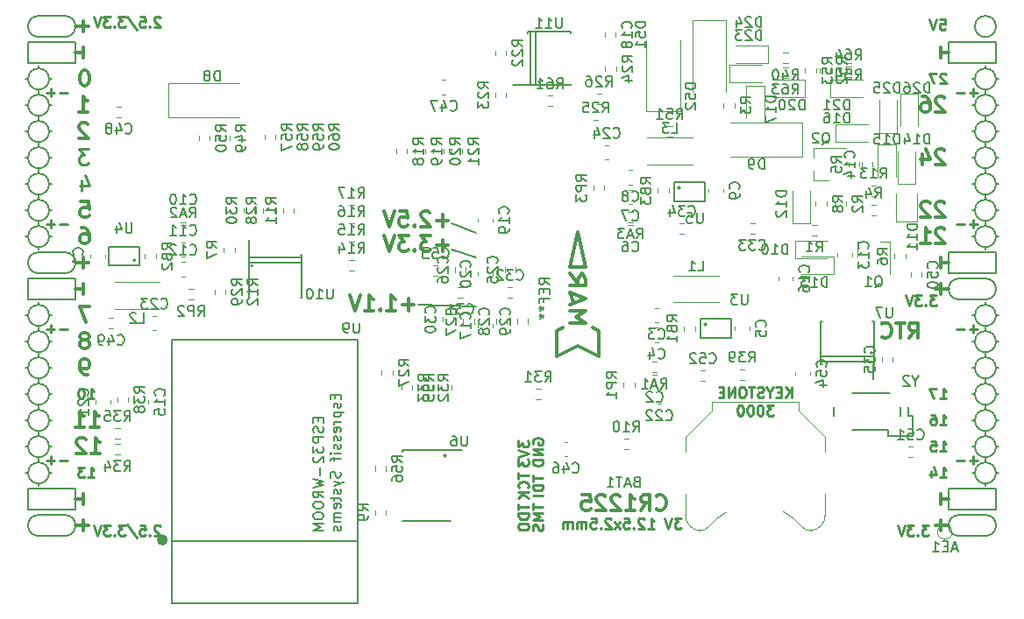
<source format=gbo>
G04 #@! TF.GenerationSoftware,KiCad,Pcbnew,5.0.0-rc2-dev-unknown+dfsg1+20180318-2*
G04 #@! TF.CreationDate,2018-05-15T09:23:06+02:00*
G04 #@! TF.ProjectId,ulx3s,756C7833732E6B696361645F70636200,rev?*
G04 #@! TF.SameCoordinates,Original*
G04 #@! TF.FileFunction,Legend,Bot*
G04 #@! TF.FilePolarity,Positive*
%FSLAX46Y46*%
G04 Gerber Fmt 4.6, Leading zero omitted, Abs format (unit mm)*
G04 Created by KiCad (PCBNEW 5.0.0-rc2-dev-unknown+dfsg1+20180318-2) date Tue May 15 09:23:06 2018*
%MOMM*%
%LPD*%
G01*
G04 APERTURE LIST*
%ADD10C,0.250000*%
%ADD11C,0.200000*%
%ADD12C,0.300000*%
%ADD13C,0.150000*%
%ADD14C,0.120000*%
%ADD15C,0.500000*%
G04 APERTURE END LIST*
D10*
X157418095Y-110252380D02*
X156799047Y-110252380D01*
X157132380Y-110633333D01*
X156989523Y-110633333D01*
X156894285Y-110680952D01*
X156846666Y-110728571D01*
X156799047Y-110823809D01*
X156799047Y-111061904D01*
X156846666Y-111157142D01*
X156894285Y-111204761D01*
X156989523Y-111252380D01*
X157275238Y-111252380D01*
X157370476Y-111204761D01*
X157418095Y-111157142D01*
X156513333Y-110252380D02*
X156180000Y-111252380D01*
X155846666Y-110252380D01*
X154227619Y-111252380D02*
X154799047Y-111252380D01*
X154513333Y-111252380D02*
X154513333Y-110252380D01*
X154608571Y-110395238D01*
X154703809Y-110490476D01*
X154799047Y-110538095D01*
X153846666Y-110347619D02*
X153799047Y-110300000D01*
X153703809Y-110252380D01*
X153465714Y-110252380D01*
X153370476Y-110300000D01*
X153322857Y-110347619D01*
X153275238Y-110442857D01*
X153275238Y-110538095D01*
X153322857Y-110680952D01*
X153894285Y-111252380D01*
X153275238Y-111252380D01*
X152846666Y-111157142D02*
X152799047Y-111204761D01*
X152846666Y-111252380D01*
X152894285Y-111204761D01*
X152846666Y-111157142D01*
X152846666Y-111252380D01*
X151894285Y-110252380D02*
X152370476Y-110252380D01*
X152418095Y-110728571D01*
X152370476Y-110680952D01*
X152275238Y-110633333D01*
X152037142Y-110633333D01*
X151941904Y-110680952D01*
X151894285Y-110728571D01*
X151846666Y-110823809D01*
X151846666Y-111061904D01*
X151894285Y-111157142D01*
X151941904Y-111204761D01*
X152037142Y-111252380D01*
X152275238Y-111252380D01*
X152370476Y-111204761D01*
X152418095Y-111157142D01*
X151513333Y-111252380D02*
X150989523Y-110585714D01*
X151513333Y-110585714D02*
X150989523Y-111252380D01*
X150656190Y-110347619D02*
X150608571Y-110300000D01*
X150513333Y-110252380D01*
X150275238Y-110252380D01*
X150180000Y-110300000D01*
X150132380Y-110347619D01*
X150084761Y-110442857D01*
X150084761Y-110538095D01*
X150132380Y-110680952D01*
X150703809Y-111252380D01*
X150084761Y-111252380D01*
X149656190Y-111157142D02*
X149608571Y-111204761D01*
X149656190Y-111252380D01*
X149703809Y-111204761D01*
X149656190Y-111157142D01*
X149656190Y-111252380D01*
X148703809Y-110252380D02*
X149180000Y-110252380D01*
X149227619Y-110728571D01*
X149180000Y-110680952D01*
X149084761Y-110633333D01*
X148846666Y-110633333D01*
X148751428Y-110680952D01*
X148703809Y-110728571D01*
X148656190Y-110823809D01*
X148656190Y-111061904D01*
X148703809Y-111157142D01*
X148751428Y-111204761D01*
X148846666Y-111252380D01*
X149084761Y-111252380D01*
X149180000Y-111204761D01*
X149227619Y-111157142D01*
X148227619Y-111252380D02*
X148227619Y-110585714D01*
X148227619Y-110680952D02*
X148180000Y-110633333D01*
X148084761Y-110585714D01*
X147941904Y-110585714D01*
X147846666Y-110633333D01*
X147799047Y-110728571D01*
X147799047Y-111252380D01*
X147799047Y-110728571D02*
X147751428Y-110633333D01*
X147656190Y-110585714D01*
X147513333Y-110585714D01*
X147418095Y-110633333D01*
X147370476Y-110728571D01*
X147370476Y-111252380D01*
X146894285Y-111252380D02*
X146894285Y-110585714D01*
X146894285Y-110680952D02*
X146846666Y-110633333D01*
X146751428Y-110585714D01*
X146608571Y-110585714D01*
X146513333Y-110633333D01*
X146465714Y-110728571D01*
X146465714Y-111252380D01*
X146465714Y-110728571D02*
X146418095Y-110633333D01*
X146322857Y-110585714D01*
X146180000Y-110585714D01*
X146084761Y-110633333D01*
X146037142Y-110728571D01*
X146037142Y-111252380D01*
D11*
X134755000Y-104237000D02*
G75*
G03X134755000Y-104237000I-127000J0D01*
G01*
D10*
X100132476Y-98702380D02*
X100703904Y-98702380D01*
X100418190Y-98702380D02*
X100418190Y-97702380D01*
X100513428Y-97845238D01*
X100608666Y-97940476D01*
X100703904Y-97988095D01*
X99513428Y-97702380D02*
X99418190Y-97702380D01*
X99322952Y-97750000D01*
X99275333Y-97797619D01*
X99227714Y-97892857D01*
X99180095Y-98083333D01*
X99180095Y-98321428D01*
X99227714Y-98511904D01*
X99275333Y-98607142D01*
X99322952Y-98654761D01*
X99418190Y-98702380D01*
X99513428Y-98702380D01*
X99608666Y-98654761D01*
X99656285Y-98607142D01*
X99703904Y-98511904D01*
X99751523Y-98321428D01*
X99751523Y-98083333D01*
X99703904Y-97892857D01*
X99656285Y-97797619D01*
X99608666Y-97750000D01*
X99513428Y-97702380D01*
D12*
X100481714Y-104008571D02*
X101338857Y-104008571D01*
X100910285Y-104008571D02*
X100910285Y-102508571D01*
X101053142Y-102722857D01*
X101196000Y-102865714D01*
X101338857Y-102937142D01*
X99910285Y-102651428D02*
X99838857Y-102580000D01*
X99696000Y-102508571D01*
X99338857Y-102508571D01*
X99196000Y-102580000D01*
X99124571Y-102651428D01*
X99053142Y-102794285D01*
X99053142Y-102937142D01*
X99124571Y-103151428D01*
X99981714Y-104008571D01*
X99053142Y-104008571D01*
X100354714Y-101468571D02*
X101211857Y-101468571D01*
X100783285Y-101468571D02*
X100783285Y-99968571D01*
X100926142Y-100182857D01*
X101069000Y-100325714D01*
X101211857Y-100397142D01*
X98926142Y-101468571D02*
X99783285Y-101468571D01*
X99354714Y-101468571D02*
X99354714Y-99968571D01*
X99497571Y-100182857D01*
X99640428Y-100325714D01*
X99783285Y-100397142D01*
X182872857Y-79791428D02*
X182801428Y-79720000D01*
X182658571Y-79648571D01*
X182301428Y-79648571D01*
X182158571Y-79720000D01*
X182087142Y-79791428D01*
X182015714Y-79934285D01*
X182015714Y-80077142D01*
X182087142Y-80291428D01*
X182944285Y-81148571D01*
X182015714Y-81148571D01*
X181444285Y-79791428D02*
X181372857Y-79720000D01*
X181230000Y-79648571D01*
X180872857Y-79648571D01*
X180730000Y-79720000D01*
X180658571Y-79791428D01*
X180587142Y-79934285D01*
X180587142Y-80077142D01*
X180658571Y-80291428D01*
X181515714Y-81148571D01*
X180587142Y-81148571D01*
X182872857Y-82331428D02*
X182801428Y-82260000D01*
X182658571Y-82188571D01*
X182301428Y-82188571D01*
X182158571Y-82260000D01*
X182087142Y-82331428D01*
X182015714Y-82474285D01*
X182015714Y-82617142D01*
X182087142Y-82831428D01*
X182944285Y-83688571D01*
X182015714Y-83688571D01*
X180587142Y-83688571D02*
X181444285Y-83688571D01*
X181015714Y-83688571D02*
X181015714Y-82188571D01*
X181158571Y-82402857D01*
X181301428Y-82545714D01*
X181444285Y-82617142D01*
D11*
X135248000Y-81740000D02*
X137661000Y-82629000D01*
X135248000Y-84280000D02*
X137661000Y-85042000D01*
X132073000Y-89614000D02*
X137661000Y-89741000D01*
D10*
X168085000Y-98577380D02*
X168085000Y-97577380D01*
X167513571Y-98577380D02*
X167942142Y-98005952D01*
X167513571Y-97577380D02*
X168085000Y-98148809D01*
X167085000Y-98053571D02*
X166751666Y-98053571D01*
X166608809Y-98577380D02*
X167085000Y-98577380D01*
X167085000Y-97577380D01*
X166608809Y-97577380D01*
X165989761Y-98101190D02*
X165989761Y-98577380D01*
X166323095Y-97577380D02*
X165989761Y-98101190D01*
X165656428Y-97577380D01*
X165370714Y-98529761D02*
X165227857Y-98577380D01*
X164989761Y-98577380D01*
X164894523Y-98529761D01*
X164846904Y-98482142D01*
X164799285Y-98386904D01*
X164799285Y-98291666D01*
X164846904Y-98196428D01*
X164894523Y-98148809D01*
X164989761Y-98101190D01*
X165180238Y-98053571D01*
X165275476Y-98005952D01*
X165323095Y-97958333D01*
X165370714Y-97863095D01*
X165370714Y-97767857D01*
X165323095Y-97672619D01*
X165275476Y-97625000D01*
X165180238Y-97577380D01*
X164942142Y-97577380D01*
X164799285Y-97625000D01*
X164513571Y-97577380D02*
X163942142Y-97577380D01*
X164227857Y-98577380D02*
X164227857Y-97577380D01*
X163418333Y-97577380D02*
X163227857Y-97577380D01*
X163132619Y-97625000D01*
X163037380Y-97720238D01*
X162989761Y-97910714D01*
X162989761Y-98244047D01*
X163037380Y-98434523D01*
X163132619Y-98529761D01*
X163227857Y-98577380D01*
X163418333Y-98577380D01*
X163513571Y-98529761D01*
X163608809Y-98434523D01*
X163656428Y-98244047D01*
X163656428Y-97910714D01*
X163608809Y-97720238D01*
X163513571Y-97625000D01*
X163418333Y-97577380D01*
X162561190Y-98577380D02*
X162561190Y-97577380D01*
X161989761Y-98577380D01*
X161989761Y-97577380D01*
X161513571Y-98053571D02*
X161180238Y-98053571D01*
X161037380Y-98577380D02*
X161513571Y-98577380D01*
X161513571Y-97577380D01*
X161037380Y-97577380D01*
X166346904Y-99327380D02*
X165727857Y-99327380D01*
X166061190Y-99708333D01*
X165918333Y-99708333D01*
X165823095Y-99755952D01*
X165775476Y-99803571D01*
X165727857Y-99898809D01*
X165727857Y-100136904D01*
X165775476Y-100232142D01*
X165823095Y-100279761D01*
X165918333Y-100327380D01*
X166204047Y-100327380D01*
X166299285Y-100279761D01*
X166346904Y-100232142D01*
X165108809Y-99327380D02*
X165013571Y-99327380D01*
X164918333Y-99375000D01*
X164870714Y-99422619D01*
X164823095Y-99517857D01*
X164775476Y-99708333D01*
X164775476Y-99946428D01*
X164823095Y-100136904D01*
X164870714Y-100232142D01*
X164918333Y-100279761D01*
X165013571Y-100327380D01*
X165108809Y-100327380D01*
X165204047Y-100279761D01*
X165251666Y-100232142D01*
X165299285Y-100136904D01*
X165346904Y-99946428D01*
X165346904Y-99708333D01*
X165299285Y-99517857D01*
X165251666Y-99422619D01*
X165204047Y-99375000D01*
X165108809Y-99327380D01*
X164156428Y-99327380D02*
X164061190Y-99327380D01*
X163965952Y-99375000D01*
X163918333Y-99422619D01*
X163870714Y-99517857D01*
X163823095Y-99708333D01*
X163823095Y-99946428D01*
X163870714Y-100136904D01*
X163918333Y-100232142D01*
X163965952Y-100279761D01*
X164061190Y-100327380D01*
X164156428Y-100327380D01*
X164251666Y-100279761D01*
X164299285Y-100232142D01*
X164346904Y-100136904D01*
X164394523Y-99946428D01*
X164394523Y-99708333D01*
X164346904Y-99517857D01*
X164299285Y-99422619D01*
X164251666Y-99375000D01*
X164156428Y-99327380D01*
X163204047Y-99327380D02*
X163108809Y-99327380D01*
X163013571Y-99375000D01*
X162965952Y-99422619D01*
X162918333Y-99517857D01*
X162870714Y-99708333D01*
X162870714Y-99946428D01*
X162918333Y-100136904D01*
X162965952Y-100232142D01*
X163013571Y-100279761D01*
X163108809Y-100327380D01*
X163204047Y-100327380D01*
X163299285Y-100279761D01*
X163346904Y-100232142D01*
X163394523Y-100136904D01*
X163442142Y-99946428D01*
X163442142Y-99708333D01*
X163394523Y-99517857D01*
X163346904Y-99422619D01*
X163299285Y-99375000D01*
X163204047Y-99327380D01*
D12*
X182492000Y-87582000D02*
X182492000Y-88598000D01*
X183254000Y-88090000D02*
X181984000Y-88090000D01*
X182492000Y-110442000D02*
X182492000Y-111458000D01*
X183254000Y-110950000D02*
X181984000Y-110950000D01*
X99688000Y-62182000D02*
X99688000Y-63198000D01*
X98926000Y-62690000D02*
X100196000Y-62690000D01*
X99688000Y-110442000D02*
X99688000Y-111458000D01*
X98926000Y-110950000D02*
X100196000Y-110950000D01*
X99688000Y-85042000D02*
X99688000Y-86058000D01*
X98926000Y-85550000D02*
X100196000Y-85550000D01*
D11*
X187826000Y-62690000D02*
G75*
G03X187826000Y-62690000I-1016000J0D01*
G01*
X184270000Y-87074000D02*
X186810000Y-87074000D01*
X184270000Y-89106000D02*
X186810000Y-89106000D01*
X184270000Y-87074000D02*
G75*
G03X184270000Y-89106000I0J-1016000D01*
G01*
X186810000Y-89106000D02*
G75*
G03X186810000Y-87074000I0J1016000D01*
G01*
X184270000Y-111966000D02*
X186810000Y-111966000D01*
X184270000Y-109934000D02*
X186810000Y-109934000D01*
X184270000Y-109934000D02*
G75*
G03X184270000Y-111966000I0J-1016000D01*
G01*
X186810000Y-111966000D02*
G75*
G03X186810000Y-109934000I0J1016000D01*
G01*
X97910000Y-63706000D02*
G75*
G03X97910000Y-61674000I0J1016000D01*
G01*
X95370000Y-61674000D02*
X97910000Y-61674000D01*
X95370000Y-63706000D02*
X97910000Y-63706000D01*
X95370000Y-61674000D02*
G75*
G03X95370000Y-63706000I0J-1016000D01*
G01*
X95370000Y-86566000D02*
X97910000Y-86566000D01*
X95370000Y-84534000D02*
X97910000Y-84534000D01*
X95370000Y-84534000D02*
G75*
G03X95370000Y-86566000I0J-1016000D01*
G01*
X97910000Y-86566000D02*
G75*
G03X97910000Y-84534000I0J1016000D01*
G01*
X95370000Y-111966000D02*
X97910000Y-111966000D01*
X95370000Y-109934000D02*
X97910000Y-109934000D01*
X95370000Y-109934000D02*
G75*
G03X95370000Y-111966000I0J-1016000D01*
G01*
X97910000Y-111966000D02*
G75*
G03X97910000Y-109934000I0J1016000D01*
G01*
X98926000Y-107394000D02*
X94354000Y-107394000D01*
X98926000Y-109426000D02*
X98926000Y-107394000D01*
X94354000Y-109426000D02*
X98926000Y-109426000D01*
X94354000Y-107394000D02*
X94354000Y-109426000D01*
X187826000Y-107394000D02*
X183254000Y-107394000D01*
X187826000Y-109426000D02*
X187826000Y-107394000D01*
X183254000Y-109426000D02*
X187826000Y-109426000D01*
X183254000Y-107394000D02*
X183254000Y-109426000D01*
X187826000Y-84534000D02*
X183254000Y-84534000D01*
X187826000Y-86566000D02*
X187826000Y-84534000D01*
X183254000Y-86566000D02*
X187826000Y-86566000D01*
X183254000Y-84534000D02*
X183254000Y-86566000D01*
X187826000Y-64214000D02*
X183254000Y-64214000D01*
X187826000Y-66246000D02*
X187826000Y-64214000D01*
X183254000Y-66246000D02*
X187826000Y-66246000D01*
X183254000Y-64214000D02*
X183254000Y-66246000D01*
X98926000Y-64214000D02*
X94354000Y-64214000D01*
X98926000Y-66246000D02*
X98926000Y-64214000D01*
X94354000Y-66246000D02*
X98926000Y-66246000D01*
X94354000Y-64214000D02*
X94354000Y-66246000D01*
X98926000Y-87074000D02*
X94354000Y-87074000D01*
X98926000Y-89106000D02*
X98926000Y-87074000D01*
X94354000Y-89106000D02*
X98926000Y-89106000D01*
X94354000Y-87074000D02*
X94354000Y-89106000D01*
D12*
X182872857Y-74711428D02*
X182801428Y-74640000D01*
X182658571Y-74568571D01*
X182301428Y-74568571D01*
X182158571Y-74640000D01*
X182087142Y-74711428D01*
X182015714Y-74854285D01*
X182015714Y-74997142D01*
X182087142Y-75211428D01*
X182944285Y-76068571D01*
X182015714Y-76068571D01*
X180730000Y-75068571D02*
X180730000Y-76068571D01*
X181087142Y-74497142D02*
X181444285Y-75568571D01*
X180515714Y-75568571D01*
D10*
X186032000Y-91971428D02*
X185270095Y-91971428D01*
X185651047Y-92352380D02*
X185651047Y-91590476D01*
X184793904Y-91971428D02*
X184032000Y-91971428D01*
X186032000Y-69111428D02*
X185270095Y-69111428D01*
X185651047Y-69492380D02*
X185651047Y-68730476D01*
X184793904Y-69111428D02*
X184032000Y-69111428D01*
X186032000Y-81811428D02*
X185270095Y-81811428D01*
X185651047Y-82192380D02*
X185651047Y-81430476D01*
X184793904Y-81811428D02*
X184032000Y-81811428D01*
X186032000Y-104671428D02*
X185270095Y-104671428D01*
X185651047Y-105052380D02*
X185651047Y-104290476D01*
X184793904Y-104671428D02*
X184032000Y-104671428D01*
X98148000Y-104671428D02*
X97386095Y-104671428D01*
X96909904Y-104671428D02*
X96148000Y-104671428D01*
X96528952Y-105052380D02*
X96528952Y-104290476D01*
X98148000Y-91971428D02*
X97386095Y-91971428D01*
X96909904Y-91971428D02*
X96148000Y-91971428D01*
X96528952Y-92352380D02*
X96528952Y-91590476D01*
X98148000Y-81811428D02*
X97386095Y-81811428D01*
X96909904Y-81811428D02*
X96148000Y-81811428D01*
X96528952Y-82192380D02*
X96528952Y-81430476D01*
X98148000Y-69111428D02*
X97386095Y-69111428D01*
X96909904Y-69111428D02*
X96148000Y-69111428D01*
X96528952Y-69492380D02*
X96528952Y-68730476D01*
D12*
X182492000Y-107902000D02*
X182492000Y-108918000D01*
X183254000Y-108410000D02*
X182492000Y-108410000D01*
D11*
X95370000Y-96726000D02*
X95370000Y-97234000D01*
X96386000Y-95710000D02*
X96640000Y-95710000D01*
X94354000Y-95710000D02*
X94100000Y-95710000D01*
X187826000Y-98250000D02*
X188080000Y-98250000D01*
X187826000Y-83010000D02*
X188080000Y-83010000D01*
X95370000Y-107140000D02*
X95370000Y-106886000D01*
X96386000Y-105870000D02*
X96640000Y-105870000D01*
X94354000Y-105870000D02*
X94100000Y-105870000D01*
X94354000Y-103330000D02*
X94100000Y-103330000D01*
X95370000Y-104346000D02*
X95370000Y-104854000D01*
X96386000Y-103330000D02*
X96640000Y-103330000D01*
X94354000Y-100790000D02*
X94100000Y-100790000D01*
X95370000Y-102314000D02*
X95370000Y-101806000D01*
X96386000Y-100790000D02*
X96640000Y-100790000D01*
X95370000Y-99266000D02*
X95370000Y-99774000D01*
X94354000Y-98250000D02*
X94100000Y-98250000D01*
X96386000Y-98250000D02*
X96640000Y-98250000D01*
X95370000Y-94186000D02*
X95370000Y-94694000D01*
X96386000Y-93170000D02*
X96640000Y-93170000D01*
X94354000Y-93170000D02*
X94100000Y-93170000D01*
X94354000Y-90630000D02*
X94100000Y-90630000D01*
X95370000Y-91646000D02*
X95370000Y-92154000D01*
X96640000Y-90630000D02*
X96386000Y-90630000D01*
X95370000Y-89360000D02*
X95370000Y-89614000D01*
X94354000Y-83010000D02*
X94100000Y-83010000D01*
X95370000Y-84280000D02*
X95370000Y-84026000D01*
X96386000Y-83010000D02*
X96640000Y-83010000D01*
X95370000Y-81486000D02*
X95370000Y-81994000D01*
X94354000Y-80470000D02*
X94100000Y-80470000D01*
X96640000Y-80470000D02*
X96386000Y-80470000D01*
X95370000Y-78946000D02*
X95370000Y-79454000D01*
X96386000Y-77930000D02*
X96640000Y-77930000D01*
X94354000Y-77930000D02*
X94100000Y-77930000D01*
X95370000Y-76406000D02*
X95370000Y-76914000D01*
X94354000Y-75390000D02*
X94100000Y-75390000D01*
X96386000Y-75390000D02*
X96640000Y-75390000D01*
X95370000Y-73866000D02*
X95370000Y-74374000D01*
X96386000Y-72850000D02*
X96640000Y-72850000D01*
X94100000Y-72850000D02*
X94354000Y-72850000D01*
X94354000Y-70310000D02*
X94100000Y-70310000D01*
X96640000Y-70310000D02*
X96386000Y-70310000D01*
X95370000Y-71326000D02*
X95370000Y-71834000D01*
X95370000Y-68786000D02*
X95370000Y-69294000D01*
X96386000Y-67770000D02*
X96640000Y-67770000D01*
X94354000Y-67770000D02*
X94100000Y-67770000D01*
X95370000Y-66500000D02*
X95370000Y-66754000D01*
X187826000Y-105870000D02*
X188080000Y-105870000D01*
X186810000Y-107140000D02*
X186810000Y-106886000D01*
X185540000Y-105870000D02*
X185794000Y-105870000D01*
X186810000Y-104346000D02*
X186810000Y-104854000D01*
X187826000Y-103330000D02*
X188080000Y-103330000D01*
X185540000Y-103330000D02*
X185794000Y-103330000D01*
X186810000Y-101806000D02*
X186810000Y-102314000D01*
X187826000Y-100790000D02*
X188080000Y-100790000D01*
X185540000Y-100790000D02*
X185794000Y-100790000D01*
X186810000Y-99266000D02*
X186810000Y-99774000D01*
X185540000Y-98250000D02*
X185794000Y-98250000D01*
X186810000Y-97234000D02*
X186810000Y-96726000D01*
X187826000Y-95710000D02*
X188080000Y-95710000D01*
X185540000Y-95710000D02*
X185794000Y-95710000D01*
X186810000Y-94694000D02*
X186810000Y-94186000D01*
X187826000Y-93170000D02*
X188080000Y-93170000D01*
X185540000Y-93170000D02*
X185794000Y-93170000D01*
X186810000Y-92154000D02*
X186810000Y-91646000D01*
X187826000Y-90630000D02*
X188080000Y-90630000D01*
X185540000Y-90630000D02*
X185794000Y-90630000D01*
X186810000Y-89360000D02*
X186810000Y-89614000D01*
X186810000Y-84280000D02*
X186810000Y-84026000D01*
X185540000Y-83010000D02*
X185794000Y-83010000D01*
X186810000Y-81994000D02*
X186810000Y-81486000D01*
X185794000Y-80470000D02*
X185540000Y-80470000D01*
X187826000Y-80470000D02*
X188080000Y-80470000D01*
X186810000Y-78946000D02*
X186810000Y-79454000D01*
X185794000Y-77930000D02*
X185540000Y-77930000D01*
X187826000Y-77930000D02*
X188080000Y-77930000D01*
X186810000Y-76406000D02*
X186810000Y-76914000D01*
X186810000Y-73866000D02*
X186810000Y-74374000D01*
X185794000Y-75390000D02*
X185540000Y-75390000D01*
X187826000Y-75390000D02*
X188080000Y-75390000D01*
X187826000Y-72850000D02*
X188080000Y-72850000D01*
X185540000Y-72850000D02*
X185794000Y-72850000D01*
X186810000Y-71834000D02*
X186810000Y-71326000D01*
X187826000Y-70310000D02*
X188080000Y-70310000D01*
X185540000Y-70310000D02*
X185794000Y-70310000D01*
X187826000Y-67770000D02*
X188080000Y-67770000D01*
X186810000Y-68786000D02*
X186810000Y-69294000D01*
X185540000Y-67770000D02*
X185794000Y-67770000D01*
X186810000Y-66500000D02*
X186810000Y-66754000D01*
X187826000Y-67770000D02*
G75*
G03X187826000Y-67770000I-1016000J0D01*
G01*
X187826000Y-70310000D02*
G75*
G03X187826000Y-70310000I-1016000J0D01*
G01*
X187826000Y-72850000D02*
G75*
G03X187826000Y-72850000I-1016000J0D01*
G01*
X187826000Y-75390000D02*
G75*
G03X187826000Y-75390000I-1016000J0D01*
G01*
X187826000Y-77930000D02*
G75*
G03X187826000Y-77930000I-1016000J0D01*
G01*
X187826000Y-80470000D02*
G75*
G03X187826000Y-80470000I-1016000J0D01*
G01*
X187826000Y-83010000D02*
G75*
G03X187826000Y-83010000I-1016000J0D01*
G01*
X187826000Y-90630000D02*
G75*
G03X187826000Y-90630000I-1016000J0D01*
G01*
X187826000Y-93170000D02*
G75*
G03X187826000Y-93170000I-1016000J0D01*
G01*
X187826000Y-95710000D02*
G75*
G03X187826000Y-95710000I-1016000J0D01*
G01*
X187826000Y-98250000D02*
G75*
G03X187826000Y-98250000I-1016000J0D01*
G01*
X187826000Y-100790000D02*
G75*
G03X187826000Y-100790000I-1016000J0D01*
G01*
X187826000Y-103330000D02*
G75*
G03X187826000Y-103330000I-1016000J0D01*
G01*
X187826000Y-105870000D02*
G75*
G03X187826000Y-105870000I-1016000J0D01*
G01*
X96386000Y-105870000D02*
G75*
G03X96386000Y-105870000I-1016000J0D01*
G01*
X96386000Y-103330000D02*
G75*
G03X96386000Y-103330000I-1016000J0D01*
G01*
X96386000Y-100790000D02*
G75*
G03X96386000Y-100790000I-1016000J0D01*
G01*
X96386000Y-98250000D02*
G75*
G03X96386000Y-98250000I-1016000J0D01*
G01*
X96386000Y-95710000D02*
G75*
G03X96386000Y-95710000I-1016000J0D01*
G01*
X96386000Y-93170000D02*
G75*
G03X96386000Y-93170000I-1016000J0D01*
G01*
X96386000Y-90630000D02*
G75*
G03X96386000Y-90630000I-1016000J0D01*
G01*
X96386000Y-83010000D02*
G75*
G03X96386000Y-83010000I-1016000J0D01*
G01*
X96386000Y-80470000D02*
G75*
G03X96386000Y-80470000I-1016000J0D01*
G01*
X96386000Y-77930000D02*
G75*
G03X96386000Y-77930000I-1016000J0D01*
G01*
X96386000Y-75390000D02*
G75*
G03X96386000Y-75390000I-1016000J0D01*
G01*
X96386000Y-72850000D02*
G75*
G03X96386000Y-72850000I-1016000J0D01*
G01*
X96386000Y-70310000D02*
G75*
G03X96386000Y-70310000I-1016000J0D01*
G01*
X96386000Y-67770000D02*
G75*
G03X96386000Y-67770000I-1016000J0D01*
G01*
D10*
X182428476Y-62015380D02*
X182904666Y-62015380D01*
X182952285Y-62491571D01*
X182904666Y-62443952D01*
X182809428Y-62396333D01*
X182571333Y-62396333D01*
X182476095Y-62443952D01*
X182428476Y-62491571D01*
X182380857Y-62586809D01*
X182380857Y-62824904D01*
X182428476Y-62920142D01*
X182476095Y-62967761D01*
X182571333Y-63015380D01*
X182809428Y-63015380D01*
X182904666Y-62967761D01*
X182952285Y-62920142D01*
X182095142Y-62015380D02*
X181761809Y-63015380D01*
X181428476Y-62015380D01*
D12*
X182492000Y-64722000D02*
X182492000Y-65738000D01*
X183254000Y-65230000D02*
X182492000Y-65230000D01*
D10*
X182999904Y-67317619D02*
X182952285Y-67270000D01*
X182857047Y-67222380D01*
X182618952Y-67222380D01*
X182523714Y-67270000D01*
X182476095Y-67317619D01*
X182428476Y-67412857D01*
X182428476Y-67508095D01*
X182476095Y-67650952D01*
X183047523Y-68222380D01*
X182428476Y-68222380D01*
X182095142Y-67222380D02*
X181428476Y-67222380D01*
X181857047Y-68222380D01*
D12*
X182872857Y-69631428D02*
X182801428Y-69560000D01*
X182658571Y-69488571D01*
X182301428Y-69488571D01*
X182158571Y-69560000D01*
X182087142Y-69631428D01*
X182015714Y-69774285D01*
X182015714Y-69917142D01*
X182087142Y-70131428D01*
X182944285Y-70988571D01*
X182015714Y-70988571D01*
X180730000Y-69488571D02*
X181015714Y-69488571D01*
X181158571Y-69560000D01*
X181230000Y-69631428D01*
X181372857Y-69845714D01*
X181444285Y-70131428D01*
X181444285Y-70702857D01*
X181372857Y-70845714D01*
X181301428Y-70917142D01*
X181158571Y-70988571D01*
X180872857Y-70988571D01*
X180730000Y-70917142D01*
X180658571Y-70845714D01*
X180587142Y-70702857D01*
X180587142Y-70345714D01*
X180658571Y-70202857D01*
X180730000Y-70131428D01*
X180872857Y-70060000D01*
X181158571Y-70060000D01*
X181301428Y-70131428D01*
X181372857Y-70202857D01*
X181444285Y-70345714D01*
X182492000Y-85042000D02*
X182492000Y-86058000D01*
X183254000Y-85550000D02*
X182492000Y-85550000D01*
D10*
X182078190Y-88703380D02*
X181459142Y-88703380D01*
X181792476Y-89084333D01*
X181649619Y-89084333D01*
X181554380Y-89131952D01*
X181506761Y-89179571D01*
X181459142Y-89274809D01*
X181459142Y-89512904D01*
X181506761Y-89608142D01*
X181554380Y-89655761D01*
X181649619Y-89703380D01*
X181935333Y-89703380D01*
X182030571Y-89655761D01*
X182078190Y-89608142D01*
X181030571Y-89608142D02*
X180982952Y-89655761D01*
X181030571Y-89703380D01*
X181078190Y-89655761D01*
X181030571Y-89608142D01*
X181030571Y-89703380D01*
X180649619Y-88703380D02*
X180030571Y-88703380D01*
X180363904Y-89084333D01*
X180221047Y-89084333D01*
X180125809Y-89131952D01*
X180078190Y-89179571D01*
X180030571Y-89274809D01*
X180030571Y-89512904D01*
X180078190Y-89608142D01*
X180125809Y-89655761D01*
X180221047Y-89703380D01*
X180506761Y-89703380D01*
X180602000Y-89655761D01*
X180649619Y-89608142D01*
X179744857Y-88703380D02*
X179411523Y-89703380D01*
X179078190Y-88703380D01*
X182428476Y-98702380D02*
X182999904Y-98702380D01*
X182714190Y-98702380D02*
X182714190Y-97702380D01*
X182809428Y-97845238D01*
X182904666Y-97940476D01*
X182999904Y-97988095D01*
X182095142Y-97702380D02*
X181428476Y-97702380D01*
X181857047Y-98702380D01*
X182428476Y-101242380D02*
X182999904Y-101242380D01*
X182714190Y-101242380D02*
X182714190Y-100242380D01*
X182809428Y-100385238D01*
X182904666Y-100480476D01*
X182999904Y-100528095D01*
X181571333Y-100242380D02*
X181761809Y-100242380D01*
X181857047Y-100290000D01*
X181904666Y-100337619D01*
X181999904Y-100480476D01*
X182047523Y-100670952D01*
X182047523Y-101051904D01*
X181999904Y-101147142D01*
X181952285Y-101194761D01*
X181857047Y-101242380D01*
X181666571Y-101242380D01*
X181571333Y-101194761D01*
X181523714Y-101147142D01*
X181476095Y-101051904D01*
X181476095Y-100813809D01*
X181523714Y-100718571D01*
X181571333Y-100670952D01*
X181666571Y-100623333D01*
X181857047Y-100623333D01*
X181952285Y-100670952D01*
X181999904Y-100718571D01*
X182047523Y-100813809D01*
X182428476Y-103782380D02*
X182999904Y-103782380D01*
X182714190Y-103782380D02*
X182714190Y-102782380D01*
X182809428Y-102925238D01*
X182904666Y-103020476D01*
X182999904Y-103068095D01*
X181523714Y-102782380D02*
X181999904Y-102782380D01*
X182047523Y-103258571D01*
X181999904Y-103210952D01*
X181904666Y-103163333D01*
X181666571Y-103163333D01*
X181571333Y-103210952D01*
X181523714Y-103258571D01*
X181476095Y-103353809D01*
X181476095Y-103591904D01*
X181523714Y-103687142D01*
X181571333Y-103734761D01*
X181666571Y-103782380D01*
X181904666Y-103782380D01*
X181999904Y-103734761D01*
X182047523Y-103687142D01*
X182428476Y-106322380D02*
X182999904Y-106322380D01*
X182714190Y-106322380D02*
X182714190Y-105322380D01*
X182809428Y-105465238D01*
X182904666Y-105560476D01*
X182999904Y-105608095D01*
X181571333Y-105655714D02*
X181571333Y-106322380D01*
X181809428Y-105274761D02*
X182047523Y-105989047D01*
X181428476Y-105989047D01*
X181312642Y-110928380D02*
X180693595Y-110928380D01*
X181026928Y-111309333D01*
X180884071Y-111309333D01*
X180788833Y-111356952D01*
X180741214Y-111404571D01*
X180693595Y-111499809D01*
X180693595Y-111737904D01*
X180741214Y-111833142D01*
X180788833Y-111880761D01*
X180884071Y-111928380D01*
X181169785Y-111928380D01*
X181265023Y-111880761D01*
X181312642Y-111833142D01*
X180265023Y-111833142D02*
X180217404Y-111880761D01*
X180265023Y-111928380D01*
X180312642Y-111880761D01*
X180265023Y-111833142D01*
X180265023Y-111928380D01*
X179884071Y-110928380D02*
X179265023Y-110928380D01*
X179598357Y-111309333D01*
X179455500Y-111309333D01*
X179360261Y-111356952D01*
X179312642Y-111404571D01*
X179265023Y-111499809D01*
X179265023Y-111737904D01*
X179312642Y-111833142D01*
X179360261Y-111880761D01*
X179455500Y-111928380D01*
X179741214Y-111928380D01*
X179836452Y-111880761D01*
X179884071Y-111833142D01*
X178979309Y-110928380D02*
X178645976Y-111928380D01*
X178312642Y-110928380D01*
D12*
X99688000Y-108918000D02*
X99688000Y-107902000D01*
X98926000Y-108410000D02*
X99688000Y-108410000D01*
X99688000Y-88598000D02*
X99688000Y-87582000D01*
X98926000Y-88090000D02*
X99688000Y-88090000D01*
X99688000Y-64722000D02*
X99688000Y-65738000D01*
X98926000Y-65230000D02*
X99688000Y-65230000D01*
D10*
X107103690Y-111023619D02*
X107056071Y-110976000D01*
X106960833Y-110928380D01*
X106722738Y-110928380D01*
X106627500Y-110976000D01*
X106579880Y-111023619D01*
X106532261Y-111118857D01*
X106532261Y-111214095D01*
X106579880Y-111356952D01*
X107151309Y-111928380D01*
X106532261Y-111928380D01*
X106103690Y-111833142D02*
X106056071Y-111880761D01*
X106103690Y-111928380D01*
X106151309Y-111880761D01*
X106103690Y-111833142D01*
X106103690Y-111928380D01*
X105151309Y-110928380D02*
X105627500Y-110928380D01*
X105675119Y-111404571D01*
X105627500Y-111356952D01*
X105532261Y-111309333D01*
X105294166Y-111309333D01*
X105198928Y-111356952D01*
X105151309Y-111404571D01*
X105103690Y-111499809D01*
X105103690Y-111737904D01*
X105151309Y-111833142D01*
X105198928Y-111880761D01*
X105294166Y-111928380D01*
X105532261Y-111928380D01*
X105627500Y-111880761D01*
X105675119Y-111833142D01*
X103960833Y-110880761D02*
X104817976Y-112166476D01*
X103722738Y-110928380D02*
X103103690Y-110928380D01*
X103437023Y-111309333D01*
X103294166Y-111309333D01*
X103198928Y-111356952D01*
X103151309Y-111404571D01*
X103103690Y-111499809D01*
X103103690Y-111737904D01*
X103151309Y-111833142D01*
X103198928Y-111880761D01*
X103294166Y-111928380D01*
X103579880Y-111928380D01*
X103675119Y-111880761D01*
X103722738Y-111833142D01*
X102675119Y-111833142D02*
X102627500Y-111880761D01*
X102675119Y-111928380D01*
X102722738Y-111880761D01*
X102675119Y-111833142D01*
X102675119Y-111928380D01*
X102294166Y-110928380D02*
X101675119Y-110928380D01*
X102008452Y-111309333D01*
X101865595Y-111309333D01*
X101770357Y-111356952D01*
X101722738Y-111404571D01*
X101675119Y-111499809D01*
X101675119Y-111737904D01*
X101722738Y-111833142D01*
X101770357Y-111880761D01*
X101865595Y-111928380D01*
X102151309Y-111928380D01*
X102246547Y-111880761D01*
X102294166Y-111833142D01*
X101389404Y-110928380D02*
X101056071Y-111928380D01*
X100722738Y-110928380D01*
X100132476Y-106322380D02*
X100703904Y-106322380D01*
X100418190Y-106322380D02*
X100418190Y-105322380D01*
X100513428Y-105465238D01*
X100608666Y-105560476D01*
X100703904Y-105608095D01*
X99799142Y-105322380D02*
X99180095Y-105322380D01*
X99513428Y-105703333D01*
X99370571Y-105703333D01*
X99275333Y-105750952D01*
X99227714Y-105798571D01*
X99180095Y-105893809D01*
X99180095Y-106131904D01*
X99227714Y-106227142D01*
X99275333Y-106274761D01*
X99370571Y-106322380D01*
X99656285Y-106322380D01*
X99751523Y-106274761D01*
X99799142Y-106227142D01*
D12*
X100100714Y-96388571D02*
X99815000Y-96388571D01*
X99672142Y-96317142D01*
X99600714Y-96245714D01*
X99457857Y-96031428D01*
X99386428Y-95745714D01*
X99386428Y-95174285D01*
X99457857Y-95031428D01*
X99529285Y-94960000D01*
X99672142Y-94888571D01*
X99957857Y-94888571D01*
X100100714Y-94960000D01*
X100172142Y-95031428D01*
X100243571Y-95174285D01*
X100243571Y-95531428D01*
X100172142Y-95674285D01*
X100100714Y-95745714D01*
X99957857Y-95817142D01*
X99672142Y-95817142D01*
X99529285Y-95745714D01*
X99457857Y-95674285D01*
X99386428Y-95531428D01*
X99957857Y-92991428D02*
X100100714Y-92920000D01*
X100172142Y-92848571D01*
X100243571Y-92705714D01*
X100243571Y-92634285D01*
X100172142Y-92491428D01*
X100100714Y-92420000D01*
X99957857Y-92348571D01*
X99672142Y-92348571D01*
X99529285Y-92420000D01*
X99457857Y-92491428D01*
X99386428Y-92634285D01*
X99386428Y-92705714D01*
X99457857Y-92848571D01*
X99529285Y-92920000D01*
X99672142Y-92991428D01*
X99957857Y-92991428D01*
X100100714Y-93062857D01*
X100172142Y-93134285D01*
X100243571Y-93277142D01*
X100243571Y-93562857D01*
X100172142Y-93705714D01*
X100100714Y-93777142D01*
X99957857Y-93848571D01*
X99672142Y-93848571D01*
X99529285Y-93777142D01*
X99457857Y-93705714D01*
X99386428Y-93562857D01*
X99386428Y-93277142D01*
X99457857Y-93134285D01*
X99529285Y-93062857D01*
X99672142Y-92991428D01*
X100315000Y-89808571D02*
X99315000Y-89808571D01*
X99957857Y-91308571D01*
X99529285Y-82188571D02*
X99815000Y-82188571D01*
X99957857Y-82260000D01*
X100029285Y-82331428D01*
X100172142Y-82545714D01*
X100243571Y-82831428D01*
X100243571Y-83402857D01*
X100172142Y-83545714D01*
X100100714Y-83617142D01*
X99957857Y-83688571D01*
X99672142Y-83688571D01*
X99529285Y-83617142D01*
X99457857Y-83545714D01*
X99386428Y-83402857D01*
X99386428Y-83045714D01*
X99457857Y-82902857D01*
X99529285Y-82831428D01*
X99672142Y-82760000D01*
X99957857Y-82760000D01*
X100100714Y-82831428D01*
X100172142Y-82902857D01*
X100243571Y-83045714D01*
X99457857Y-79648571D02*
X100172142Y-79648571D01*
X100243571Y-80362857D01*
X100172142Y-80291428D01*
X100029285Y-80220000D01*
X99672142Y-80220000D01*
X99529285Y-80291428D01*
X99457857Y-80362857D01*
X99386428Y-80505714D01*
X99386428Y-80862857D01*
X99457857Y-81005714D01*
X99529285Y-81077142D01*
X99672142Y-81148571D01*
X100029285Y-81148571D01*
X100172142Y-81077142D01*
X100243571Y-81005714D01*
D10*
X99529285Y-77608571D02*
X99529285Y-78608571D01*
X99886428Y-77037142D02*
X100243571Y-78108571D01*
X99315000Y-78108571D01*
X100188000Y-74568571D02*
X99259428Y-74568571D01*
X99759428Y-75140000D01*
X99545142Y-75140000D01*
X99402285Y-75211428D01*
X99330857Y-75282857D01*
X99259428Y-75425714D01*
X99259428Y-75782857D01*
X99330857Y-75925714D01*
X99402285Y-75997142D01*
X99545142Y-76068571D01*
X99973714Y-76068571D01*
X100116571Y-75997142D01*
X100188000Y-75925714D01*
D12*
X100116571Y-72171428D02*
X100045142Y-72100000D01*
X99902285Y-72028571D01*
X99545142Y-72028571D01*
X99402285Y-72100000D01*
X99330857Y-72171428D01*
X99259428Y-72314285D01*
X99259428Y-72457142D01*
X99330857Y-72671428D01*
X100188000Y-73528571D01*
X99259428Y-73528571D01*
X99259428Y-70988571D02*
X100116571Y-70988571D01*
X99688000Y-70988571D02*
X99688000Y-69488571D01*
X99830857Y-69702857D01*
X99973714Y-69845714D01*
X100116571Y-69917142D01*
X99886428Y-66948571D02*
X99743571Y-66948571D01*
X99600714Y-67020000D01*
X99529285Y-67091428D01*
X99457857Y-67234285D01*
X99386428Y-67520000D01*
X99386428Y-67877142D01*
X99457857Y-68162857D01*
X99529285Y-68305714D01*
X99600714Y-68377142D01*
X99743571Y-68448571D01*
X99886428Y-68448571D01*
X100029285Y-68377142D01*
X100100714Y-68305714D01*
X100172142Y-68162857D01*
X100243571Y-67877142D01*
X100243571Y-67520000D01*
X100172142Y-67234285D01*
X100100714Y-67091428D01*
X100029285Y-67020000D01*
X99886428Y-66948571D01*
D10*
X107103690Y-61874619D02*
X107056071Y-61827000D01*
X106960833Y-61779380D01*
X106722738Y-61779380D01*
X106627500Y-61827000D01*
X106579880Y-61874619D01*
X106532261Y-61969857D01*
X106532261Y-62065095D01*
X106579880Y-62207952D01*
X107151309Y-62779380D01*
X106532261Y-62779380D01*
X106103690Y-62684142D02*
X106056071Y-62731761D01*
X106103690Y-62779380D01*
X106151309Y-62731761D01*
X106103690Y-62684142D01*
X106103690Y-62779380D01*
X105151309Y-61779380D02*
X105627500Y-61779380D01*
X105675119Y-62255571D01*
X105627500Y-62207952D01*
X105532261Y-62160333D01*
X105294166Y-62160333D01*
X105198928Y-62207952D01*
X105151309Y-62255571D01*
X105103690Y-62350809D01*
X105103690Y-62588904D01*
X105151309Y-62684142D01*
X105198928Y-62731761D01*
X105294166Y-62779380D01*
X105532261Y-62779380D01*
X105627500Y-62731761D01*
X105675119Y-62684142D01*
X103960833Y-61731761D02*
X104817976Y-63017476D01*
X103722738Y-61779380D02*
X103103690Y-61779380D01*
X103437023Y-62160333D01*
X103294166Y-62160333D01*
X103198928Y-62207952D01*
X103151309Y-62255571D01*
X103103690Y-62350809D01*
X103103690Y-62588904D01*
X103151309Y-62684142D01*
X103198928Y-62731761D01*
X103294166Y-62779380D01*
X103579880Y-62779380D01*
X103675119Y-62731761D01*
X103722738Y-62684142D01*
X102675119Y-62684142D02*
X102627500Y-62731761D01*
X102675119Y-62779380D01*
X102722738Y-62731761D01*
X102675119Y-62684142D01*
X102675119Y-62779380D01*
X102294166Y-61779380D02*
X101675119Y-61779380D01*
X102008452Y-62160333D01*
X101865595Y-62160333D01*
X101770357Y-62207952D01*
X101722738Y-62255571D01*
X101675119Y-62350809D01*
X101675119Y-62588904D01*
X101722738Y-62684142D01*
X101770357Y-62731761D01*
X101865595Y-62779380D01*
X102151309Y-62779380D01*
X102246547Y-62731761D01*
X102294166Y-62684142D01*
X101389404Y-61779380D02*
X101056071Y-62779380D01*
X100722738Y-61779380D01*
D12*
X155027857Y-109335714D02*
X155099285Y-109407142D01*
X155313571Y-109478571D01*
X155456428Y-109478571D01*
X155670714Y-109407142D01*
X155813571Y-109264285D01*
X155885000Y-109121428D01*
X155956428Y-108835714D01*
X155956428Y-108621428D01*
X155885000Y-108335714D01*
X155813571Y-108192857D01*
X155670714Y-108050000D01*
X155456428Y-107978571D01*
X155313571Y-107978571D01*
X155099285Y-108050000D01*
X155027857Y-108121428D01*
X153527857Y-109478571D02*
X154027857Y-108764285D01*
X154385000Y-109478571D02*
X154385000Y-107978571D01*
X153813571Y-107978571D01*
X153670714Y-108050000D01*
X153599285Y-108121428D01*
X153527857Y-108264285D01*
X153527857Y-108478571D01*
X153599285Y-108621428D01*
X153670714Y-108692857D01*
X153813571Y-108764285D01*
X154385000Y-108764285D01*
X152099285Y-109478571D02*
X152956428Y-109478571D01*
X152527857Y-109478571D02*
X152527857Y-107978571D01*
X152670714Y-108192857D01*
X152813571Y-108335714D01*
X152956428Y-108407142D01*
X151527857Y-108121428D02*
X151456428Y-108050000D01*
X151313571Y-107978571D01*
X150956428Y-107978571D01*
X150813571Y-108050000D01*
X150742142Y-108121428D01*
X150670714Y-108264285D01*
X150670714Y-108407142D01*
X150742142Y-108621428D01*
X151599285Y-109478571D01*
X150670714Y-109478571D01*
X150099285Y-108121428D02*
X150027857Y-108050000D01*
X149885000Y-107978571D01*
X149527857Y-107978571D01*
X149385000Y-108050000D01*
X149313571Y-108121428D01*
X149242142Y-108264285D01*
X149242142Y-108407142D01*
X149313571Y-108621428D01*
X150170714Y-109478571D01*
X149242142Y-109478571D01*
X147885000Y-107978571D02*
X148599285Y-107978571D01*
X148670714Y-108692857D01*
X148599285Y-108621428D01*
X148456428Y-108550000D01*
X148099285Y-108550000D01*
X147956428Y-108621428D01*
X147885000Y-108692857D01*
X147813571Y-108835714D01*
X147813571Y-109192857D01*
X147885000Y-109335714D01*
X147956428Y-109407142D01*
X148099285Y-109478571D01*
X148456428Y-109478571D01*
X148599285Y-109407142D01*
X148670714Y-109335714D01*
X134946000Y-81466142D02*
X133803142Y-81466142D01*
X134374571Y-82037571D02*
X134374571Y-80894714D01*
X133160285Y-80680428D02*
X133088857Y-80609000D01*
X132946000Y-80537571D01*
X132588857Y-80537571D01*
X132446000Y-80609000D01*
X132374571Y-80680428D01*
X132303142Y-80823285D01*
X132303142Y-80966142D01*
X132374571Y-81180428D01*
X133231714Y-82037571D01*
X132303142Y-82037571D01*
X131660285Y-81894714D02*
X131588857Y-81966142D01*
X131660285Y-82037571D01*
X131731714Y-81966142D01*
X131660285Y-81894714D01*
X131660285Y-82037571D01*
X130231714Y-80537571D02*
X130946000Y-80537571D01*
X131017428Y-81251857D01*
X130946000Y-81180428D01*
X130803142Y-81109000D01*
X130446000Y-81109000D01*
X130303142Y-81180428D01*
X130231714Y-81251857D01*
X130160285Y-81394714D01*
X130160285Y-81751857D01*
X130231714Y-81894714D01*
X130303142Y-81966142D01*
X130446000Y-82037571D01*
X130803142Y-82037571D01*
X130946000Y-81966142D01*
X131017428Y-81894714D01*
X129731714Y-80537571D02*
X129231714Y-82037571D01*
X128731714Y-80537571D01*
X134946000Y-83879142D02*
X133803142Y-83879142D01*
X134374571Y-84450571D02*
X134374571Y-83307714D01*
X133231714Y-82950571D02*
X132303142Y-82950571D01*
X132803142Y-83522000D01*
X132588857Y-83522000D01*
X132446000Y-83593428D01*
X132374571Y-83664857D01*
X132303142Y-83807714D01*
X132303142Y-84164857D01*
X132374571Y-84307714D01*
X132446000Y-84379142D01*
X132588857Y-84450571D01*
X133017428Y-84450571D01*
X133160285Y-84379142D01*
X133231714Y-84307714D01*
X131660285Y-84307714D02*
X131588857Y-84379142D01*
X131660285Y-84450571D01*
X131731714Y-84379142D01*
X131660285Y-84307714D01*
X131660285Y-84450571D01*
X131088857Y-82950571D02*
X130160285Y-82950571D01*
X130660285Y-83522000D01*
X130446000Y-83522000D01*
X130303142Y-83593428D01*
X130231714Y-83664857D01*
X130160285Y-83807714D01*
X130160285Y-84164857D01*
X130231714Y-84307714D01*
X130303142Y-84379142D01*
X130446000Y-84450571D01*
X130874571Y-84450571D01*
X131017428Y-84379142D01*
X131088857Y-84307714D01*
X129731714Y-82950571D02*
X129231714Y-84450571D01*
X128731714Y-82950571D01*
X131644000Y-89594142D02*
X130501142Y-89594142D01*
X131072571Y-90165571D02*
X131072571Y-89022714D01*
X129001142Y-90165571D02*
X129858285Y-90165571D01*
X129429714Y-90165571D02*
X129429714Y-88665571D01*
X129572571Y-88879857D01*
X129715428Y-89022714D01*
X129858285Y-89094142D01*
X128358285Y-90022714D02*
X128286857Y-90094142D01*
X128358285Y-90165571D01*
X128429714Y-90094142D01*
X128358285Y-90022714D01*
X128358285Y-90165571D01*
X126858285Y-90165571D02*
X127715428Y-90165571D01*
X127286857Y-90165571D02*
X127286857Y-88665571D01*
X127429714Y-88879857D01*
X127572571Y-89022714D01*
X127715428Y-89094142D01*
X126429714Y-88665571D02*
X125929714Y-90165571D01*
X125429714Y-88665571D01*
D10*
X141685380Y-105854285D02*
X141685380Y-106425714D01*
X142685380Y-106140000D02*
X141685380Y-106140000D01*
X142590142Y-107330476D02*
X142637761Y-107282857D01*
X142685380Y-107140000D01*
X142685380Y-107044761D01*
X142637761Y-106901904D01*
X142542523Y-106806666D01*
X142447285Y-106759047D01*
X142256809Y-106711428D01*
X142113952Y-106711428D01*
X141923476Y-106759047D01*
X141828238Y-106806666D01*
X141733000Y-106901904D01*
X141685380Y-107044761D01*
X141685380Y-107140000D01*
X141733000Y-107282857D01*
X141780619Y-107330476D01*
X142685380Y-107759047D02*
X141685380Y-107759047D01*
X142685380Y-108330476D02*
X142113952Y-107901904D01*
X141685380Y-108330476D02*
X142256809Y-107759047D01*
X141685380Y-102726904D02*
X141685380Y-103345952D01*
X142066333Y-103012619D01*
X142066333Y-103155476D01*
X142113952Y-103250714D01*
X142161571Y-103298333D01*
X142256809Y-103345952D01*
X142494904Y-103345952D01*
X142590142Y-103298333D01*
X142637761Y-103250714D01*
X142685380Y-103155476D01*
X142685380Y-102869761D01*
X142637761Y-102774523D01*
X142590142Y-102726904D01*
X141685380Y-103631666D02*
X142685380Y-103965000D01*
X141685380Y-104298333D01*
X141685380Y-104536428D02*
X141685380Y-105155476D01*
X142066333Y-104822142D01*
X142066333Y-104965000D01*
X142113952Y-105060238D01*
X142161571Y-105107857D01*
X142256809Y-105155476D01*
X142494904Y-105155476D01*
X142590142Y-105107857D01*
X142637761Y-105060238D01*
X142685380Y-104965000D01*
X142685380Y-104679285D01*
X142637761Y-104584047D01*
X142590142Y-104536428D01*
X141685380Y-108878476D02*
X141685380Y-109449904D01*
X142685380Y-109164190D02*
X141685380Y-109164190D01*
X142685380Y-109783238D02*
X141685380Y-109783238D01*
X141685380Y-110021333D01*
X141733000Y-110164190D01*
X141828238Y-110259428D01*
X141923476Y-110307047D01*
X142113952Y-110354666D01*
X142256809Y-110354666D01*
X142447285Y-110307047D01*
X142542523Y-110259428D01*
X142637761Y-110164190D01*
X142685380Y-110021333D01*
X142685380Y-109783238D01*
X141685380Y-110973714D02*
X141685380Y-111164190D01*
X141733000Y-111259428D01*
X141828238Y-111354666D01*
X142018714Y-111402285D01*
X142352047Y-111402285D01*
X142542523Y-111354666D01*
X142637761Y-111259428D01*
X142685380Y-111164190D01*
X142685380Y-110973714D01*
X142637761Y-110878476D01*
X142542523Y-110783238D01*
X142352047Y-110735619D01*
X142018714Y-110735619D01*
X141828238Y-110783238D01*
X141733000Y-110878476D01*
X141685380Y-110973714D01*
X143130000Y-103076095D02*
X143082380Y-102980857D01*
X143082380Y-102838000D01*
X143130000Y-102695142D01*
X143225238Y-102599904D01*
X143320476Y-102552285D01*
X143510952Y-102504666D01*
X143653809Y-102504666D01*
X143844285Y-102552285D01*
X143939523Y-102599904D01*
X144034761Y-102695142D01*
X144082380Y-102838000D01*
X144082380Y-102933238D01*
X144034761Y-103076095D01*
X143987142Y-103123714D01*
X143653809Y-103123714D01*
X143653809Y-102933238D01*
X144082380Y-103552285D02*
X143082380Y-103552285D01*
X144082380Y-104123714D01*
X143082380Y-104123714D01*
X144082380Y-104599904D02*
X143082380Y-104599904D01*
X143082380Y-104838000D01*
X143130000Y-104980857D01*
X143225238Y-105076095D01*
X143320476Y-105123714D01*
X143510952Y-105171333D01*
X143653809Y-105171333D01*
X143844285Y-105123714D01*
X143939523Y-105076095D01*
X144034761Y-104980857D01*
X144082380Y-104838000D01*
X144082380Y-104599904D01*
X143082380Y-106116190D02*
X143082380Y-106687619D01*
X144082380Y-106401904D02*
X143082380Y-106401904D01*
X144082380Y-107020952D02*
X143082380Y-107020952D01*
X143082380Y-107259047D01*
X143130000Y-107401904D01*
X143225238Y-107497142D01*
X143320476Y-107544761D01*
X143510952Y-107592380D01*
X143653809Y-107592380D01*
X143844285Y-107544761D01*
X143939523Y-107497142D01*
X144034761Y-107401904D01*
X144082380Y-107259047D01*
X144082380Y-107020952D01*
X144082380Y-108020952D02*
X143082380Y-108020952D01*
X143082380Y-108854666D02*
X143082380Y-109426095D01*
X144082380Y-109140380D02*
X143082380Y-109140380D01*
X144082380Y-109759428D02*
X143082380Y-109759428D01*
X143796666Y-110092761D01*
X143082380Y-110426095D01*
X144082380Y-110426095D01*
X144034761Y-110854666D02*
X144082380Y-110997523D01*
X144082380Y-111235619D01*
X144034761Y-111330857D01*
X143987142Y-111378476D01*
X143891904Y-111426095D01*
X143796666Y-111426095D01*
X143701428Y-111378476D01*
X143653809Y-111330857D01*
X143606190Y-111235619D01*
X143558571Y-111045142D01*
X143510952Y-110949904D01*
X143463333Y-110902285D01*
X143368095Y-110854666D01*
X143272857Y-110854666D01*
X143177619Y-110902285D01*
X143130000Y-110949904D01*
X143082380Y-111045142D01*
X143082380Y-111283238D01*
X143130000Y-111426095D01*
D12*
X179427142Y-92850571D02*
X179927142Y-92136285D01*
X180284285Y-92850571D02*
X180284285Y-91350571D01*
X179712857Y-91350571D01*
X179570000Y-91422000D01*
X179498571Y-91493428D01*
X179427142Y-91636285D01*
X179427142Y-91850571D01*
X179498571Y-91993428D01*
X179570000Y-92064857D01*
X179712857Y-92136285D01*
X180284285Y-92136285D01*
X178998571Y-91350571D02*
X178141428Y-91350571D01*
X178570000Y-92850571D02*
X178570000Y-91350571D01*
X176784285Y-92707714D02*
X176855714Y-92779142D01*
X177070000Y-92850571D01*
X177212857Y-92850571D01*
X177427142Y-92779142D01*
X177570000Y-92636285D01*
X177641428Y-92493428D01*
X177712857Y-92207714D01*
X177712857Y-91993428D01*
X177641428Y-91707714D01*
X177570000Y-91564857D01*
X177427142Y-91422000D01*
X177212857Y-91350571D01*
X177070000Y-91350571D01*
X176855714Y-91422000D01*
X176784285Y-91493428D01*
D13*
X159886803Y-91500000D02*
G75*
G03X159886803Y-91500000I-111803J0D01*
G01*
X159275000Y-92800000D02*
X162275000Y-92800000D01*
X162275000Y-92800000D02*
X162275000Y-91000000D01*
X162275000Y-91000000D02*
X159275000Y-91000000D01*
X159275000Y-91000000D02*
X159275000Y-92800000D01*
X104736803Y-85315000D02*
G75*
G03X104736803Y-85315000I-111803J0D01*
G01*
X105125000Y-84015000D02*
X102125000Y-84015000D01*
X102125000Y-84015000D02*
X102125000Y-85815000D01*
X102125000Y-85815000D02*
X105125000Y-85815000D01*
X105125000Y-85815000D02*
X105125000Y-84015000D01*
X157346803Y-78292000D02*
G75*
G03X157346803Y-78292000I-111803J0D01*
G01*
X156735000Y-79592000D02*
X159735000Y-79592000D01*
X159735000Y-79592000D02*
X159735000Y-77792000D01*
X159735000Y-77792000D02*
X156735000Y-77792000D01*
X156735000Y-77792000D02*
X156735000Y-79592000D01*
X130510000Y-103690000D02*
X130510000Y-103790000D01*
X130510000Y-110515000D02*
X130510000Y-110490000D01*
X135160000Y-110515000D02*
X135160000Y-110490000D01*
X136235000Y-103690000D02*
X130510000Y-103690000D01*
X135160000Y-110515000D02*
X130510000Y-110515000D01*
D14*
X160091264Y-111074552D02*
G75*
G02X161785000Y-109670000I4493736J-3695448D01*
G01*
X167317553Y-109624793D02*
G75*
G02X169085000Y-111070000I-2732553J-5145207D01*
G01*
X159170385Y-111454160D02*
G75*
G03X160085000Y-111070000I124615J984160D01*
G01*
X169999615Y-111454160D02*
G75*
G02X169085000Y-111070000I-124615J984160D01*
G01*
X157835000Y-109920000D02*
G75*
G03X159285000Y-111470000I1500000J-50000D01*
G01*
X171335000Y-109920000D02*
G75*
G02X169885000Y-111470000I-1500000J-50000D01*
G01*
X157835000Y-107870000D02*
X157835000Y-109970000D01*
X171335000Y-107870000D02*
X171335000Y-109970000D01*
X171335000Y-103870000D02*
X171335000Y-102420000D01*
X171335000Y-102420000D02*
X168735000Y-99820000D01*
X168735000Y-99820000D02*
X168735000Y-99020000D01*
X168735000Y-99020000D02*
X160435000Y-99020000D01*
X160435000Y-99020000D02*
X160435000Y-99820000D01*
X160435000Y-99820000D02*
X157835000Y-102420000D01*
X157835000Y-102420000D02*
X157835000Y-103870000D01*
D13*
X175865803Y-94267500D02*
G75*
G03X175865803Y-94267500I-89803J0D01*
G01*
X170950000Y-95093000D02*
X176030000Y-95093000D01*
X176030000Y-94585000D02*
X170950000Y-94585000D01*
X176065000Y-95390000D02*
X176015000Y-95390000D01*
X176065000Y-91240000D02*
X175920000Y-91240000D01*
X170915000Y-91240000D02*
X171060000Y-91240000D01*
X170915000Y-95390000D02*
X171060000Y-95390000D01*
X176065000Y-95390000D02*
X176065000Y-91240000D01*
X170915000Y-95390000D02*
X170915000Y-91240000D01*
X176015000Y-95390000D02*
X176015000Y-96790000D01*
X143817303Y-68087500D02*
G75*
G03X143817303Y-68087500I-89803J0D01*
G01*
X142902000Y-63261500D02*
X142902000Y-68341500D01*
X143410000Y-68341500D02*
X143410000Y-63261500D01*
X142605000Y-68376500D02*
X142605000Y-68326500D01*
X146755000Y-68376500D02*
X146755000Y-68231500D01*
X146755000Y-63226500D02*
X146755000Y-63371500D01*
X142605000Y-63226500D02*
X142605000Y-63371500D01*
X142605000Y-68376500D02*
X146755000Y-68376500D01*
X142605000Y-63226500D02*
X146755000Y-63226500D01*
X142605000Y-68326500D02*
X141205000Y-68326500D01*
X116033803Y-85867500D02*
G75*
G03X116033803Y-85867500I-89803J0D01*
G01*
X120770000Y-85042000D02*
X115690000Y-85042000D01*
X115690000Y-85550000D02*
X120770000Y-85550000D01*
X115655000Y-84745000D02*
X115705000Y-84745000D01*
X115655000Y-88895000D02*
X115800000Y-88895000D01*
X120805000Y-88895000D02*
X120660000Y-88895000D01*
X120805000Y-84745000D02*
X120660000Y-84745000D01*
X115655000Y-84745000D02*
X115655000Y-88895000D01*
X120805000Y-84745000D02*
X120805000Y-88895000D01*
X115705000Y-84745000D02*
X115705000Y-83345000D01*
D15*
X107607981Y-112354000D02*
G75*
G03X107607981Y-112354000I-283981J0D01*
G01*
D13*
X126230000Y-112500000D02*
X108230000Y-112500000D01*
X108230000Y-118500000D02*
X108230000Y-93000000D01*
X126230000Y-118500000D02*
X126230000Y-93000000D01*
X126230000Y-93000000D02*
X108230000Y-93000000D01*
X126230000Y-118500000D02*
X108230000Y-118500000D01*
X179776000Y-100322000D02*
X179376000Y-100322000D01*
X179776000Y-102322000D02*
X179776000Y-100322000D01*
X177376000Y-102322000D02*
X179776000Y-102322000D01*
X177376000Y-101722000D02*
X177376000Y-102322000D01*
X172176000Y-99522000D02*
X172176000Y-100322000D01*
X177576000Y-98122000D02*
X173976000Y-98122000D01*
X177376000Y-101722000D02*
X173976000Y-101722000D01*
X178576000Y-99522000D02*
X178576000Y-100322000D01*
X179376000Y-99522000D02*
X179376000Y-100322000D01*
D12*
X148240000Y-90179000D02*
X146640000Y-90179000D01*
X147240000Y-90779000D02*
X148240000Y-90179000D01*
X148240000Y-91379000D02*
X147240000Y-90779000D01*
X146640000Y-91379000D02*
X148240000Y-91379000D01*
X145440000Y-92179000D02*
X146040000Y-91779000D01*
X149440000Y-92179000D02*
X148840000Y-91779000D01*
X149440000Y-94579000D02*
X149440000Y-92179000D01*
X147440000Y-82579000D02*
X148240000Y-85979000D01*
X146640000Y-85979000D02*
X147440000Y-82579000D01*
X148240000Y-85979000D02*
X146640000Y-85979000D01*
X147440000Y-87579000D02*
X146640000Y-86579000D01*
X147440000Y-87179000D02*
X147440000Y-87779000D01*
X147840000Y-86579000D02*
X147440000Y-87179000D01*
X148240000Y-87179000D02*
X147840000Y-86579000D01*
X148240000Y-87779000D02*
X148240000Y-87179000D01*
X148240000Y-87779000D02*
X146640000Y-87779000D01*
X146640000Y-88379000D02*
X147040000Y-89379000D01*
X148240000Y-88979000D02*
X146640000Y-88379000D01*
X146640000Y-89579000D02*
X148240000Y-88979000D01*
X145440000Y-94579000D02*
X145440000Y-92179000D01*
X147440000Y-93579000D02*
X145440000Y-94579000D01*
X149440000Y-94579000D02*
X147440000Y-93579000D01*
D14*
X134351000Y-69260000D02*
X134651000Y-69260000D01*
X134351000Y-67840000D02*
X134651000Y-67840000D01*
X100375000Y-84765000D02*
X100375000Y-85065000D01*
X101795000Y-84765000D02*
X101795000Y-85065000D01*
X154640000Y-97420000D02*
X155080000Y-97420000D01*
X154640000Y-96400000D02*
X155080000Y-96400000D01*
X154910000Y-89920000D02*
X155210000Y-89920000D01*
X154910000Y-91340000D02*
X155210000Y-91340000D01*
X154910000Y-93245000D02*
X155210000Y-93245000D01*
X154910000Y-91825000D02*
X155210000Y-91825000D01*
X162605000Y-92050000D02*
X162605000Y-91750000D01*
X164025000Y-92050000D02*
X164025000Y-91750000D01*
X152300000Y-82885000D02*
X152740000Y-82885000D01*
X152300000Y-81865000D02*
X152740000Y-81865000D01*
X152370000Y-78490000D02*
X152670000Y-78490000D01*
X152370000Y-79910000D02*
X152670000Y-79910000D01*
X152370000Y-76585000D02*
X152670000Y-76585000D01*
X152370000Y-78005000D02*
X152670000Y-78005000D01*
X161485000Y-78715000D02*
X161485000Y-78415000D01*
X160065000Y-78715000D02*
X160065000Y-78415000D01*
X109560000Y-81615000D02*
X109120000Y-81615000D01*
X109560000Y-80595000D02*
X109120000Y-80595000D01*
X109490000Y-84990000D02*
X109190000Y-84990000D01*
X109490000Y-83570000D02*
X109190000Y-83570000D01*
X109490000Y-85475000D02*
X109190000Y-85475000D01*
X109490000Y-86895000D02*
X109190000Y-86895000D01*
X172511000Y-84938000D02*
X172511000Y-84638000D01*
X173931000Y-84938000D02*
X173931000Y-84638000D01*
X175890000Y-75805000D02*
X175890000Y-76245000D01*
X174870000Y-75805000D02*
X174870000Y-76245000D01*
X105986000Y-99162000D02*
X105986000Y-98862000D01*
X104566000Y-99162000D02*
X104566000Y-98862000D01*
X168216000Y-87224000D02*
X168216000Y-86924000D01*
X166796000Y-87224000D02*
X166796000Y-86924000D01*
X137790000Y-91470000D02*
X137790000Y-91770000D01*
X139210000Y-91470000D02*
X139210000Y-91770000D01*
X151099600Y-63704000D02*
X151099600Y-63264000D01*
X150079600Y-63704000D02*
X150079600Y-63264000D01*
X139210000Y-81570000D02*
X139210000Y-81270000D01*
X137790000Y-81570000D02*
X137790000Y-81270000D01*
X139210000Y-86470000D02*
X139210000Y-86770000D01*
X137790000Y-86470000D02*
X137790000Y-86770000D01*
X102303000Y-98862000D02*
X102303000Y-99162000D01*
X100883000Y-98862000D02*
X100883000Y-99162000D01*
X155164000Y-99214000D02*
X155464000Y-99214000D01*
X155164000Y-97794000D02*
X155464000Y-97794000D01*
X106696000Y-92102000D02*
X106396000Y-92102000D01*
X106696000Y-90682000D02*
X106396000Y-90682000D01*
X150384000Y-74172000D02*
X150084000Y-74172000D01*
X150384000Y-75592000D02*
X150084000Y-75592000D01*
X141410000Y-86000000D02*
X141410000Y-86440000D01*
X140390000Y-86000000D02*
X140390000Y-86440000D01*
X136610000Y-86000000D02*
X136610000Y-86440000D01*
X135590000Y-86000000D02*
X135590000Y-86440000D01*
X137410000Y-91000000D02*
X137410000Y-91440000D01*
X136390000Y-91000000D02*
X136390000Y-91440000D01*
X139590000Y-91000000D02*
X139590000Y-91440000D01*
X140610000Y-91000000D02*
X140610000Y-91440000D01*
X142610000Y-91000000D02*
X142610000Y-91440000D01*
X141590000Y-91000000D02*
X141590000Y-91440000D01*
X134390000Y-90800000D02*
X134390000Y-91240000D01*
X135410000Y-90800000D02*
X135410000Y-91240000D01*
X135880000Y-88930000D02*
X136320000Y-88930000D01*
X135880000Y-87910000D02*
X136320000Y-87910000D01*
X141120000Y-88930000D02*
X140680000Y-88930000D01*
X141120000Y-87910000D02*
X140680000Y-87910000D01*
X164080000Y-82730000D02*
X164520000Y-82730000D01*
X164080000Y-81710000D02*
X164520000Y-81710000D01*
X157720000Y-81710000D02*
X157280000Y-81710000D01*
X157720000Y-82730000D02*
X157280000Y-82730000D01*
X176790000Y-94680000D02*
X176790000Y-95120000D01*
X177810000Y-94680000D02*
X177810000Y-95120000D01*
X146147000Y-104294000D02*
X146447000Y-104294000D01*
X146147000Y-102874000D02*
X146447000Y-102874000D01*
X102900000Y-70453000D02*
X103340000Y-70453000D01*
X102900000Y-71473000D02*
X103340000Y-71473000D01*
X102150000Y-90900000D02*
X102590000Y-90900000D01*
X102150000Y-91920000D02*
X102590000Y-91920000D01*
X180604000Y-86931000D02*
X180604000Y-86491000D01*
X179584000Y-86931000D02*
X179584000Y-86491000D01*
X179818000Y-103346000D02*
X179378000Y-103346000D01*
X179818000Y-104366000D02*
X179378000Y-104366000D01*
X159740000Y-97000000D02*
X159300000Y-97000000D01*
X159740000Y-95980000D02*
X159300000Y-95980000D01*
X133922200Y-86840000D02*
X133482200Y-86840000D01*
X133922200Y-85820000D02*
X133482200Y-85820000D01*
X168462000Y-96386000D02*
X168462000Y-96086000D01*
X169882000Y-96386000D02*
X169882000Y-96086000D01*
X180200000Y-78835000D02*
X180200000Y-81535000D01*
X180200000Y-81535000D02*
X178180000Y-81535000D01*
X178180000Y-81535000D02*
X178180000Y-78835000D01*
X161070000Y-89390000D02*
X156670000Y-89390000D01*
X161070000Y-86790000D02*
X156670000Y-86790000D01*
X102695000Y-90025000D02*
X107095000Y-90025000D01*
X102695000Y-87425000D02*
X107095000Y-87425000D01*
X158530000Y-73455000D02*
X154130000Y-73455000D01*
X158530000Y-76055000D02*
X154130000Y-76055000D01*
X168400000Y-85130000D02*
X168400000Y-83430000D01*
X168400000Y-83430000D02*
X171550000Y-83430000D01*
X168400000Y-85130000D02*
X171550000Y-85130000D01*
X169880000Y-81735000D02*
X169880000Y-78585000D01*
X168180000Y-81735000D02*
X168180000Y-78585000D01*
X169880000Y-81735000D02*
X168180000Y-81735000D01*
X172200000Y-84954000D02*
X172200000Y-86654000D01*
X172200000Y-86654000D02*
X169050000Y-86654000D01*
X172200000Y-84954000D02*
X169050000Y-84954000D01*
X180040000Y-77925000D02*
X180040000Y-74775000D01*
X178340000Y-77925000D02*
X178340000Y-74775000D01*
X180040000Y-77925000D02*
X178340000Y-77925000D01*
X176435000Y-74125000D02*
X176435000Y-77275000D01*
X178135000Y-74125000D02*
X178135000Y-77275000D01*
X176435000Y-74125000D02*
X178135000Y-74125000D01*
X172337000Y-73827000D02*
X172337000Y-72127000D01*
X172337000Y-72127000D02*
X175487000Y-72127000D01*
X172337000Y-73827000D02*
X175487000Y-73827000D01*
X163735000Y-68410000D02*
X165435000Y-68410000D01*
X165435000Y-68410000D02*
X165435000Y-71560000D01*
X163735000Y-68410000D02*
X163735000Y-71560000D01*
X169406000Y-67809000D02*
X169406000Y-69509000D01*
X169406000Y-69509000D02*
X166256000Y-69509000D01*
X169406000Y-67809000D02*
X166256000Y-67809000D01*
X171829000Y-69509000D02*
X174979000Y-69509000D01*
X171829000Y-67809000D02*
X174979000Y-67809000D01*
X171829000Y-69509000D02*
X171829000Y-67809000D01*
X162050000Y-68112000D02*
X165200000Y-68112000D01*
X162050000Y-66412000D02*
X165200000Y-66412000D01*
X162050000Y-68112000D02*
X162050000Y-66412000D01*
X165850000Y-64507000D02*
X162700000Y-64507000D01*
X165850000Y-66207000D02*
X162700000Y-66207000D01*
X165850000Y-64507000D02*
X165850000Y-66207000D01*
X178262000Y-72972000D02*
X176562000Y-72972000D01*
X176562000Y-72972000D02*
X176562000Y-69822000D01*
X178262000Y-72972000D02*
X178262000Y-69822000D01*
X178594000Y-69172000D02*
X180294000Y-69172000D01*
X180294000Y-69172000D02*
X180294000Y-72322000D01*
X178594000Y-69172000D02*
X178594000Y-72322000D01*
X174435000Y-83520000D02*
X174435000Y-84980000D01*
X177595000Y-83520000D02*
X177595000Y-86680000D01*
X177595000Y-83520000D02*
X176665000Y-83520000D01*
X174435000Y-83520000D02*
X175365000Y-83520000D01*
X170175000Y-77605000D02*
X170175000Y-76675000D01*
X170175000Y-74445000D02*
X170175000Y-75375000D01*
X170175000Y-74445000D02*
X173335000Y-74445000D01*
X170175000Y-77605000D02*
X171635000Y-77605000D01*
X107861000Y-71452000D02*
X114761000Y-71452000D01*
X107861000Y-68152000D02*
X114761000Y-68152000D01*
X107861000Y-71452000D02*
X107861000Y-68152000D01*
X169112000Y-71962000D02*
X169112000Y-75262000D01*
X169112000Y-75262000D02*
X162212000Y-75262000D01*
X169112000Y-71962000D02*
X162212000Y-71962000D01*
X157345000Y-70900000D02*
X154045000Y-70900000D01*
X154045000Y-70900000D02*
X154045000Y-64000000D01*
X157345000Y-70900000D02*
X157345000Y-64000000D01*
X158490000Y-62100000D02*
X158490000Y-69000000D01*
X161790000Y-62100000D02*
X161790000Y-69000000D01*
X158490000Y-62100000D02*
X161790000Y-62100000D01*
X183588000Y-111603000D02*
G75*
G03X183588000Y-111603000I-700000J0D01*
G01*
X170080000Y-82885000D02*
X170520000Y-82885000D01*
X170080000Y-81865000D02*
X170520000Y-81865000D01*
X172330000Y-80055000D02*
X172330000Y-79615000D01*
X173350000Y-80055000D02*
X173350000Y-79615000D01*
X161535000Y-70530000D02*
X161535000Y-70090000D01*
X162555000Y-70530000D02*
X162555000Y-70090000D01*
X176235000Y-79960000D02*
X175795000Y-79960000D01*
X176235000Y-80980000D02*
X175795000Y-80980000D01*
X173600000Y-75805000D02*
X173600000Y-76245000D01*
X174620000Y-75805000D02*
X174620000Y-76245000D01*
X179065000Y-84695000D02*
X179065000Y-85135000D01*
X178045000Y-84695000D02*
X178045000Y-85135000D01*
X113275000Y-84060000D02*
X113275000Y-84500000D01*
X114295000Y-84060000D02*
X114295000Y-84500000D01*
X170425000Y-80055000D02*
X170425000Y-79615000D01*
X171445000Y-80055000D02*
X171445000Y-79615000D01*
X127880000Y-109460000D02*
X127880000Y-109900000D01*
X128900000Y-109460000D02*
X128900000Y-109900000D01*
X152359000Y-103586000D02*
X151919000Y-103586000D01*
X152359000Y-102566000D02*
X151919000Y-102566000D01*
X120010000Y-80250000D02*
X120010000Y-80690000D01*
X118990000Y-80250000D02*
X118990000Y-80690000D01*
X114930000Y-88564000D02*
X114930000Y-88124000D01*
X113910000Y-88564000D02*
X113910000Y-88124000D01*
X176235000Y-78055000D02*
X175795000Y-78055000D01*
X176235000Y-79075000D02*
X175795000Y-79075000D01*
X125816000Y-86314000D02*
X125376000Y-86314000D01*
X125816000Y-85294000D02*
X125376000Y-85294000D01*
X125816000Y-83516000D02*
X125376000Y-83516000D01*
X125816000Y-84536000D02*
X125376000Y-84536000D01*
X125816000Y-81738000D02*
X125376000Y-81738000D01*
X125816000Y-82758000D02*
X125376000Y-82758000D01*
X125816000Y-80980000D02*
X125376000Y-80980000D01*
X125816000Y-79960000D02*
X125376000Y-79960000D01*
X129912000Y-74993000D02*
X129912000Y-74553000D01*
X130932000Y-74993000D02*
X130932000Y-74553000D01*
X131690000Y-74993000D02*
X131690000Y-74553000D01*
X132710000Y-74993000D02*
X132710000Y-74553000D01*
X133483000Y-74993000D02*
X133483000Y-74553000D01*
X134503000Y-74993000D02*
X134503000Y-74553000D01*
X136281000Y-74993000D02*
X136281000Y-74553000D01*
X135261000Y-74993000D02*
X135261000Y-74553000D01*
X139515500Y-65450000D02*
X139515500Y-65010000D01*
X140535500Y-65450000D02*
X140535500Y-65010000D01*
X139515500Y-69092000D02*
X139515500Y-69532000D01*
X140535500Y-69092000D02*
X140535500Y-69532000D01*
X150105000Y-66992000D02*
X150105000Y-66552000D01*
X151125000Y-66992000D02*
X151125000Y-66552000D01*
X149395000Y-71705000D02*
X148955000Y-71705000D01*
X149395000Y-72725000D02*
X148955000Y-72725000D01*
X149707000Y-70203000D02*
X149267000Y-70203000D01*
X149707000Y-69183000D02*
X149267000Y-69183000D01*
X128515000Y-96395000D02*
X128515000Y-95955000D01*
X129535000Y-96395000D02*
X129535000Y-95955000D01*
X117085000Y-80250000D02*
X117085000Y-80690000D01*
X118105000Y-80250000D02*
X118105000Y-80690000D01*
X112386000Y-88564000D02*
X112386000Y-88124000D01*
X113406000Y-88564000D02*
X113406000Y-88124000D01*
X116200000Y-80250000D02*
X116200000Y-80690000D01*
X115180000Y-80250000D02*
X115180000Y-80690000D01*
X143850000Y-98760000D02*
X143410000Y-98760000D01*
X143850000Y-97740000D02*
X143410000Y-97740000D01*
X133345000Y-97835000D02*
X133345000Y-97395000D01*
X132325000Y-97835000D02*
X132325000Y-97395000D01*
X130420000Y-97835000D02*
X130420000Y-97395000D01*
X131440000Y-97835000D02*
X131440000Y-97395000D01*
X102770000Y-103090000D02*
X103210000Y-103090000D01*
X102770000Y-104110000D02*
X103210000Y-104110000D01*
X103210000Y-101550000D02*
X102770000Y-101550000D01*
X103210000Y-102570000D02*
X102770000Y-102570000D01*
X104008000Y-98978000D02*
X104008000Y-98538000D01*
X102988000Y-98978000D02*
X102988000Y-98538000D01*
X163535000Y-95835000D02*
X163095000Y-95835000D01*
X163535000Y-96855000D02*
X163095000Y-96855000D01*
X113787000Y-73705000D02*
X113787000Y-73265000D01*
X112767000Y-73705000D02*
X112767000Y-73265000D01*
X110862000Y-73705000D02*
X110862000Y-73265000D01*
X111882000Y-73705000D02*
X111882000Y-73265000D01*
X156550000Y-73360000D02*
X156110000Y-73360000D01*
X156550000Y-72340000D02*
X156110000Y-72340000D01*
X170806000Y-67185000D02*
X170806000Y-66745000D01*
X171826000Y-67185000D02*
X171826000Y-66745000D01*
X170429000Y-67185000D02*
X170429000Y-66745000D01*
X169409000Y-67185000D02*
X169409000Y-66745000D01*
X173382000Y-65228000D02*
X173822000Y-65228000D01*
X173382000Y-66248000D02*
X173822000Y-66248000D01*
X134230000Y-97395000D02*
X134230000Y-97835000D01*
X135250000Y-97395000D02*
X135250000Y-97835000D01*
X128900000Y-105666000D02*
X128900000Y-105226000D01*
X127880000Y-105666000D02*
X127880000Y-105226000D01*
X117212000Y-73578000D02*
X117212000Y-73138000D01*
X118232000Y-73578000D02*
X118232000Y-73138000D01*
X119756000Y-73578000D02*
X119756000Y-73138000D01*
X118736000Y-73578000D02*
X118736000Y-73138000D01*
X120260000Y-73578000D02*
X120260000Y-73138000D01*
X121280000Y-73578000D02*
X121280000Y-73138000D01*
X122804000Y-73578000D02*
X122804000Y-73138000D01*
X121784000Y-73578000D02*
X121784000Y-73138000D01*
X145000000Y-69390000D02*
X144560000Y-69390000D01*
X145000000Y-70410000D02*
X144560000Y-70410000D01*
X167286000Y-67645000D02*
X167726000Y-67645000D01*
X167286000Y-66625000D02*
X167726000Y-66625000D01*
X173820000Y-67630000D02*
X173380000Y-67630000D01*
X173820000Y-66610000D02*
X173380000Y-66610000D01*
X154640000Y-96150000D02*
X155080000Y-96150000D01*
X154640000Y-95130000D02*
X155080000Y-95130000D01*
X109560000Y-81865000D02*
X109120000Y-81865000D01*
X109560000Y-82885000D02*
X109120000Y-82885000D01*
X152300000Y-81615000D02*
X152740000Y-81615000D01*
X152300000Y-80595000D02*
X152740000Y-80595000D01*
X157725000Y-91680000D02*
X157725000Y-92120000D01*
X158745000Y-91680000D02*
X158745000Y-92120000D01*
X105655000Y-85135000D02*
X105655000Y-84695000D01*
X106675000Y-85135000D02*
X106675000Y-84695000D01*
X155185000Y-78345000D02*
X155185000Y-78785000D01*
X156205000Y-78345000D02*
X156205000Y-78785000D01*
X151883000Y-97141000D02*
X151883000Y-97581000D01*
X152903000Y-97141000D02*
X152903000Y-97581000D01*
X109882000Y-88088000D02*
X110322000Y-88088000D01*
X109882000Y-89108000D02*
X110322000Y-89108000D01*
X148962000Y-78091000D02*
X148962000Y-78531000D01*
X149982000Y-78091000D02*
X149982000Y-78531000D01*
X167286000Y-66248000D02*
X167726000Y-66248000D01*
X167286000Y-65228000D02*
X167726000Y-65228000D01*
D11*
X163837904Y-88576380D02*
X163837904Y-89385904D01*
X163790285Y-89481142D01*
X163742666Y-89528761D01*
X163647428Y-89576380D01*
X163456952Y-89576380D01*
X163361714Y-89528761D01*
X163314095Y-89481142D01*
X163266476Y-89385904D01*
X163266476Y-88576380D01*
X162885523Y-88576380D02*
X162266476Y-88576380D01*
X162599809Y-88957333D01*
X162456952Y-88957333D01*
X162361714Y-89004952D01*
X162314095Y-89052571D01*
X162266476Y-89147809D01*
X162266476Y-89385904D01*
X162314095Y-89481142D01*
X162361714Y-89528761D01*
X162456952Y-89576380D01*
X162742666Y-89576380D01*
X162837904Y-89528761D01*
X162885523Y-89481142D01*
X104386904Y-81670380D02*
X104386904Y-82479904D01*
X104339285Y-82575142D01*
X104291666Y-82622761D01*
X104196428Y-82670380D01*
X104005952Y-82670380D01*
X103910714Y-82622761D01*
X103863095Y-82575142D01*
X103815476Y-82479904D01*
X103815476Y-81670380D01*
X102910714Y-82003714D02*
X102910714Y-82670380D01*
X103148809Y-81622761D02*
X103386904Y-82337047D01*
X102767857Y-82337047D01*
X159519904Y-80702380D02*
X159519904Y-81511904D01*
X159472285Y-81607142D01*
X159424666Y-81654761D01*
X159329428Y-81702380D01*
X159138952Y-81702380D01*
X159043714Y-81654761D01*
X158996095Y-81607142D01*
X158948476Y-81511904D01*
X158948476Y-80702380D01*
X157996095Y-80702380D02*
X158472285Y-80702380D01*
X158519904Y-81178571D01*
X158472285Y-81130952D01*
X158377047Y-81083333D01*
X158138952Y-81083333D01*
X158043714Y-81130952D01*
X157996095Y-81178571D01*
X157948476Y-81273809D01*
X157948476Y-81511904D01*
X157996095Y-81607142D01*
X158043714Y-81654761D01*
X158138952Y-81702380D01*
X158377047Y-81702380D01*
X158472285Y-81654761D01*
X158519904Y-81607142D01*
D13*
X136771904Y-102274380D02*
X136771904Y-103083904D01*
X136724285Y-103179142D01*
X136676666Y-103226761D01*
X136581428Y-103274380D01*
X136390952Y-103274380D01*
X136295714Y-103226761D01*
X136248095Y-103179142D01*
X136200476Y-103083904D01*
X136200476Y-102274380D01*
X135295714Y-102274380D02*
X135486190Y-102274380D01*
X135581428Y-102322000D01*
X135629047Y-102369619D01*
X135724285Y-102512476D01*
X135771904Y-102702952D01*
X135771904Y-103083904D01*
X135724285Y-103179142D01*
X135676666Y-103226761D01*
X135581428Y-103274380D01*
X135390952Y-103274380D01*
X135295714Y-103226761D01*
X135248095Y-103179142D01*
X135200476Y-103083904D01*
X135200476Y-102845809D01*
X135248095Y-102750571D01*
X135295714Y-102702952D01*
X135390952Y-102655333D01*
X135581428Y-102655333D01*
X135676666Y-102702952D01*
X135724285Y-102750571D01*
X135771904Y-102845809D01*
X153094285Y-106728571D02*
X152951428Y-106776190D01*
X152903809Y-106823809D01*
X152856190Y-106919047D01*
X152856190Y-107061904D01*
X152903809Y-107157142D01*
X152951428Y-107204761D01*
X153046666Y-107252380D01*
X153427619Y-107252380D01*
X153427619Y-106252380D01*
X153094285Y-106252380D01*
X152999047Y-106300000D01*
X152951428Y-106347619D01*
X152903809Y-106442857D01*
X152903809Y-106538095D01*
X152951428Y-106633333D01*
X152999047Y-106680952D01*
X153094285Y-106728571D01*
X153427619Y-106728571D01*
X152475238Y-106966666D02*
X151999047Y-106966666D01*
X152570476Y-107252380D02*
X152237142Y-106252380D01*
X151903809Y-107252380D01*
X151713333Y-106252380D02*
X151141904Y-106252380D01*
X151427619Y-107252380D02*
X151427619Y-106252380D01*
X150284761Y-107252380D02*
X150856190Y-107252380D01*
X150570476Y-107252380D02*
X150570476Y-106252380D01*
X150665714Y-106395238D01*
X150760952Y-106490476D01*
X150856190Y-106538095D01*
X177807904Y-89846380D02*
X177807904Y-90655904D01*
X177760285Y-90751142D01*
X177712666Y-90798761D01*
X177617428Y-90846380D01*
X177426952Y-90846380D01*
X177331714Y-90798761D01*
X177284095Y-90751142D01*
X177236476Y-90655904D01*
X177236476Y-89846380D01*
X176855523Y-89846380D02*
X176188857Y-89846380D01*
X176617428Y-90846380D01*
X145918095Y-61852380D02*
X145918095Y-62661904D01*
X145870476Y-62757142D01*
X145822857Y-62804761D01*
X145727619Y-62852380D01*
X145537142Y-62852380D01*
X145441904Y-62804761D01*
X145394285Y-62757142D01*
X145346666Y-62661904D01*
X145346666Y-61852380D01*
X144346666Y-62852380D02*
X144918095Y-62852380D01*
X144632380Y-62852380D02*
X144632380Y-61852380D01*
X144727619Y-61995238D01*
X144822857Y-62090476D01*
X144918095Y-62138095D01*
X143394285Y-62852380D02*
X143965714Y-62852380D01*
X143680000Y-62852380D02*
X143680000Y-61852380D01*
X143775238Y-61995238D01*
X143870476Y-62090476D01*
X143965714Y-62138095D01*
X123786095Y-88050380D02*
X123786095Y-88859904D01*
X123738476Y-88955142D01*
X123690857Y-89002761D01*
X123595619Y-89050380D01*
X123405142Y-89050380D01*
X123309904Y-89002761D01*
X123262285Y-88955142D01*
X123214666Y-88859904D01*
X123214666Y-88050380D01*
X122214666Y-89050380D02*
X122786095Y-89050380D01*
X122500380Y-89050380D02*
X122500380Y-88050380D01*
X122595619Y-88193238D01*
X122690857Y-88288476D01*
X122786095Y-88336095D01*
X121595619Y-88050380D02*
X121500380Y-88050380D01*
X121405142Y-88098000D01*
X121357523Y-88145619D01*
X121309904Y-88240857D01*
X121262285Y-88431333D01*
X121262285Y-88669428D01*
X121309904Y-88859904D01*
X121357523Y-88955142D01*
X121405142Y-89002761D01*
X121500380Y-89050380D01*
X121595619Y-89050380D01*
X121690857Y-89002761D01*
X121738476Y-88955142D01*
X121786095Y-88859904D01*
X121833714Y-88669428D01*
X121833714Y-88431333D01*
X121786095Y-88240857D01*
X121738476Y-88145619D01*
X121690857Y-88098000D01*
X121595619Y-88050380D01*
X126357904Y-91352380D02*
X126357904Y-92161904D01*
X126310285Y-92257142D01*
X126262666Y-92304761D01*
X126167428Y-92352380D01*
X125976952Y-92352380D01*
X125881714Y-92304761D01*
X125834095Y-92257142D01*
X125786476Y-92161904D01*
X125786476Y-91352380D01*
X125262666Y-92352380D02*
X125072190Y-92352380D01*
X124976952Y-92304761D01*
X124929333Y-92257142D01*
X124834095Y-92114285D01*
X124786476Y-91923809D01*
X124786476Y-91542857D01*
X124834095Y-91447619D01*
X124881714Y-91400000D01*
X124976952Y-91352380D01*
X125167428Y-91352380D01*
X125262666Y-91400000D01*
X125310285Y-91447619D01*
X125357904Y-91542857D01*
X125357904Y-91780952D01*
X125310285Y-91876190D01*
X125262666Y-91923809D01*
X125167428Y-91971428D01*
X124976952Y-91971428D01*
X124881714Y-91923809D01*
X124834095Y-91876190D01*
X124786476Y-91780952D01*
X124016571Y-98289571D02*
X124016571Y-98622904D01*
X124540380Y-98765761D02*
X124540380Y-98289571D01*
X123540380Y-98289571D01*
X123540380Y-98765761D01*
X124492761Y-99146714D02*
X124540380Y-99241952D01*
X124540380Y-99432428D01*
X124492761Y-99527666D01*
X124397523Y-99575285D01*
X124349904Y-99575285D01*
X124254666Y-99527666D01*
X124207047Y-99432428D01*
X124207047Y-99289571D01*
X124159428Y-99194333D01*
X124064190Y-99146714D01*
X124016571Y-99146714D01*
X123921333Y-99194333D01*
X123873714Y-99289571D01*
X123873714Y-99432428D01*
X123921333Y-99527666D01*
X123873714Y-100003857D02*
X124873714Y-100003857D01*
X123921333Y-100003857D02*
X123873714Y-100099095D01*
X123873714Y-100289571D01*
X123921333Y-100384809D01*
X123968952Y-100432428D01*
X124064190Y-100480047D01*
X124349904Y-100480047D01*
X124445142Y-100432428D01*
X124492761Y-100384809D01*
X124540380Y-100289571D01*
X124540380Y-100099095D01*
X124492761Y-100003857D01*
X124540380Y-100908619D02*
X123873714Y-100908619D01*
X124064190Y-100908619D02*
X123968952Y-100956238D01*
X123921333Y-101003857D01*
X123873714Y-101099095D01*
X123873714Y-101194333D01*
X124492761Y-101908619D02*
X124540380Y-101813380D01*
X124540380Y-101622904D01*
X124492761Y-101527666D01*
X124397523Y-101480047D01*
X124016571Y-101480047D01*
X123921333Y-101527666D01*
X123873714Y-101622904D01*
X123873714Y-101813380D01*
X123921333Y-101908619D01*
X124016571Y-101956238D01*
X124111809Y-101956238D01*
X124207047Y-101480047D01*
X124492761Y-102337190D02*
X124540380Y-102432428D01*
X124540380Y-102622904D01*
X124492761Y-102718142D01*
X124397523Y-102765761D01*
X124349904Y-102765761D01*
X124254666Y-102718142D01*
X124207047Y-102622904D01*
X124207047Y-102480047D01*
X124159428Y-102384809D01*
X124064190Y-102337190D01*
X124016571Y-102337190D01*
X123921333Y-102384809D01*
X123873714Y-102480047D01*
X123873714Y-102622904D01*
X123921333Y-102718142D01*
X124492761Y-103146714D02*
X124540380Y-103241952D01*
X124540380Y-103432428D01*
X124492761Y-103527666D01*
X124397523Y-103575285D01*
X124349904Y-103575285D01*
X124254666Y-103527666D01*
X124207047Y-103432428D01*
X124207047Y-103289571D01*
X124159428Y-103194333D01*
X124064190Y-103146714D01*
X124016571Y-103146714D01*
X123921333Y-103194333D01*
X123873714Y-103289571D01*
X123873714Y-103432428D01*
X123921333Y-103527666D01*
X124540380Y-104003857D02*
X123873714Y-104003857D01*
X123540380Y-104003857D02*
X123588000Y-103956238D01*
X123635619Y-104003857D01*
X123588000Y-104051476D01*
X123540380Y-104003857D01*
X123635619Y-104003857D01*
X123873714Y-104337190D02*
X123873714Y-104718142D01*
X124540380Y-104480047D02*
X123683238Y-104480047D01*
X123588000Y-104527666D01*
X123540380Y-104622904D01*
X123540380Y-104718142D01*
X124492761Y-105765761D02*
X124540380Y-105908619D01*
X124540380Y-106146714D01*
X124492761Y-106241952D01*
X124445142Y-106289571D01*
X124349904Y-106337190D01*
X124254666Y-106337190D01*
X124159428Y-106289571D01*
X124111809Y-106241952D01*
X124064190Y-106146714D01*
X124016571Y-105956238D01*
X123968952Y-105861000D01*
X123921333Y-105813380D01*
X123826095Y-105765761D01*
X123730857Y-105765761D01*
X123635619Y-105813380D01*
X123588000Y-105861000D01*
X123540380Y-105956238D01*
X123540380Y-106194333D01*
X123588000Y-106337190D01*
X123873714Y-106670523D02*
X124540380Y-106908619D01*
X123873714Y-107146714D02*
X124540380Y-106908619D01*
X124778476Y-106813380D01*
X124826095Y-106765761D01*
X124873714Y-106670523D01*
X124492761Y-107480047D02*
X124540380Y-107575285D01*
X124540380Y-107765761D01*
X124492761Y-107861000D01*
X124397523Y-107908619D01*
X124349904Y-107908619D01*
X124254666Y-107861000D01*
X124207047Y-107765761D01*
X124207047Y-107622904D01*
X124159428Y-107527666D01*
X124064190Y-107480047D01*
X124016571Y-107480047D01*
X123921333Y-107527666D01*
X123873714Y-107622904D01*
X123873714Y-107765761D01*
X123921333Y-107861000D01*
X123873714Y-108194333D02*
X123873714Y-108575285D01*
X123540380Y-108337190D02*
X124397523Y-108337190D01*
X124492761Y-108384809D01*
X124540380Y-108480047D01*
X124540380Y-108575285D01*
X124492761Y-109289571D02*
X124540380Y-109194333D01*
X124540380Y-109003857D01*
X124492761Y-108908619D01*
X124397523Y-108861000D01*
X124016571Y-108861000D01*
X123921333Y-108908619D01*
X123873714Y-109003857D01*
X123873714Y-109194333D01*
X123921333Y-109289571D01*
X124016571Y-109337190D01*
X124111809Y-109337190D01*
X124207047Y-108861000D01*
X124540380Y-109765761D02*
X123873714Y-109765761D01*
X123968952Y-109765761D02*
X123921333Y-109813380D01*
X123873714Y-109908619D01*
X123873714Y-110051476D01*
X123921333Y-110146714D01*
X124016571Y-110194333D01*
X124540380Y-110194333D01*
X124016571Y-110194333D02*
X123921333Y-110241952D01*
X123873714Y-110337190D01*
X123873714Y-110480047D01*
X123921333Y-110575285D01*
X124016571Y-110622904D01*
X124540380Y-110622904D01*
X124492761Y-111051476D02*
X124540380Y-111146714D01*
X124540380Y-111337190D01*
X124492761Y-111432428D01*
X124397523Y-111480047D01*
X124349904Y-111480047D01*
X124254666Y-111432428D01*
X124207047Y-111337190D01*
X124207047Y-111194333D01*
X124159428Y-111099095D01*
X124064190Y-111051476D01*
X124016571Y-111051476D01*
X123921333Y-111099095D01*
X123873714Y-111194333D01*
X123873714Y-111337190D01*
X123921333Y-111432428D01*
X122365571Y-100551619D02*
X122365571Y-100884952D01*
X122889380Y-101027809D02*
X122889380Y-100551619D01*
X121889380Y-100551619D01*
X121889380Y-101027809D01*
X122841761Y-101408761D02*
X122889380Y-101551619D01*
X122889380Y-101789714D01*
X122841761Y-101884952D01*
X122794142Y-101932571D01*
X122698904Y-101980190D01*
X122603666Y-101980190D01*
X122508428Y-101932571D01*
X122460809Y-101884952D01*
X122413190Y-101789714D01*
X122365571Y-101599238D01*
X122317952Y-101504000D01*
X122270333Y-101456380D01*
X122175095Y-101408761D01*
X122079857Y-101408761D01*
X121984619Y-101456380D01*
X121937000Y-101504000D01*
X121889380Y-101599238D01*
X121889380Y-101837333D01*
X121937000Y-101980190D01*
X122889380Y-102408761D02*
X121889380Y-102408761D01*
X121889380Y-102789714D01*
X121937000Y-102884952D01*
X121984619Y-102932571D01*
X122079857Y-102980190D01*
X122222714Y-102980190D01*
X122317952Y-102932571D01*
X122365571Y-102884952D01*
X122413190Y-102789714D01*
X122413190Y-102408761D01*
X121889380Y-103313523D02*
X121889380Y-103932571D01*
X122270333Y-103599238D01*
X122270333Y-103742095D01*
X122317952Y-103837333D01*
X122365571Y-103884952D01*
X122460809Y-103932571D01*
X122698904Y-103932571D01*
X122794142Y-103884952D01*
X122841761Y-103837333D01*
X122889380Y-103742095D01*
X122889380Y-103456380D01*
X122841761Y-103361142D01*
X122794142Y-103313523D01*
X121984619Y-104313523D02*
X121937000Y-104361142D01*
X121889380Y-104456380D01*
X121889380Y-104694476D01*
X121937000Y-104789714D01*
X121984619Y-104837333D01*
X122079857Y-104884952D01*
X122175095Y-104884952D01*
X122317952Y-104837333D01*
X122889380Y-104265904D01*
X122889380Y-104884952D01*
X122508428Y-105313523D02*
X122508428Y-106075428D01*
X121889380Y-106456380D02*
X122889380Y-106694476D01*
X122175095Y-106884952D01*
X122889380Y-107075428D01*
X121889380Y-107313523D01*
X122889380Y-108265904D02*
X122413190Y-107932571D01*
X122889380Y-107694476D02*
X121889380Y-107694476D01*
X121889380Y-108075428D01*
X121937000Y-108170666D01*
X121984619Y-108218285D01*
X122079857Y-108265904D01*
X122222714Y-108265904D01*
X122317952Y-108218285D01*
X122365571Y-108170666D01*
X122413190Y-108075428D01*
X122413190Y-107694476D01*
X121889380Y-108884952D02*
X121889380Y-109075428D01*
X121937000Y-109170666D01*
X122032238Y-109265904D01*
X122222714Y-109313523D01*
X122556047Y-109313523D01*
X122746523Y-109265904D01*
X122841761Y-109170666D01*
X122889380Y-109075428D01*
X122889380Y-108884952D01*
X122841761Y-108789714D01*
X122746523Y-108694476D01*
X122556047Y-108646857D01*
X122222714Y-108646857D01*
X122032238Y-108694476D01*
X121937000Y-108789714D01*
X121889380Y-108884952D01*
X121889380Y-109932571D02*
X121889380Y-110123047D01*
X121937000Y-110218285D01*
X122032238Y-110313523D01*
X122222714Y-110361142D01*
X122556047Y-110361142D01*
X122746523Y-110313523D01*
X122841761Y-110218285D01*
X122889380Y-110123047D01*
X122889380Y-109932571D01*
X122841761Y-109837333D01*
X122746523Y-109742095D01*
X122556047Y-109694476D01*
X122222714Y-109694476D01*
X122032238Y-109742095D01*
X121937000Y-109837333D01*
X121889380Y-109932571D01*
X122889380Y-110789714D02*
X121889380Y-110789714D01*
X122603666Y-111123047D01*
X121889380Y-111456380D01*
X122889380Y-111456380D01*
X180062190Y-96974190D02*
X180062190Y-97450380D01*
X180395523Y-96450380D02*
X180062190Y-96974190D01*
X179728857Y-96450380D01*
X179443142Y-96545619D02*
X179395523Y-96498000D01*
X179300285Y-96450380D01*
X179062190Y-96450380D01*
X178966952Y-96498000D01*
X178919333Y-96545619D01*
X178871714Y-96640857D01*
X178871714Y-96736095D01*
X178919333Y-96878952D01*
X179490761Y-97450380D01*
X178871714Y-97450380D01*
X144692380Y-87645666D02*
X144216190Y-87312333D01*
X144692380Y-87074238D02*
X143692380Y-87074238D01*
X143692380Y-87455190D01*
X143740000Y-87550428D01*
X143787619Y-87598047D01*
X143882857Y-87645666D01*
X144025714Y-87645666D01*
X144120952Y-87598047D01*
X144168571Y-87550428D01*
X144216190Y-87455190D01*
X144216190Y-87074238D01*
X144168571Y-88074238D02*
X144168571Y-88407571D01*
X144692380Y-88550428D02*
X144692380Y-88074238D01*
X143692380Y-88074238D01*
X143692380Y-88550428D01*
X144168571Y-89312333D02*
X144168571Y-88979000D01*
X144692380Y-88979000D02*
X143692380Y-88979000D01*
X143692380Y-89455190D01*
X143692380Y-89979000D02*
X143930476Y-89979000D01*
X143835238Y-89740904D02*
X143930476Y-89979000D01*
X143835238Y-90217095D01*
X144120952Y-89836142D02*
X143930476Y-89979000D01*
X144120952Y-90121857D01*
X143692380Y-90740904D02*
X143930476Y-90740904D01*
X143835238Y-90502809D02*
X143930476Y-90740904D01*
X143835238Y-90979000D01*
X144120952Y-90598047D02*
X143930476Y-90740904D01*
X144120952Y-90883761D01*
X135143857Y-70757142D02*
X135191476Y-70804761D01*
X135334333Y-70852380D01*
X135429571Y-70852380D01*
X135572428Y-70804761D01*
X135667666Y-70709523D01*
X135715285Y-70614285D01*
X135762904Y-70423809D01*
X135762904Y-70280952D01*
X135715285Y-70090476D01*
X135667666Y-69995238D01*
X135572428Y-69900000D01*
X135429571Y-69852380D01*
X135334333Y-69852380D01*
X135191476Y-69900000D01*
X135143857Y-69947619D01*
X134286714Y-70185714D02*
X134286714Y-70852380D01*
X134524809Y-69804761D02*
X134762904Y-70519047D01*
X134143857Y-70519047D01*
X133858142Y-69852380D02*
X133191476Y-69852380D01*
X133620047Y-70852380D01*
X99592142Y-84748333D02*
X99639761Y-84700714D01*
X99687380Y-84557857D01*
X99687380Y-84462619D01*
X99639761Y-84319761D01*
X99544523Y-84224523D01*
X99449285Y-84176904D01*
X99258809Y-84129285D01*
X99115952Y-84129285D01*
X98925476Y-84176904D01*
X98830238Y-84224523D01*
X98735000Y-84319761D01*
X98687380Y-84462619D01*
X98687380Y-84557857D01*
X98735000Y-84700714D01*
X98782619Y-84748333D01*
X99687380Y-85700714D02*
X99687380Y-85129285D01*
X99687380Y-85415000D02*
X98687380Y-85415000D01*
X98830238Y-85319761D01*
X98925476Y-85224523D01*
X98973095Y-85129285D01*
X155026666Y-98917142D02*
X155074285Y-98964761D01*
X155217142Y-99012380D01*
X155312380Y-99012380D01*
X155455238Y-98964761D01*
X155550476Y-98869523D01*
X155598095Y-98774285D01*
X155645714Y-98583809D01*
X155645714Y-98440952D01*
X155598095Y-98250476D01*
X155550476Y-98155238D01*
X155455238Y-98060000D01*
X155312380Y-98012380D01*
X155217142Y-98012380D01*
X155074285Y-98060000D01*
X155026666Y-98107619D01*
X154645714Y-98107619D02*
X154598095Y-98060000D01*
X154502857Y-98012380D01*
X154264761Y-98012380D01*
X154169523Y-98060000D01*
X154121904Y-98107619D01*
X154074285Y-98202857D01*
X154074285Y-98298095D01*
X154121904Y-98440952D01*
X154693333Y-99012380D01*
X154074285Y-99012380D01*
X155226666Y-92837142D02*
X155274285Y-92884761D01*
X155417142Y-92932380D01*
X155512380Y-92932380D01*
X155655238Y-92884761D01*
X155750476Y-92789523D01*
X155798095Y-92694285D01*
X155845714Y-92503809D01*
X155845714Y-92360952D01*
X155798095Y-92170476D01*
X155750476Y-92075238D01*
X155655238Y-91980000D01*
X155512380Y-91932380D01*
X155417142Y-91932380D01*
X155274285Y-91980000D01*
X155226666Y-92027619D01*
X154893333Y-91932380D02*
X154274285Y-91932380D01*
X154607619Y-92313333D01*
X154464761Y-92313333D01*
X154369523Y-92360952D01*
X154321904Y-92408571D01*
X154274285Y-92503809D01*
X154274285Y-92741904D01*
X154321904Y-92837142D01*
X154369523Y-92884761D01*
X154464761Y-92932380D01*
X154750476Y-92932380D01*
X154845714Y-92884761D01*
X154893333Y-92837142D01*
X155226666Y-94742142D02*
X155274285Y-94789761D01*
X155417142Y-94837380D01*
X155512380Y-94837380D01*
X155655238Y-94789761D01*
X155750476Y-94694523D01*
X155798095Y-94599285D01*
X155845714Y-94408809D01*
X155845714Y-94265952D01*
X155798095Y-94075476D01*
X155750476Y-93980238D01*
X155655238Y-93885000D01*
X155512380Y-93837380D01*
X155417142Y-93837380D01*
X155274285Y-93885000D01*
X155226666Y-93932619D01*
X154369523Y-94170714D02*
X154369523Y-94837380D01*
X154607619Y-93789761D02*
X154845714Y-94504047D01*
X154226666Y-94504047D01*
X165522142Y-91733333D02*
X165569761Y-91685714D01*
X165617380Y-91542857D01*
X165617380Y-91447619D01*
X165569761Y-91304761D01*
X165474523Y-91209523D01*
X165379285Y-91161904D01*
X165188809Y-91114285D01*
X165045952Y-91114285D01*
X164855476Y-91161904D01*
X164760238Y-91209523D01*
X164665000Y-91304761D01*
X164617380Y-91447619D01*
X164617380Y-91542857D01*
X164665000Y-91685714D01*
X164712619Y-91733333D01*
X164617380Y-92638095D02*
X164617380Y-92161904D01*
X165093571Y-92114285D01*
X165045952Y-92161904D01*
X164998333Y-92257142D01*
X164998333Y-92495238D01*
X165045952Y-92590476D01*
X165093571Y-92638095D01*
X165188809Y-92685714D01*
X165426904Y-92685714D01*
X165522142Y-92638095D01*
X165569761Y-92590476D01*
X165617380Y-92495238D01*
X165617380Y-92257142D01*
X165569761Y-92161904D01*
X165522142Y-92114285D01*
X152686666Y-84382142D02*
X152734285Y-84429761D01*
X152877142Y-84477380D01*
X152972380Y-84477380D01*
X153115238Y-84429761D01*
X153210476Y-84334523D01*
X153258095Y-84239285D01*
X153305714Y-84048809D01*
X153305714Y-83905952D01*
X153258095Y-83715476D01*
X153210476Y-83620238D01*
X153115238Y-83525000D01*
X152972380Y-83477380D01*
X152877142Y-83477380D01*
X152734285Y-83525000D01*
X152686666Y-83572619D01*
X151829523Y-83477380D02*
X152020000Y-83477380D01*
X152115238Y-83525000D01*
X152162857Y-83572619D01*
X152258095Y-83715476D01*
X152305714Y-83905952D01*
X152305714Y-84286904D01*
X152258095Y-84382142D01*
X152210476Y-84429761D01*
X152115238Y-84477380D01*
X151924761Y-84477380D01*
X151829523Y-84429761D01*
X151781904Y-84382142D01*
X151734285Y-84286904D01*
X151734285Y-84048809D01*
X151781904Y-83953571D01*
X151829523Y-83905952D01*
X151924761Y-83858333D01*
X152115238Y-83858333D01*
X152210476Y-83905952D01*
X152258095Y-83953571D01*
X152305714Y-84048809D01*
X152686666Y-81407142D02*
X152734285Y-81454761D01*
X152877142Y-81502380D01*
X152972380Y-81502380D01*
X153115238Y-81454761D01*
X153210476Y-81359523D01*
X153258095Y-81264285D01*
X153305714Y-81073809D01*
X153305714Y-80930952D01*
X153258095Y-80740476D01*
X153210476Y-80645238D01*
X153115238Y-80550000D01*
X152972380Y-80502380D01*
X152877142Y-80502380D01*
X152734285Y-80550000D01*
X152686666Y-80597619D01*
X152353333Y-80502380D02*
X151686666Y-80502380D01*
X152115238Y-81502380D01*
X152686666Y-79502142D02*
X152734285Y-79549761D01*
X152877142Y-79597380D01*
X152972380Y-79597380D01*
X153115238Y-79549761D01*
X153210476Y-79454523D01*
X153258095Y-79359285D01*
X153305714Y-79168809D01*
X153305714Y-79025952D01*
X153258095Y-78835476D01*
X153210476Y-78740238D01*
X153115238Y-78645000D01*
X152972380Y-78597380D01*
X152877142Y-78597380D01*
X152734285Y-78645000D01*
X152686666Y-78692619D01*
X152115238Y-79025952D02*
X152210476Y-78978333D01*
X152258095Y-78930714D01*
X152305714Y-78835476D01*
X152305714Y-78787857D01*
X152258095Y-78692619D01*
X152210476Y-78645000D01*
X152115238Y-78597380D01*
X151924761Y-78597380D01*
X151829523Y-78645000D01*
X151781904Y-78692619D01*
X151734285Y-78787857D01*
X151734285Y-78835476D01*
X151781904Y-78930714D01*
X151829523Y-78978333D01*
X151924761Y-79025952D01*
X152115238Y-79025952D01*
X152210476Y-79073571D01*
X152258095Y-79121190D01*
X152305714Y-79216428D01*
X152305714Y-79406904D01*
X152258095Y-79502142D01*
X152210476Y-79549761D01*
X152115238Y-79597380D01*
X151924761Y-79597380D01*
X151829523Y-79549761D01*
X151781904Y-79502142D01*
X151734285Y-79406904D01*
X151734285Y-79216428D01*
X151781904Y-79121190D01*
X151829523Y-79073571D01*
X151924761Y-79025952D01*
X162982142Y-78398333D02*
X163029761Y-78350714D01*
X163077380Y-78207857D01*
X163077380Y-78112619D01*
X163029761Y-77969761D01*
X162934523Y-77874523D01*
X162839285Y-77826904D01*
X162648809Y-77779285D01*
X162505952Y-77779285D01*
X162315476Y-77826904D01*
X162220238Y-77874523D01*
X162125000Y-77969761D01*
X162077380Y-78112619D01*
X162077380Y-78207857D01*
X162125000Y-78350714D01*
X162172619Y-78398333D01*
X163077380Y-78874523D02*
X163077380Y-79065000D01*
X163029761Y-79160238D01*
X162982142Y-79207857D01*
X162839285Y-79303095D01*
X162648809Y-79350714D01*
X162267857Y-79350714D01*
X162172619Y-79303095D01*
X162125000Y-79255476D01*
X162077380Y-79160238D01*
X162077380Y-78969761D01*
X162125000Y-78874523D01*
X162172619Y-78826904D01*
X162267857Y-78779285D01*
X162505952Y-78779285D01*
X162601190Y-78826904D01*
X162648809Y-78874523D01*
X162696428Y-78969761D01*
X162696428Y-79160238D01*
X162648809Y-79255476D01*
X162601190Y-79303095D01*
X162505952Y-79350714D01*
X109982857Y-79812142D02*
X110030476Y-79859761D01*
X110173333Y-79907380D01*
X110268571Y-79907380D01*
X110411428Y-79859761D01*
X110506666Y-79764523D01*
X110554285Y-79669285D01*
X110601904Y-79478809D01*
X110601904Y-79335952D01*
X110554285Y-79145476D01*
X110506666Y-79050238D01*
X110411428Y-78955000D01*
X110268571Y-78907380D01*
X110173333Y-78907380D01*
X110030476Y-78955000D01*
X109982857Y-79002619D01*
X109030476Y-79907380D02*
X109601904Y-79907380D01*
X109316190Y-79907380D02*
X109316190Y-78907380D01*
X109411428Y-79050238D01*
X109506666Y-79145476D01*
X109601904Y-79193095D01*
X108411428Y-78907380D02*
X108316190Y-78907380D01*
X108220952Y-78955000D01*
X108173333Y-79002619D01*
X108125714Y-79097857D01*
X108078095Y-79288333D01*
X108078095Y-79526428D01*
X108125714Y-79716904D01*
X108173333Y-79812142D01*
X108220952Y-79859761D01*
X108316190Y-79907380D01*
X108411428Y-79907380D01*
X108506666Y-79859761D01*
X108554285Y-79812142D01*
X108601904Y-79716904D01*
X108649523Y-79526428D01*
X108649523Y-79288333D01*
X108601904Y-79097857D01*
X108554285Y-79002619D01*
X108506666Y-78955000D01*
X108411428Y-78907380D01*
X109982857Y-82787142D02*
X110030476Y-82834761D01*
X110173333Y-82882380D01*
X110268571Y-82882380D01*
X110411428Y-82834761D01*
X110506666Y-82739523D01*
X110554285Y-82644285D01*
X110601904Y-82453809D01*
X110601904Y-82310952D01*
X110554285Y-82120476D01*
X110506666Y-82025238D01*
X110411428Y-81930000D01*
X110268571Y-81882380D01*
X110173333Y-81882380D01*
X110030476Y-81930000D01*
X109982857Y-81977619D01*
X109030476Y-82882380D02*
X109601904Y-82882380D01*
X109316190Y-82882380D02*
X109316190Y-81882380D01*
X109411428Y-82025238D01*
X109506666Y-82120476D01*
X109601904Y-82168095D01*
X108078095Y-82882380D02*
X108649523Y-82882380D01*
X108363809Y-82882380D02*
X108363809Y-81882380D01*
X108459047Y-82025238D01*
X108554285Y-82120476D01*
X108649523Y-82168095D01*
X109982857Y-84692142D02*
X110030476Y-84739761D01*
X110173333Y-84787380D01*
X110268571Y-84787380D01*
X110411428Y-84739761D01*
X110506666Y-84644523D01*
X110554285Y-84549285D01*
X110601904Y-84358809D01*
X110601904Y-84215952D01*
X110554285Y-84025476D01*
X110506666Y-83930238D01*
X110411428Y-83835000D01*
X110268571Y-83787380D01*
X110173333Y-83787380D01*
X110030476Y-83835000D01*
X109982857Y-83882619D01*
X109030476Y-84787380D02*
X109601904Y-84787380D01*
X109316190Y-84787380D02*
X109316190Y-83787380D01*
X109411428Y-83930238D01*
X109506666Y-84025476D01*
X109601904Y-84073095D01*
X108649523Y-83882619D02*
X108601904Y-83835000D01*
X108506666Y-83787380D01*
X108268571Y-83787380D01*
X108173333Y-83835000D01*
X108125714Y-83882619D01*
X108078095Y-83977857D01*
X108078095Y-84073095D01*
X108125714Y-84215952D01*
X108697142Y-84787380D01*
X108078095Y-84787380D01*
X175428142Y-84145142D02*
X175475761Y-84097523D01*
X175523380Y-83954666D01*
X175523380Y-83859428D01*
X175475761Y-83716571D01*
X175380523Y-83621333D01*
X175285285Y-83573714D01*
X175094809Y-83526095D01*
X174951952Y-83526095D01*
X174761476Y-83573714D01*
X174666238Y-83621333D01*
X174571000Y-83716571D01*
X174523380Y-83859428D01*
X174523380Y-83954666D01*
X174571000Y-84097523D01*
X174618619Y-84145142D01*
X175523380Y-85097523D02*
X175523380Y-84526095D01*
X175523380Y-84811809D02*
X174523380Y-84811809D01*
X174666238Y-84716571D01*
X174761476Y-84621333D01*
X174809095Y-84526095D01*
X174523380Y-85430857D02*
X174523380Y-86049904D01*
X174904333Y-85716571D01*
X174904333Y-85859428D01*
X174951952Y-85954666D01*
X174999571Y-86002285D01*
X175094809Y-86049904D01*
X175332904Y-86049904D01*
X175428142Y-86002285D01*
X175475761Y-85954666D01*
X175523380Y-85859428D01*
X175523380Y-85573714D01*
X175475761Y-85478476D01*
X175428142Y-85430857D01*
X174087142Y-75382142D02*
X174134761Y-75334523D01*
X174182380Y-75191666D01*
X174182380Y-75096428D01*
X174134761Y-74953571D01*
X174039523Y-74858333D01*
X173944285Y-74810714D01*
X173753809Y-74763095D01*
X173610952Y-74763095D01*
X173420476Y-74810714D01*
X173325238Y-74858333D01*
X173230000Y-74953571D01*
X173182380Y-75096428D01*
X173182380Y-75191666D01*
X173230000Y-75334523D01*
X173277619Y-75382142D01*
X174182380Y-76334523D02*
X174182380Y-75763095D01*
X174182380Y-76048809D02*
X173182380Y-76048809D01*
X173325238Y-75953571D01*
X173420476Y-75858333D01*
X173468095Y-75763095D01*
X173515714Y-77191666D02*
X174182380Y-77191666D01*
X173134761Y-76953571D02*
X173849047Y-76715476D01*
X173849047Y-77334523D01*
X107483142Y-98369142D02*
X107530761Y-98321523D01*
X107578380Y-98178666D01*
X107578380Y-98083428D01*
X107530761Y-97940571D01*
X107435523Y-97845333D01*
X107340285Y-97797714D01*
X107149809Y-97750095D01*
X107006952Y-97750095D01*
X106816476Y-97797714D01*
X106721238Y-97845333D01*
X106626000Y-97940571D01*
X106578380Y-98083428D01*
X106578380Y-98178666D01*
X106626000Y-98321523D01*
X106673619Y-98369142D01*
X107578380Y-99321523D02*
X107578380Y-98750095D01*
X107578380Y-99035809D02*
X106578380Y-99035809D01*
X106721238Y-98940571D01*
X106816476Y-98845333D01*
X106864095Y-98750095D01*
X106578380Y-100226285D02*
X106578380Y-99750095D01*
X107054571Y-99702476D01*
X107006952Y-99750095D01*
X106959333Y-99845333D01*
X106959333Y-100083428D01*
X107006952Y-100178666D01*
X107054571Y-100226285D01*
X107149809Y-100273904D01*
X107387904Y-100273904D01*
X107483142Y-100226285D01*
X107530761Y-100178666D01*
X107578380Y-100083428D01*
X107578380Y-99845333D01*
X107530761Y-99750095D01*
X107483142Y-99702476D01*
X169713142Y-86431142D02*
X169760761Y-86383523D01*
X169808380Y-86240666D01*
X169808380Y-86145428D01*
X169760761Y-86002571D01*
X169665523Y-85907333D01*
X169570285Y-85859714D01*
X169379809Y-85812095D01*
X169236952Y-85812095D01*
X169046476Y-85859714D01*
X168951238Y-85907333D01*
X168856000Y-86002571D01*
X168808380Y-86145428D01*
X168808380Y-86240666D01*
X168856000Y-86383523D01*
X168903619Y-86431142D01*
X169808380Y-87383523D02*
X169808380Y-86812095D01*
X169808380Y-87097809D02*
X168808380Y-87097809D01*
X168951238Y-87002571D01*
X169046476Y-86907333D01*
X169094095Y-86812095D01*
X168808380Y-88240666D02*
X168808380Y-88050190D01*
X168856000Y-87954952D01*
X168903619Y-87907333D01*
X169046476Y-87812095D01*
X169236952Y-87764476D01*
X169617904Y-87764476D01*
X169713142Y-87812095D01*
X169760761Y-87859714D01*
X169808380Y-87954952D01*
X169808380Y-88145428D01*
X169760761Y-88240666D01*
X169713142Y-88288285D01*
X169617904Y-88335904D01*
X169379809Y-88335904D01*
X169284571Y-88288285D01*
X169236952Y-88240666D01*
X169189333Y-88145428D01*
X169189333Y-87954952D01*
X169236952Y-87859714D01*
X169284571Y-87812095D01*
X169379809Y-87764476D01*
X137007142Y-90977142D02*
X137054761Y-90929523D01*
X137102380Y-90786666D01*
X137102380Y-90691428D01*
X137054761Y-90548571D01*
X136959523Y-90453333D01*
X136864285Y-90405714D01*
X136673809Y-90358095D01*
X136530952Y-90358095D01*
X136340476Y-90405714D01*
X136245238Y-90453333D01*
X136150000Y-90548571D01*
X136102380Y-90691428D01*
X136102380Y-90786666D01*
X136150000Y-90929523D01*
X136197619Y-90977142D01*
X137102380Y-91929523D02*
X137102380Y-91358095D01*
X137102380Y-91643809D02*
X136102380Y-91643809D01*
X136245238Y-91548571D01*
X136340476Y-91453333D01*
X136388095Y-91358095D01*
X136102380Y-92262857D02*
X136102380Y-92929523D01*
X137102380Y-92500952D01*
X152596742Y-62841142D02*
X152644361Y-62793523D01*
X152691980Y-62650666D01*
X152691980Y-62555428D01*
X152644361Y-62412571D01*
X152549123Y-62317333D01*
X152453885Y-62269714D01*
X152263409Y-62222095D01*
X152120552Y-62222095D01*
X151930076Y-62269714D01*
X151834838Y-62317333D01*
X151739600Y-62412571D01*
X151691980Y-62555428D01*
X151691980Y-62650666D01*
X151739600Y-62793523D01*
X151787219Y-62841142D01*
X152691980Y-63793523D02*
X152691980Y-63222095D01*
X152691980Y-63507809D02*
X151691980Y-63507809D01*
X151834838Y-63412571D01*
X151930076Y-63317333D01*
X151977695Y-63222095D01*
X152120552Y-64364952D02*
X152072933Y-64269714D01*
X152025314Y-64222095D01*
X151930076Y-64174476D01*
X151882457Y-64174476D01*
X151787219Y-64222095D01*
X151739600Y-64269714D01*
X151691980Y-64364952D01*
X151691980Y-64555428D01*
X151739600Y-64650666D01*
X151787219Y-64698285D01*
X151882457Y-64745904D01*
X151930076Y-64745904D01*
X152025314Y-64698285D01*
X152072933Y-64650666D01*
X152120552Y-64555428D01*
X152120552Y-64364952D01*
X152168171Y-64269714D01*
X152215790Y-64222095D01*
X152311028Y-64174476D01*
X152501504Y-64174476D01*
X152596742Y-64222095D01*
X152644361Y-64269714D01*
X152691980Y-64364952D01*
X152691980Y-64555428D01*
X152644361Y-64650666D01*
X152596742Y-64698285D01*
X152501504Y-64745904D01*
X152311028Y-64745904D01*
X152215790Y-64698285D01*
X152168171Y-64650666D01*
X152120552Y-64555428D01*
X140707142Y-80777142D02*
X140754761Y-80729523D01*
X140802380Y-80586666D01*
X140802380Y-80491428D01*
X140754761Y-80348571D01*
X140659523Y-80253333D01*
X140564285Y-80205714D01*
X140373809Y-80158095D01*
X140230952Y-80158095D01*
X140040476Y-80205714D01*
X139945238Y-80253333D01*
X139850000Y-80348571D01*
X139802380Y-80491428D01*
X139802380Y-80586666D01*
X139850000Y-80729523D01*
X139897619Y-80777142D01*
X140802380Y-81729523D02*
X140802380Y-81158095D01*
X140802380Y-81443809D02*
X139802380Y-81443809D01*
X139945238Y-81348571D01*
X140040476Y-81253333D01*
X140088095Y-81158095D01*
X140802380Y-82205714D02*
X140802380Y-82396190D01*
X140754761Y-82491428D01*
X140707142Y-82539047D01*
X140564285Y-82634285D01*
X140373809Y-82681904D01*
X139992857Y-82681904D01*
X139897619Y-82634285D01*
X139850000Y-82586666D01*
X139802380Y-82491428D01*
X139802380Y-82300952D01*
X139850000Y-82205714D01*
X139897619Y-82158095D01*
X139992857Y-82110476D01*
X140230952Y-82110476D01*
X140326190Y-82158095D01*
X140373809Y-82205714D01*
X140421428Y-82300952D01*
X140421428Y-82491428D01*
X140373809Y-82586666D01*
X140326190Y-82634285D01*
X140230952Y-82681904D01*
X137007142Y-85977142D02*
X137054761Y-85929523D01*
X137102380Y-85786666D01*
X137102380Y-85691428D01*
X137054761Y-85548571D01*
X136959523Y-85453333D01*
X136864285Y-85405714D01*
X136673809Y-85358095D01*
X136530952Y-85358095D01*
X136340476Y-85405714D01*
X136245238Y-85453333D01*
X136150000Y-85548571D01*
X136102380Y-85691428D01*
X136102380Y-85786666D01*
X136150000Y-85929523D01*
X136197619Y-85977142D01*
X136197619Y-86358095D02*
X136150000Y-86405714D01*
X136102380Y-86500952D01*
X136102380Y-86739047D01*
X136150000Y-86834285D01*
X136197619Y-86881904D01*
X136292857Y-86929523D01*
X136388095Y-86929523D01*
X136530952Y-86881904D01*
X137102380Y-86310476D01*
X137102380Y-86929523D01*
X136102380Y-87548571D02*
X136102380Y-87643809D01*
X136150000Y-87739047D01*
X136197619Y-87786666D01*
X136292857Y-87834285D01*
X136483333Y-87881904D01*
X136721428Y-87881904D01*
X136911904Y-87834285D01*
X137007142Y-87786666D01*
X137054761Y-87739047D01*
X137102380Y-87643809D01*
X137102380Y-87548571D01*
X137054761Y-87453333D01*
X137007142Y-87405714D01*
X136911904Y-87358095D01*
X136721428Y-87310476D01*
X136483333Y-87310476D01*
X136292857Y-87358095D01*
X136197619Y-87405714D01*
X136150000Y-87453333D01*
X136102380Y-87548571D01*
X100100142Y-98369142D02*
X100147761Y-98321523D01*
X100195380Y-98178666D01*
X100195380Y-98083428D01*
X100147761Y-97940571D01*
X100052523Y-97845333D01*
X99957285Y-97797714D01*
X99766809Y-97750095D01*
X99623952Y-97750095D01*
X99433476Y-97797714D01*
X99338238Y-97845333D01*
X99243000Y-97940571D01*
X99195380Y-98083428D01*
X99195380Y-98178666D01*
X99243000Y-98321523D01*
X99290619Y-98369142D01*
X99290619Y-98750095D02*
X99243000Y-98797714D01*
X99195380Y-98892952D01*
X99195380Y-99131047D01*
X99243000Y-99226285D01*
X99290619Y-99273904D01*
X99385857Y-99321523D01*
X99481095Y-99321523D01*
X99623952Y-99273904D01*
X100195380Y-98702476D01*
X100195380Y-99321523D01*
X100195380Y-100273904D02*
X100195380Y-99702476D01*
X100195380Y-99988190D02*
X99195380Y-99988190D01*
X99338238Y-99892952D01*
X99433476Y-99797714D01*
X99481095Y-99702476D01*
X155956857Y-100711142D02*
X156004476Y-100758761D01*
X156147333Y-100806380D01*
X156242571Y-100806380D01*
X156385428Y-100758761D01*
X156480666Y-100663523D01*
X156528285Y-100568285D01*
X156575904Y-100377809D01*
X156575904Y-100234952D01*
X156528285Y-100044476D01*
X156480666Y-99949238D01*
X156385428Y-99854000D01*
X156242571Y-99806380D01*
X156147333Y-99806380D01*
X156004476Y-99854000D01*
X155956857Y-99901619D01*
X155575904Y-99901619D02*
X155528285Y-99854000D01*
X155433047Y-99806380D01*
X155194952Y-99806380D01*
X155099714Y-99854000D01*
X155052095Y-99901619D01*
X155004476Y-99996857D01*
X155004476Y-100092095D01*
X155052095Y-100234952D01*
X155623523Y-100806380D01*
X155004476Y-100806380D01*
X154623523Y-99901619D02*
X154575904Y-99854000D01*
X154480666Y-99806380D01*
X154242571Y-99806380D01*
X154147333Y-99854000D01*
X154099714Y-99901619D01*
X154052095Y-99996857D01*
X154052095Y-100092095D01*
X154099714Y-100234952D01*
X154671142Y-100806380D01*
X154052095Y-100806380D01*
X107188857Y-89899142D02*
X107236476Y-89946761D01*
X107379333Y-89994380D01*
X107474571Y-89994380D01*
X107617428Y-89946761D01*
X107712666Y-89851523D01*
X107760285Y-89756285D01*
X107807904Y-89565809D01*
X107807904Y-89422952D01*
X107760285Y-89232476D01*
X107712666Y-89137238D01*
X107617428Y-89042000D01*
X107474571Y-88994380D01*
X107379333Y-88994380D01*
X107236476Y-89042000D01*
X107188857Y-89089619D01*
X106807904Y-89089619D02*
X106760285Y-89042000D01*
X106665047Y-88994380D01*
X106426952Y-88994380D01*
X106331714Y-89042000D01*
X106284095Y-89089619D01*
X106236476Y-89184857D01*
X106236476Y-89280095D01*
X106284095Y-89422952D01*
X106855523Y-89994380D01*
X106236476Y-89994380D01*
X105903142Y-88994380D02*
X105284095Y-88994380D01*
X105617428Y-89375333D01*
X105474571Y-89375333D01*
X105379333Y-89422952D01*
X105331714Y-89470571D01*
X105284095Y-89565809D01*
X105284095Y-89803904D01*
X105331714Y-89899142D01*
X105379333Y-89946761D01*
X105474571Y-89994380D01*
X105760285Y-89994380D01*
X105855523Y-89946761D01*
X105903142Y-89899142D01*
X150876857Y-73389142D02*
X150924476Y-73436761D01*
X151067333Y-73484380D01*
X151162571Y-73484380D01*
X151305428Y-73436761D01*
X151400666Y-73341523D01*
X151448285Y-73246285D01*
X151495904Y-73055809D01*
X151495904Y-72912952D01*
X151448285Y-72722476D01*
X151400666Y-72627238D01*
X151305428Y-72532000D01*
X151162571Y-72484380D01*
X151067333Y-72484380D01*
X150924476Y-72532000D01*
X150876857Y-72579619D01*
X150495904Y-72579619D02*
X150448285Y-72532000D01*
X150353047Y-72484380D01*
X150114952Y-72484380D01*
X150019714Y-72532000D01*
X149972095Y-72579619D01*
X149924476Y-72674857D01*
X149924476Y-72770095D01*
X149972095Y-72912952D01*
X150543523Y-73484380D01*
X149924476Y-73484380D01*
X149067333Y-72817714D02*
X149067333Y-73484380D01*
X149305428Y-72436761D02*
X149543523Y-73151047D01*
X148924476Y-73151047D01*
X139607142Y-85577142D02*
X139654761Y-85529523D01*
X139702380Y-85386666D01*
X139702380Y-85291428D01*
X139654761Y-85148571D01*
X139559523Y-85053333D01*
X139464285Y-85005714D01*
X139273809Y-84958095D01*
X139130952Y-84958095D01*
X138940476Y-85005714D01*
X138845238Y-85053333D01*
X138750000Y-85148571D01*
X138702380Y-85291428D01*
X138702380Y-85386666D01*
X138750000Y-85529523D01*
X138797619Y-85577142D01*
X138797619Y-85958095D02*
X138750000Y-86005714D01*
X138702380Y-86100952D01*
X138702380Y-86339047D01*
X138750000Y-86434285D01*
X138797619Y-86481904D01*
X138892857Y-86529523D01*
X138988095Y-86529523D01*
X139130952Y-86481904D01*
X139702380Y-85910476D01*
X139702380Y-86529523D01*
X138702380Y-87434285D02*
X138702380Y-86958095D01*
X139178571Y-86910476D01*
X139130952Y-86958095D01*
X139083333Y-87053333D01*
X139083333Y-87291428D01*
X139130952Y-87386666D01*
X139178571Y-87434285D01*
X139273809Y-87481904D01*
X139511904Y-87481904D01*
X139607142Y-87434285D01*
X139654761Y-87386666D01*
X139702380Y-87291428D01*
X139702380Y-87053333D01*
X139654761Y-86958095D01*
X139607142Y-86910476D01*
X134807142Y-85577142D02*
X134854761Y-85529523D01*
X134902380Y-85386666D01*
X134902380Y-85291428D01*
X134854761Y-85148571D01*
X134759523Y-85053333D01*
X134664285Y-85005714D01*
X134473809Y-84958095D01*
X134330952Y-84958095D01*
X134140476Y-85005714D01*
X134045238Y-85053333D01*
X133950000Y-85148571D01*
X133902380Y-85291428D01*
X133902380Y-85386666D01*
X133950000Y-85529523D01*
X133997619Y-85577142D01*
X133997619Y-85958095D02*
X133950000Y-86005714D01*
X133902380Y-86100952D01*
X133902380Y-86339047D01*
X133950000Y-86434285D01*
X133997619Y-86481904D01*
X134092857Y-86529523D01*
X134188095Y-86529523D01*
X134330952Y-86481904D01*
X134902380Y-85910476D01*
X134902380Y-86529523D01*
X133902380Y-87386666D02*
X133902380Y-87196190D01*
X133950000Y-87100952D01*
X133997619Y-87053333D01*
X134140476Y-86958095D01*
X134330952Y-86910476D01*
X134711904Y-86910476D01*
X134807142Y-86958095D01*
X134854761Y-87005714D01*
X134902380Y-87100952D01*
X134902380Y-87291428D01*
X134854761Y-87386666D01*
X134807142Y-87434285D01*
X134711904Y-87481904D01*
X134473809Y-87481904D01*
X134378571Y-87434285D01*
X134330952Y-87386666D01*
X134283333Y-87291428D01*
X134283333Y-87100952D01*
X134330952Y-87005714D01*
X134378571Y-86958095D01*
X134473809Y-86910476D01*
X135607142Y-90577142D02*
X135654761Y-90529523D01*
X135702380Y-90386666D01*
X135702380Y-90291428D01*
X135654761Y-90148571D01*
X135559523Y-90053333D01*
X135464285Y-90005714D01*
X135273809Y-89958095D01*
X135130952Y-89958095D01*
X134940476Y-90005714D01*
X134845238Y-90053333D01*
X134750000Y-90148571D01*
X134702380Y-90291428D01*
X134702380Y-90386666D01*
X134750000Y-90529523D01*
X134797619Y-90577142D01*
X134797619Y-90958095D02*
X134750000Y-91005714D01*
X134702380Y-91100952D01*
X134702380Y-91339047D01*
X134750000Y-91434285D01*
X134797619Y-91481904D01*
X134892857Y-91529523D01*
X134988095Y-91529523D01*
X135130952Y-91481904D01*
X135702380Y-90910476D01*
X135702380Y-91529523D01*
X134702380Y-91862857D02*
X134702380Y-92529523D01*
X135702380Y-92100952D01*
X138807142Y-90577142D02*
X138854761Y-90529523D01*
X138902380Y-90386666D01*
X138902380Y-90291428D01*
X138854761Y-90148571D01*
X138759523Y-90053333D01*
X138664285Y-90005714D01*
X138473809Y-89958095D01*
X138330952Y-89958095D01*
X138140476Y-90005714D01*
X138045238Y-90053333D01*
X137950000Y-90148571D01*
X137902380Y-90291428D01*
X137902380Y-90386666D01*
X137950000Y-90529523D01*
X137997619Y-90577142D01*
X137997619Y-90958095D02*
X137950000Y-91005714D01*
X137902380Y-91100952D01*
X137902380Y-91339047D01*
X137950000Y-91434285D01*
X137997619Y-91481904D01*
X138092857Y-91529523D01*
X138188095Y-91529523D01*
X138330952Y-91481904D01*
X138902380Y-90910476D01*
X138902380Y-91529523D01*
X138330952Y-92100952D02*
X138283333Y-92005714D01*
X138235714Y-91958095D01*
X138140476Y-91910476D01*
X138092857Y-91910476D01*
X137997619Y-91958095D01*
X137950000Y-92005714D01*
X137902380Y-92100952D01*
X137902380Y-92291428D01*
X137950000Y-92386666D01*
X137997619Y-92434285D01*
X138092857Y-92481904D01*
X138140476Y-92481904D01*
X138235714Y-92434285D01*
X138283333Y-92386666D01*
X138330952Y-92291428D01*
X138330952Y-92100952D01*
X138378571Y-92005714D01*
X138426190Y-91958095D01*
X138521428Y-91910476D01*
X138711904Y-91910476D01*
X138807142Y-91958095D01*
X138854761Y-92005714D01*
X138902380Y-92100952D01*
X138902380Y-92291428D01*
X138854761Y-92386666D01*
X138807142Y-92434285D01*
X138711904Y-92481904D01*
X138521428Y-92481904D01*
X138426190Y-92434285D01*
X138378571Y-92386666D01*
X138330952Y-92291428D01*
X140807142Y-90577142D02*
X140854761Y-90529523D01*
X140902380Y-90386666D01*
X140902380Y-90291428D01*
X140854761Y-90148571D01*
X140759523Y-90053333D01*
X140664285Y-90005714D01*
X140473809Y-89958095D01*
X140330952Y-89958095D01*
X140140476Y-90005714D01*
X140045238Y-90053333D01*
X139950000Y-90148571D01*
X139902380Y-90291428D01*
X139902380Y-90386666D01*
X139950000Y-90529523D01*
X139997619Y-90577142D01*
X139997619Y-90958095D02*
X139950000Y-91005714D01*
X139902380Y-91100952D01*
X139902380Y-91339047D01*
X139950000Y-91434285D01*
X139997619Y-91481904D01*
X140092857Y-91529523D01*
X140188095Y-91529523D01*
X140330952Y-91481904D01*
X140902380Y-90910476D01*
X140902380Y-91529523D01*
X140902380Y-92005714D02*
X140902380Y-92196190D01*
X140854761Y-92291428D01*
X140807142Y-92339047D01*
X140664285Y-92434285D01*
X140473809Y-92481904D01*
X140092857Y-92481904D01*
X139997619Y-92434285D01*
X139950000Y-92386666D01*
X139902380Y-92291428D01*
X139902380Y-92100952D01*
X139950000Y-92005714D01*
X139997619Y-91958095D01*
X140092857Y-91910476D01*
X140330952Y-91910476D01*
X140426190Y-91958095D01*
X140473809Y-92005714D01*
X140521428Y-92100952D01*
X140521428Y-92291428D01*
X140473809Y-92386666D01*
X140426190Y-92434285D01*
X140330952Y-92481904D01*
X133607142Y-90377142D02*
X133654761Y-90329523D01*
X133702380Y-90186666D01*
X133702380Y-90091428D01*
X133654761Y-89948571D01*
X133559523Y-89853333D01*
X133464285Y-89805714D01*
X133273809Y-89758095D01*
X133130952Y-89758095D01*
X132940476Y-89805714D01*
X132845238Y-89853333D01*
X132750000Y-89948571D01*
X132702380Y-90091428D01*
X132702380Y-90186666D01*
X132750000Y-90329523D01*
X132797619Y-90377142D01*
X132702380Y-90710476D02*
X132702380Y-91329523D01*
X133083333Y-90996190D01*
X133083333Y-91139047D01*
X133130952Y-91234285D01*
X133178571Y-91281904D01*
X133273809Y-91329523D01*
X133511904Y-91329523D01*
X133607142Y-91281904D01*
X133654761Y-91234285D01*
X133702380Y-91139047D01*
X133702380Y-90853333D01*
X133654761Y-90758095D01*
X133607142Y-90710476D01*
X132702380Y-91948571D02*
X132702380Y-92043809D01*
X132750000Y-92139047D01*
X132797619Y-92186666D01*
X132892857Y-92234285D01*
X133083333Y-92281904D01*
X133321428Y-92281904D01*
X133511904Y-92234285D01*
X133607142Y-92186666D01*
X133654761Y-92139047D01*
X133702380Y-92043809D01*
X133702380Y-91948571D01*
X133654761Y-91853333D01*
X133607142Y-91805714D01*
X133511904Y-91758095D01*
X133321428Y-91710476D01*
X133083333Y-91710476D01*
X132892857Y-91758095D01*
X132797619Y-91805714D01*
X132750000Y-91853333D01*
X132702380Y-91948571D01*
X136742857Y-90427142D02*
X136790476Y-90474761D01*
X136933333Y-90522380D01*
X137028571Y-90522380D01*
X137171428Y-90474761D01*
X137266666Y-90379523D01*
X137314285Y-90284285D01*
X137361904Y-90093809D01*
X137361904Y-89950952D01*
X137314285Y-89760476D01*
X137266666Y-89665238D01*
X137171428Y-89570000D01*
X137028571Y-89522380D01*
X136933333Y-89522380D01*
X136790476Y-89570000D01*
X136742857Y-89617619D01*
X136409523Y-89522380D02*
X135790476Y-89522380D01*
X136123809Y-89903333D01*
X135980952Y-89903333D01*
X135885714Y-89950952D01*
X135838095Y-89998571D01*
X135790476Y-90093809D01*
X135790476Y-90331904D01*
X135838095Y-90427142D01*
X135885714Y-90474761D01*
X135980952Y-90522380D01*
X136266666Y-90522380D01*
X136361904Y-90474761D01*
X136409523Y-90427142D01*
X134838095Y-90522380D02*
X135409523Y-90522380D01*
X135123809Y-90522380D02*
X135123809Y-89522380D01*
X135219047Y-89665238D01*
X135314285Y-89760476D01*
X135409523Y-89808095D01*
X141542857Y-87127142D02*
X141590476Y-87174761D01*
X141733333Y-87222380D01*
X141828571Y-87222380D01*
X141971428Y-87174761D01*
X142066666Y-87079523D01*
X142114285Y-86984285D01*
X142161904Y-86793809D01*
X142161904Y-86650952D01*
X142114285Y-86460476D01*
X142066666Y-86365238D01*
X141971428Y-86270000D01*
X141828571Y-86222380D01*
X141733333Y-86222380D01*
X141590476Y-86270000D01*
X141542857Y-86317619D01*
X141209523Y-86222380D02*
X140590476Y-86222380D01*
X140923809Y-86603333D01*
X140780952Y-86603333D01*
X140685714Y-86650952D01*
X140638095Y-86698571D01*
X140590476Y-86793809D01*
X140590476Y-87031904D01*
X140638095Y-87127142D01*
X140685714Y-87174761D01*
X140780952Y-87222380D01*
X141066666Y-87222380D01*
X141161904Y-87174761D01*
X141209523Y-87127142D01*
X140209523Y-86317619D02*
X140161904Y-86270000D01*
X140066666Y-86222380D01*
X139828571Y-86222380D01*
X139733333Y-86270000D01*
X139685714Y-86317619D01*
X139638095Y-86412857D01*
X139638095Y-86508095D01*
X139685714Y-86650952D01*
X140257142Y-87222380D01*
X139638095Y-87222380D01*
X164942857Y-84227142D02*
X164990476Y-84274761D01*
X165133333Y-84322380D01*
X165228571Y-84322380D01*
X165371428Y-84274761D01*
X165466666Y-84179523D01*
X165514285Y-84084285D01*
X165561904Y-83893809D01*
X165561904Y-83750952D01*
X165514285Y-83560476D01*
X165466666Y-83465238D01*
X165371428Y-83370000D01*
X165228571Y-83322380D01*
X165133333Y-83322380D01*
X164990476Y-83370000D01*
X164942857Y-83417619D01*
X164609523Y-83322380D02*
X163990476Y-83322380D01*
X164323809Y-83703333D01*
X164180952Y-83703333D01*
X164085714Y-83750952D01*
X164038095Y-83798571D01*
X163990476Y-83893809D01*
X163990476Y-84131904D01*
X164038095Y-84227142D01*
X164085714Y-84274761D01*
X164180952Y-84322380D01*
X164466666Y-84322380D01*
X164561904Y-84274761D01*
X164609523Y-84227142D01*
X163657142Y-83322380D02*
X163038095Y-83322380D01*
X163371428Y-83703333D01*
X163228571Y-83703333D01*
X163133333Y-83750952D01*
X163085714Y-83798571D01*
X163038095Y-83893809D01*
X163038095Y-84131904D01*
X163085714Y-84227142D01*
X163133333Y-84274761D01*
X163228571Y-84322380D01*
X163514285Y-84322380D01*
X163609523Y-84274761D01*
X163657142Y-84227142D01*
X158142857Y-80927142D02*
X158190476Y-80974761D01*
X158333333Y-81022380D01*
X158428571Y-81022380D01*
X158571428Y-80974761D01*
X158666666Y-80879523D01*
X158714285Y-80784285D01*
X158761904Y-80593809D01*
X158761904Y-80450952D01*
X158714285Y-80260476D01*
X158666666Y-80165238D01*
X158571428Y-80070000D01*
X158428571Y-80022380D01*
X158333333Y-80022380D01*
X158190476Y-80070000D01*
X158142857Y-80117619D01*
X157809523Y-80022380D02*
X157190476Y-80022380D01*
X157523809Y-80403333D01*
X157380952Y-80403333D01*
X157285714Y-80450952D01*
X157238095Y-80498571D01*
X157190476Y-80593809D01*
X157190476Y-80831904D01*
X157238095Y-80927142D01*
X157285714Y-80974761D01*
X157380952Y-81022380D01*
X157666666Y-81022380D01*
X157761904Y-80974761D01*
X157809523Y-80927142D01*
X156333333Y-80355714D02*
X156333333Y-81022380D01*
X156571428Y-79974761D02*
X156809523Y-80689047D01*
X156190476Y-80689047D01*
X176007142Y-94257142D02*
X176054761Y-94209523D01*
X176102380Y-94066666D01*
X176102380Y-93971428D01*
X176054761Y-93828571D01*
X175959523Y-93733333D01*
X175864285Y-93685714D01*
X175673809Y-93638095D01*
X175530952Y-93638095D01*
X175340476Y-93685714D01*
X175245238Y-93733333D01*
X175150000Y-93828571D01*
X175102380Y-93971428D01*
X175102380Y-94066666D01*
X175150000Y-94209523D01*
X175197619Y-94257142D01*
X175102380Y-94590476D02*
X175102380Y-95209523D01*
X175483333Y-94876190D01*
X175483333Y-95019047D01*
X175530952Y-95114285D01*
X175578571Y-95161904D01*
X175673809Y-95209523D01*
X175911904Y-95209523D01*
X176007142Y-95161904D01*
X176054761Y-95114285D01*
X176102380Y-95019047D01*
X176102380Y-94733333D01*
X176054761Y-94638095D01*
X176007142Y-94590476D01*
X175102380Y-96114285D02*
X175102380Y-95638095D01*
X175578571Y-95590476D01*
X175530952Y-95638095D01*
X175483333Y-95733333D01*
X175483333Y-95971428D01*
X175530952Y-96066666D01*
X175578571Y-96114285D01*
X175673809Y-96161904D01*
X175911904Y-96161904D01*
X176007142Y-96114285D01*
X176054761Y-96066666D01*
X176102380Y-95971428D01*
X176102380Y-95733333D01*
X176054761Y-95638095D01*
X176007142Y-95590476D01*
X146939857Y-105791142D02*
X146987476Y-105838761D01*
X147130333Y-105886380D01*
X147225571Y-105886380D01*
X147368428Y-105838761D01*
X147463666Y-105743523D01*
X147511285Y-105648285D01*
X147558904Y-105457809D01*
X147558904Y-105314952D01*
X147511285Y-105124476D01*
X147463666Y-105029238D01*
X147368428Y-104934000D01*
X147225571Y-104886380D01*
X147130333Y-104886380D01*
X146987476Y-104934000D01*
X146939857Y-104981619D01*
X146082714Y-105219714D02*
X146082714Y-105886380D01*
X146320809Y-104838761D02*
X146558904Y-105553047D01*
X145939857Y-105553047D01*
X145130333Y-104886380D02*
X145320809Y-104886380D01*
X145416047Y-104934000D01*
X145463666Y-104981619D01*
X145558904Y-105124476D01*
X145606523Y-105314952D01*
X145606523Y-105695904D01*
X145558904Y-105791142D01*
X145511285Y-105838761D01*
X145416047Y-105886380D01*
X145225571Y-105886380D01*
X145130333Y-105838761D01*
X145082714Y-105791142D01*
X145035095Y-105695904D01*
X145035095Y-105457809D01*
X145082714Y-105362571D01*
X145130333Y-105314952D01*
X145225571Y-105267333D01*
X145416047Y-105267333D01*
X145511285Y-105314952D01*
X145558904Y-105362571D01*
X145606523Y-105457809D01*
X103762857Y-72970142D02*
X103810476Y-73017761D01*
X103953333Y-73065380D01*
X104048571Y-73065380D01*
X104191428Y-73017761D01*
X104286666Y-72922523D01*
X104334285Y-72827285D01*
X104381904Y-72636809D01*
X104381904Y-72493952D01*
X104334285Y-72303476D01*
X104286666Y-72208238D01*
X104191428Y-72113000D01*
X104048571Y-72065380D01*
X103953333Y-72065380D01*
X103810476Y-72113000D01*
X103762857Y-72160619D01*
X102905714Y-72398714D02*
X102905714Y-73065380D01*
X103143809Y-72017761D02*
X103381904Y-72732047D01*
X102762857Y-72732047D01*
X102239047Y-72493952D02*
X102334285Y-72446333D01*
X102381904Y-72398714D01*
X102429523Y-72303476D01*
X102429523Y-72255857D01*
X102381904Y-72160619D01*
X102334285Y-72113000D01*
X102239047Y-72065380D01*
X102048571Y-72065380D01*
X101953333Y-72113000D01*
X101905714Y-72160619D01*
X101858095Y-72255857D01*
X101858095Y-72303476D01*
X101905714Y-72398714D01*
X101953333Y-72446333D01*
X102048571Y-72493952D01*
X102239047Y-72493952D01*
X102334285Y-72541571D01*
X102381904Y-72589190D01*
X102429523Y-72684428D01*
X102429523Y-72874904D01*
X102381904Y-72970142D01*
X102334285Y-73017761D01*
X102239047Y-73065380D01*
X102048571Y-73065380D01*
X101953333Y-73017761D01*
X101905714Y-72970142D01*
X101858095Y-72874904D01*
X101858095Y-72684428D01*
X101905714Y-72589190D01*
X101953333Y-72541571D01*
X102048571Y-72493952D01*
X103012857Y-93417142D02*
X103060476Y-93464761D01*
X103203333Y-93512380D01*
X103298571Y-93512380D01*
X103441428Y-93464761D01*
X103536666Y-93369523D01*
X103584285Y-93274285D01*
X103631904Y-93083809D01*
X103631904Y-92940952D01*
X103584285Y-92750476D01*
X103536666Y-92655238D01*
X103441428Y-92560000D01*
X103298571Y-92512380D01*
X103203333Y-92512380D01*
X103060476Y-92560000D01*
X103012857Y-92607619D01*
X102155714Y-92845714D02*
X102155714Y-93512380D01*
X102393809Y-92464761D02*
X102631904Y-93179047D01*
X102012857Y-93179047D01*
X101584285Y-93512380D02*
X101393809Y-93512380D01*
X101298571Y-93464761D01*
X101250952Y-93417142D01*
X101155714Y-93274285D01*
X101108095Y-93083809D01*
X101108095Y-92702857D01*
X101155714Y-92607619D01*
X101203333Y-92560000D01*
X101298571Y-92512380D01*
X101489047Y-92512380D01*
X101584285Y-92560000D01*
X101631904Y-92607619D01*
X101679523Y-92702857D01*
X101679523Y-92940952D01*
X101631904Y-93036190D01*
X101584285Y-93083809D01*
X101489047Y-93131428D01*
X101298571Y-93131428D01*
X101203333Y-93083809D01*
X101155714Y-93036190D01*
X101108095Y-92940952D01*
X182101142Y-86068142D02*
X182148761Y-86020523D01*
X182196380Y-85877666D01*
X182196380Y-85782428D01*
X182148761Y-85639571D01*
X182053523Y-85544333D01*
X181958285Y-85496714D01*
X181767809Y-85449095D01*
X181624952Y-85449095D01*
X181434476Y-85496714D01*
X181339238Y-85544333D01*
X181244000Y-85639571D01*
X181196380Y-85782428D01*
X181196380Y-85877666D01*
X181244000Y-86020523D01*
X181291619Y-86068142D01*
X181196380Y-86972904D02*
X181196380Y-86496714D01*
X181672571Y-86449095D01*
X181624952Y-86496714D01*
X181577333Y-86591952D01*
X181577333Y-86830047D01*
X181624952Y-86925285D01*
X181672571Y-86972904D01*
X181767809Y-87020523D01*
X182005904Y-87020523D01*
X182101142Y-86972904D01*
X182148761Y-86925285D01*
X182196380Y-86830047D01*
X182196380Y-86591952D01*
X182148761Y-86496714D01*
X182101142Y-86449095D01*
X181196380Y-87639571D02*
X181196380Y-87734809D01*
X181244000Y-87830047D01*
X181291619Y-87877666D01*
X181386857Y-87925285D01*
X181577333Y-87972904D01*
X181815428Y-87972904D01*
X182005904Y-87925285D01*
X182101142Y-87877666D01*
X182148761Y-87830047D01*
X182196380Y-87734809D01*
X182196380Y-87639571D01*
X182148761Y-87544333D01*
X182101142Y-87496714D01*
X182005904Y-87449095D01*
X181815428Y-87401476D01*
X181577333Y-87401476D01*
X181386857Y-87449095D01*
X181291619Y-87496714D01*
X181244000Y-87544333D01*
X181196380Y-87639571D01*
X180240857Y-102563142D02*
X180288476Y-102610761D01*
X180431333Y-102658380D01*
X180526571Y-102658380D01*
X180669428Y-102610761D01*
X180764666Y-102515523D01*
X180812285Y-102420285D01*
X180859904Y-102229809D01*
X180859904Y-102086952D01*
X180812285Y-101896476D01*
X180764666Y-101801238D01*
X180669428Y-101706000D01*
X180526571Y-101658380D01*
X180431333Y-101658380D01*
X180288476Y-101706000D01*
X180240857Y-101753619D01*
X179336095Y-101658380D02*
X179812285Y-101658380D01*
X179859904Y-102134571D01*
X179812285Y-102086952D01*
X179717047Y-102039333D01*
X179478952Y-102039333D01*
X179383714Y-102086952D01*
X179336095Y-102134571D01*
X179288476Y-102229809D01*
X179288476Y-102467904D01*
X179336095Y-102563142D01*
X179383714Y-102610761D01*
X179478952Y-102658380D01*
X179717047Y-102658380D01*
X179812285Y-102610761D01*
X179859904Y-102563142D01*
X178336095Y-102658380D02*
X178907523Y-102658380D01*
X178621809Y-102658380D02*
X178621809Y-101658380D01*
X178717047Y-101801238D01*
X178812285Y-101896476D01*
X178907523Y-101944095D01*
X160162857Y-95197142D02*
X160210476Y-95244761D01*
X160353333Y-95292380D01*
X160448571Y-95292380D01*
X160591428Y-95244761D01*
X160686666Y-95149523D01*
X160734285Y-95054285D01*
X160781904Y-94863809D01*
X160781904Y-94720952D01*
X160734285Y-94530476D01*
X160686666Y-94435238D01*
X160591428Y-94340000D01*
X160448571Y-94292380D01*
X160353333Y-94292380D01*
X160210476Y-94340000D01*
X160162857Y-94387619D01*
X159258095Y-94292380D02*
X159734285Y-94292380D01*
X159781904Y-94768571D01*
X159734285Y-94720952D01*
X159639047Y-94673333D01*
X159400952Y-94673333D01*
X159305714Y-94720952D01*
X159258095Y-94768571D01*
X159210476Y-94863809D01*
X159210476Y-95101904D01*
X159258095Y-95197142D01*
X159305714Y-95244761D01*
X159400952Y-95292380D01*
X159639047Y-95292380D01*
X159734285Y-95244761D01*
X159781904Y-95197142D01*
X158829523Y-94387619D02*
X158781904Y-94340000D01*
X158686666Y-94292380D01*
X158448571Y-94292380D01*
X158353333Y-94340000D01*
X158305714Y-94387619D01*
X158258095Y-94482857D01*
X158258095Y-94578095D01*
X158305714Y-94720952D01*
X158877142Y-95292380D01*
X158258095Y-95292380D01*
X134345057Y-85037142D02*
X134392676Y-85084761D01*
X134535533Y-85132380D01*
X134630771Y-85132380D01*
X134773628Y-85084761D01*
X134868866Y-84989523D01*
X134916485Y-84894285D01*
X134964104Y-84703809D01*
X134964104Y-84560952D01*
X134916485Y-84370476D01*
X134868866Y-84275238D01*
X134773628Y-84180000D01*
X134630771Y-84132380D01*
X134535533Y-84132380D01*
X134392676Y-84180000D01*
X134345057Y-84227619D01*
X133440295Y-84132380D02*
X133916485Y-84132380D01*
X133964104Y-84608571D01*
X133916485Y-84560952D01*
X133821247Y-84513333D01*
X133583152Y-84513333D01*
X133487914Y-84560952D01*
X133440295Y-84608571D01*
X133392676Y-84703809D01*
X133392676Y-84941904D01*
X133440295Y-85037142D01*
X133487914Y-85084761D01*
X133583152Y-85132380D01*
X133821247Y-85132380D01*
X133916485Y-85084761D01*
X133964104Y-85037142D01*
X133059342Y-84132380D02*
X132440295Y-84132380D01*
X132773628Y-84513333D01*
X132630771Y-84513333D01*
X132535533Y-84560952D01*
X132487914Y-84608571D01*
X132440295Y-84703809D01*
X132440295Y-84941904D01*
X132487914Y-85037142D01*
X132535533Y-85084761D01*
X132630771Y-85132380D01*
X132916485Y-85132380D01*
X133011723Y-85084761D01*
X133059342Y-85037142D01*
X171379142Y-95593142D02*
X171426761Y-95545523D01*
X171474380Y-95402666D01*
X171474380Y-95307428D01*
X171426761Y-95164571D01*
X171331523Y-95069333D01*
X171236285Y-95021714D01*
X171045809Y-94974095D01*
X170902952Y-94974095D01*
X170712476Y-95021714D01*
X170617238Y-95069333D01*
X170522000Y-95164571D01*
X170474380Y-95307428D01*
X170474380Y-95402666D01*
X170522000Y-95545523D01*
X170569619Y-95593142D01*
X170474380Y-96497904D02*
X170474380Y-96021714D01*
X170950571Y-95974095D01*
X170902952Y-96021714D01*
X170855333Y-96116952D01*
X170855333Y-96355047D01*
X170902952Y-96450285D01*
X170950571Y-96497904D01*
X171045809Y-96545523D01*
X171283904Y-96545523D01*
X171379142Y-96497904D01*
X171426761Y-96450285D01*
X171474380Y-96355047D01*
X171474380Y-96116952D01*
X171426761Y-96021714D01*
X171379142Y-95974095D01*
X170807714Y-97402666D02*
X171474380Y-97402666D01*
X170426761Y-97164571D02*
X171141047Y-96926476D01*
X171141047Y-97545523D01*
X180241580Y-81813714D02*
X179241580Y-81813714D01*
X179241580Y-82051809D01*
X179289200Y-82194666D01*
X179384438Y-82289904D01*
X179479676Y-82337523D01*
X179670152Y-82385142D01*
X179813009Y-82385142D01*
X180003485Y-82337523D01*
X180098723Y-82289904D01*
X180193961Y-82194666D01*
X180241580Y-82051809D01*
X180241580Y-81813714D01*
X180241580Y-83337523D02*
X180241580Y-82766095D01*
X180241580Y-83051809D02*
X179241580Y-83051809D01*
X179384438Y-82956571D01*
X179479676Y-82861333D01*
X179527295Y-82766095D01*
X180241580Y-84289904D02*
X180241580Y-83718476D01*
X180241580Y-84004190D02*
X179241580Y-84004190D01*
X179384438Y-83908952D01*
X179479676Y-83813714D01*
X179527295Y-83718476D01*
X159036666Y-86342380D02*
X159512857Y-86342380D01*
X159512857Y-85342380D01*
X158179523Y-86342380D02*
X158750952Y-86342380D01*
X158465238Y-86342380D02*
X158465238Y-85342380D01*
X158560476Y-85485238D01*
X158655714Y-85580476D01*
X158750952Y-85628095D01*
X105061666Y-91377380D02*
X105537857Y-91377380D01*
X105537857Y-90377380D01*
X104775952Y-90472619D02*
X104728333Y-90425000D01*
X104633095Y-90377380D01*
X104395000Y-90377380D01*
X104299761Y-90425000D01*
X104252142Y-90472619D01*
X104204523Y-90567857D01*
X104204523Y-90663095D01*
X104252142Y-90805952D01*
X104823571Y-91377380D01*
X104204523Y-91377380D01*
X156496666Y-73007380D02*
X156972857Y-73007380D01*
X156972857Y-72007380D01*
X156258571Y-72007380D02*
X155639523Y-72007380D01*
X155972857Y-72388333D01*
X155830000Y-72388333D01*
X155734761Y-72435952D01*
X155687142Y-72483571D01*
X155639523Y-72578809D01*
X155639523Y-72816904D01*
X155687142Y-72912142D01*
X155734761Y-72959761D01*
X155830000Y-73007380D01*
X156115714Y-73007380D01*
X156210952Y-72959761D01*
X156258571Y-72912142D01*
X167704285Y-84732380D02*
X167704285Y-83732380D01*
X167466190Y-83732380D01*
X167323333Y-83780000D01*
X167228095Y-83875238D01*
X167180476Y-83970476D01*
X167132857Y-84160952D01*
X167132857Y-84303809D01*
X167180476Y-84494285D01*
X167228095Y-84589523D01*
X167323333Y-84684761D01*
X167466190Y-84732380D01*
X167704285Y-84732380D01*
X166180476Y-84732380D02*
X166751904Y-84732380D01*
X166466190Y-84732380D02*
X166466190Y-83732380D01*
X166561428Y-83875238D01*
X166656666Y-83970476D01*
X166751904Y-84018095D01*
X165561428Y-83732380D02*
X165466190Y-83732380D01*
X165370952Y-83780000D01*
X165323333Y-83827619D01*
X165275714Y-83922857D01*
X165228095Y-84113333D01*
X165228095Y-84351428D01*
X165275714Y-84541904D01*
X165323333Y-84637142D01*
X165370952Y-84684761D01*
X165466190Y-84732380D01*
X165561428Y-84732380D01*
X165656666Y-84684761D01*
X165704285Y-84637142D01*
X165751904Y-84541904D01*
X165799523Y-84351428D01*
X165799523Y-84113333D01*
X165751904Y-83922857D01*
X165704285Y-83827619D01*
X165656666Y-83780000D01*
X165561428Y-83732380D01*
X167577380Y-78620714D02*
X166577380Y-78620714D01*
X166577380Y-78858809D01*
X166625000Y-79001666D01*
X166720238Y-79096904D01*
X166815476Y-79144523D01*
X167005952Y-79192142D01*
X167148809Y-79192142D01*
X167339285Y-79144523D01*
X167434523Y-79096904D01*
X167529761Y-79001666D01*
X167577380Y-78858809D01*
X167577380Y-78620714D01*
X167577380Y-80144523D02*
X167577380Y-79573095D01*
X167577380Y-79858809D02*
X166577380Y-79858809D01*
X166720238Y-79763571D01*
X166815476Y-79668333D01*
X166863095Y-79573095D01*
X166672619Y-80525476D02*
X166625000Y-80573095D01*
X166577380Y-80668333D01*
X166577380Y-80906428D01*
X166625000Y-81001666D01*
X166672619Y-81049285D01*
X166767857Y-81096904D01*
X166863095Y-81096904D01*
X167005952Y-81049285D01*
X167577380Y-80477857D01*
X167577380Y-81096904D01*
X171514285Y-87907380D02*
X171514285Y-86907380D01*
X171276190Y-86907380D01*
X171133333Y-86955000D01*
X171038095Y-87050238D01*
X170990476Y-87145476D01*
X170942857Y-87335952D01*
X170942857Y-87478809D01*
X170990476Y-87669285D01*
X171038095Y-87764523D01*
X171133333Y-87859761D01*
X171276190Y-87907380D01*
X171514285Y-87907380D01*
X169990476Y-87907380D02*
X170561904Y-87907380D01*
X170276190Y-87907380D02*
X170276190Y-86907380D01*
X170371428Y-87050238D01*
X170466666Y-87145476D01*
X170561904Y-87193095D01*
X169657142Y-86907380D02*
X169038095Y-86907380D01*
X169371428Y-87288333D01*
X169228571Y-87288333D01*
X169133333Y-87335952D01*
X169085714Y-87383571D01*
X169038095Y-87478809D01*
X169038095Y-87716904D01*
X169085714Y-87812142D01*
X169133333Y-87859761D01*
X169228571Y-87907380D01*
X169514285Y-87907380D01*
X169609523Y-87859761D01*
X169657142Y-87812142D01*
X181420285Y-74064380D02*
X181420285Y-73064380D01*
X181182190Y-73064380D01*
X181039333Y-73112000D01*
X180944095Y-73207238D01*
X180896476Y-73302476D01*
X180848857Y-73492952D01*
X180848857Y-73635809D01*
X180896476Y-73826285D01*
X180944095Y-73921523D01*
X181039333Y-74016761D01*
X181182190Y-74064380D01*
X181420285Y-74064380D01*
X179896476Y-74064380D02*
X180467904Y-74064380D01*
X180182190Y-74064380D02*
X180182190Y-73064380D01*
X180277428Y-73207238D01*
X180372666Y-73302476D01*
X180467904Y-73350095D01*
X179039333Y-73397714D02*
X179039333Y-74064380D01*
X179277428Y-73016761D02*
X179515523Y-73731047D01*
X178896476Y-73731047D01*
X178499285Y-74064380D02*
X178499285Y-73064380D01*
X178261190Y-73064380D01*
X178118333Y-73112000D01*
X178023095Y-73207238D01*
X177975476Y-73302476D01*
X177927857Y-73492952D01*
X177927857Y-73635809D01*
X177975476Y-73826285D01*
X178023095Y-73921523D01*
X178118333Y-74016761D01*
X178261190Y-74064380D01*
X178499285Y-74064380D01*
X176975476Y-74064380D02*
X177546904Y-74064380D01*
X177261190Y-74064380D02*
X177261190Y-73064380D01*
X177356428Y-73207238D01*
X177451666Y-73302476D01*
X177546904Y-73350095D01*
X176070714Y-73064380D02*
X176546904Y-73064380D01*
X176594523Y-73540571D01*
X176546904Y-73492952D01*
X176451666Y-73445333D01*
X176213571Y-73445333D01*
X176118333Y-73492952D01*
X176070714Y-73540571D01*
X176023095Y-73635809D01*
X176023095Y-73873904D01*
X176070714Y-73969142D01*
X176118333Y-74016761D01*
X176213571Y-74064380D01*
X176451666Y-74064380D01*
X176546904Y-74016761D01*
X176594523Y-73969142D01*
X173673285Y-72032380D02*
X173673285Y-71032380D01*
X173435190Y-71032380D01*
X173292333Y-71080000D01*
X173197095Y-71175238D01*
X173149476Y-71270476D01*
X173101857Y-71460952D01*
X173101857Y-71603809D01*
X173149476Y-71794285D01*
X173197095Y-71889523D01*
X173292333Y-71984761D01*
X173435190Y-72032380D01*
X173673285Y-72032380D01*
X172149476Y-72032380D02*
X172720904Y-72032380D01*
X172435190Y-72032380D02*
X172435190Y-71032380D01*
X172530428Y-71175238D01*
X172625666Y-71270476D01*
X172720904Y-71318095D01*
X171292333Y-71032380D02*
X171482809Y-71032380D01*
X171578047Y-71080000D01*
X171625666Y-71127619D01*
X171720904Y-71270476D01*
X171768523Y-71460952D01*
X171768523Y-71841904D01*
X171720904Y-71937142D01*
X171673285Y-71984761D01*
X171578047Y-72032380D01*
X171387571Y-72032380D01*
X171292333Y-71984761D01*
X171244714Y-71937142D01*
X171197095Y-71841904D01*
X171197095Y-71603809D01*
X171244714Y-71508571D01*
X171292333Y-71460952D01*
X171387571Y-71413333D01*
X171578047Y-71413333D01*
X171673285Y-71460952D01*
X171720904Y-71508571D01*
X171768523Y-71603809D01*
X166561380Y-69476714D02*
X165561380Y-69476714D01*
X165561380Y-69714809D01*
X165609000Y-69857666D01*
X165704238Y-69952904D01*
X165799476Y-70000523D01*
X165989952Y-70048142D01*
X166132809Y-70048142D01*
X166323285Y-70000523D01*
X166418523Y-69952904D01*
X166513761Y-69857666D01*
X166561380Y-69714809D01*
X166561380Y-69476714D01*
X166561380Y-71000523D02*
X166561380Y-70429095D01*
X166561380Y-70714809D02*
X165561380Y-70714809D01*
X165704238Y-70619571D01*
X165799476Y-70524333D01*
X165847095Y-70429095D01*
X165561380Y-71333857D02*
X165561380Y-72000523D01*
X166561380Y-71571952D01*
X169355285Y-70762380D02*
X169355285Y-69762380D01*
X169117190Y-69762380D01*
X168974333Y-69810000D01*
X168879095Y-69905238D01*
X168831476Y-70000476D01*
X168783857Y-70190952D01*
X168783857Y-70333809D01*
X168831476Y-70524285D01*
X168879095Y-70619523D01*
X168974333Y-70714761D01*
X169117190Y-70762380D01*
X169355285Y-70762380D01*
X168402904Y-69857619D02*
X168355285Y-69810000D01*
X168260047Y-69762380D01*
X168021952Y-69762380D01*
X167926714Y-69810000D01*
X167879095Y-69857619D01*
X167831476Y-69952857D01*
X167831476Y-70048095D01*
X167879095Y-70190952D01*
X168450523Y-70762380D01*
X167831476Y-70762380D01*
X167212428Y-69762380D02*
X167117190Y-69762380D01*
X167021952Y-69810000D01*
X166974333Y-69857619D01*
X166926714Y-69952857D01*
X166879095Y-70143333D01*
X166879095Y-70381428D01*
X166926714Y-70571904D01*
X166974333Y-70667142D01*
X167021952Y-70714761D01*
X167117190Y-70762380D01*
X167212428Y-70762380D01*
X167307666Y-70714761D01*
X167355285Y-70667142D01*
X167402904Y-70571904D01*
X167450523Y-70381428D01*
X167450523Y-70143333D01*
X167402904Y-69952857D01*
X167355285Y-69857619D01*
X167307666Y-69810000D01*
X167212428Y-69762380D01*
X173673285Y-70762380D02*
X173673285Y-69762380D01*
X173435190Y-69762380D01*
X173292333Y-69810000D01*
X173197095Y-69905238D01*
X173149476Y-70000476D01*
X173101857Y-70190952D01*
X173101857Y-70333809D01*
X173149476Y-70524285D01*
X173197095Y-70619523D01*
X173292333Y-70714761D01*
X173435190Y-70762380D01*
X173673285Y-70762380D01*
X172720904Y-69857619D02*
X172673285Y-69810000D01*
X172578047Y-69762380D01*
X172339952Y-69762380D01*
X172244714Y-69810000D01*
X172197095Y-69857619D01*
X172149476Y-69952857D01*
X172149476Y-70048095D01*
X172197095Y-70190952D01*
X172768523Y-70762380D01*
X172149476Y-70762380D01*
X171197095Y-70762380D02*
X171768523Y-70762380D01*
X171482809Y-70762380D02*
X171482809Y-69762380D01*
X171578047Y-69905238D01*
X171673285Y-70000476D01*
X171768523Y-70048095D01*
X165164285Y-64031380D02*
X165164285Y-63031380D01*
X164926190Y-63031380D01*
X164783333Y-63079000D01*
X164688095Y-63174238D01*
X164640476Y-63269476D01*
X164592857Y-63459952D01*
X164592857Y-63602809D01*
X164640476Y-63793285D01*
X164688095Y-63888523D01*
X164783333Y-63983761D01*
X164926190Y-64031380D01*
X165164285Y-64031380D01*
X164211904Y-63126619D02*
X164164285Y-63079000D01*
X164069047Y-63031380D01*
X163830952Y-63031380D01*
X163735714Y-63079000D01*
X163688095Y-63126619D01*
X163640476Y-63221857D01*
X163640476Y-63317095D01*
X163688095Y-63459952D01*
X164259523Y-64031380D01*
X163640476Y-64031380D01*
X163307142Y-63031380D02*
X162688095Y-63031380D01*
X163021428Y-63412333D01*
X162878571Y-63412333D01*
X162783333Y-63459952D01*
X162735714Y-63507571D01*
X162688095Y-63602809D01*
X162688095Y-63840904D01*
X162735714Y-63936142D01*
X162783333Y-63983761D01*
X162878571Y-64031380D01*
X163164285Y-64031380D01*
X163259523Y-63983761D01*
X163307142Y-63936142D01*
X165164285Y-62761380D02*
X165164285Y-61761380D01*
X164926190Y-61761380D01*
X164783333Y-61809000D01*
X164688095Y-61904238D01*
X164640476Y-61999476D01*
X164592857Y-62189952D01*
X164592857Y-62332809D01*
X164640476Y-62523285D01*
X164688095Y-62618523D01*
X164783333Y-62713761D01*
X164926190Y-62761380D01*
X165164285Y-62761380D01*
X164211904Y-61856619D02*
X164164285Y-61809000D01*
X164069047Y-61761380D01*
X163830952Y-61761380D01*
X163735714Y-61809000D01*
X163688095Y-61856619D01*
X163640476Y-61951857D01*
X163640476Y-62047095D01*
X163688095Y-62189952D01*
X164259523Y-62761380D01*
X163640476Y-62761380D01*
X162783333Y-62094714D02*
X162783333Y-62761380D01*
X163021428Y-61713761D02*
X163259523Y-62428047D01*
X162640476Y-62428047D01*
X178499285Y-69111380D02*
X178499285Y-68111380D01*
X178261190Y-68111380D01*
X178118333Y-68159000D01*
X178023095Y-68254238D01*
X177975476Y-68349476D01*
X177927857Y-68539952D01*
X177927857Y-68682809D01*
X177975476Y-68873285D01*
X178023095Y-68968523D01*
X178118333Y-69063761D01*
X178261190Y-69111380D01*
X178499285Y-69111380D01*
X177546904Y-68206619D02*
X177499285Y-68159000D01*
X177404047Y-68111380D01*
X177165952Y-68111380D01*
X177070714Y-68159000D01*
X177023095Y-68206619D01*
X176975476Y-68301857D01*
X176975476Y-68397095D01*
X177023095Y-68539952D01*
X177594523Y-69111380D01*
X176975476Y-69111380D01*
X176070714Y-68111380D02*
X176546904Y-68111380D01*
X176594523Y-68587571D01*
X176546904Y-68539952D01*
X176451666Y-68492333D01*
X176213571Y-68492333D01*
X176118333Y-68539952D01*
X176070714Y-68587571D01*
X176023095Y-68682809D01*
X176023095Y-68920904D01*
X176070714Y-69016142D01*
X176118333Y-69063761D01*
X176213571Y-69111380D01*
X176451666Y-69111380D01*
X176546904Y-69063761D01*
X176594523Y-69016142D01*
X181420285Y-69111380D02*
X181420285Y-68111380D01*
X181182190Y-68111380D01*
X181039333Y-68159000D01*
X180944095Y-68254238D01*
X180896476Y-68349476D01*
X180848857Y-68539952D01*
X180848857Y-68682809D01*
X180896476Y-68873285D01*
X180944095Y-68968523D01*
X181039333Y-69063761D01*
X181182190Y-69111380D01*
X181420285Y-69111380D01*
X180467904Y-68206619D02*
X180420285Y-68159000D01*
X180325047Y-68111380D01*
X180086952Y-68111380D01*
X179991714Y-68159000D01*
X179944095Y-68206619D01*
X179896476Y-68301857D01*
X179896476Y-68397095D01*
X179944095Y-68539952D01*
X180515523Y-69111380D01*
X179896476Y-69111380D01*
X179039333Y-68111380D02*
X179229809Y-68111380D01*
X179325047Y-68159000D01*
X179372666Y-68206619D01*
X179467904Y-68349476D01*
X179515523Y-68539952D01*
X179515523Y-68920904D01*
X179467904Y-69016142D01*
X179420285Y-69063761D01*
X179325047Y-69111380D01*
X179134571Y-69111380D01*
X179039333Y-69063761D01*
X178991714Y-69016142D01*
X178944095Y-68920904D01*
X178944095Y-68682809D01*
X178991714Y-68587571D01*
X179039333Y-68539952D01*
X179134571Y-68492333D01*
X179325047Y-68492333D01*
X179420285Y-68539952D01*
X179467904Y-68587571D01*
X179515523Y-68682809D01*
X176110238Y-87939119D02*
X176205476Y-87891500D01*
X176300714Y-87796261D01*
X176443571Y-87653404D01*
X176538809Y-87605785D01*
X176634047Y-87605785D01*
X176586428Y-87843880D02*
X176681666Y-87796261D01*
X176776904Y-87701023D01*
X176824523Y-87510547D01*
X176824523Y-87177214D01*
X176776904Y-86986738D01*
X176681666Y-86891500D01*
X176586428Y-86843880D01*
X176395952Y-86843880D01*
X176300714Y-86891500D01*
X176205476Y-86986738D01*
X176157857Y-87177214D01*
X176157857Y-87510547D01*
X176205476Y-87701023D01*
X176300714Y-87796261D01*
X176395952Y-87843880D01*
X176586428Y-87843880D01*
X175205476Y-87843880D02*
X175776904Y-87843880D01*
X175491190Y-87843880D02*
X175491190Y-86843880D01*
X175586428Y-86986738D01*
X175681666Y-87081976D01*
X175776904Y-87129595D01*
X171030238Y-74072619D02*
X171125476Y-74025000D01*
X171220714Y-73929761D01*
X171363571Y-73786904D01*
X171458809Y-73739285D01*
X171554047Y-73739285D01*
X171506428Y-73977380D02*
X171601666Y-73929761D01*
X171696904Y-73834523D01*
X171744523Y-73644047D01*
X171744523Y-73310714D01*
X171696904Y-73120238D01*
X171601666Y-73025000D01*
X171506428Y-72977380D01*
X171315952Y-72977380D01*
X171220714Y-73025000D01*
X171125476Y-73120238D01*
X171077857Y-73310714D01*
X171077857Y-73644047D01*
X171125476Y-73834523D01*
X171220714Y-73929761D01*
X171315952Y-73977380D01*
X171506428Y-73977380D01*
X170696904Y-73072619D02*
X170649285Y-73025000D01*
X170554047Y-72977380D01*
X170315952Y-72977380D01*
X170220714Y-73025000D01*
X170173095Y-73072619D01*
X170125476Y-73167857D01*
X170125476Y-73263095D01*
X170173095Y-73405952D01*
X170744523Y-73977380D01*
X170125476Y-73977380D01*
X112872095Y-67968380D02*
X112872095Y-66968380D01*
X112634000Y-66968380D01*
X112491142Y-67016000D01*
X112395904Y-67111238D01*
X112348285Y-67206476D01*
X112300666Y-67396952D01*
X112300666Y-67539809D01*
X112348285Y-67730285D01*
X112395904Y-67825523D01*
X112491142Y-67920761D01*
X112634000Y-67968380D01*
X112872095Y-67968380D01*
X111729238Y-67396952D02*
X111824476Y-67349333D01*
X111872095Y-67301714D01*
X111919714Y-67206476D01*
X111919714Y-67158857D01*
X111872095Y-67063619D01*
X111824476Y-67016000D01*
X111729238Y-66968380D01*
X111538761Y-66968380D01*
X111443523Y-67016000D01*
X111395904Y-67063619D01*
X111348285Y-67158857D01*
X111348285Y-67206476D01*
X111395904Y-67301714D01*
X111443523Y-67349333D01*
X111538761Y-67396952D01*
X111729238Y-67396952D01*
X111824476Y-67444571D01*
X111872095Y-67492190D01*
X111919714Y-67587428D01*
X111919714Y-67777904D01*
X111872095Y-67873142D01*
X111824476Y-67920761D01*
X111729238Y-67968380D01*
X111538761Y-67968380D01*
X111443523Y-67920761D01*
X111395904Y-67873142D01*
X111348285Y-67777904D01*
X111348285Y-67587428D01*
X111395904Y-67492190D01*
X111443523Y-67444571D01*
X111538761Y-67396952D01*
X165450095Y-76477380D02*
X165450095Y-75477380D01*
X165212000Y-75477380D01*
X165069142Y-75525000D01*
X164973904Y-75620238D01*
X164926285Y-75715476D01*
X164878666Y-75905952D01*
X164878666Y-76048809D01*
X164926285Y-76239285D01*
X164973904Y-76334523D01*
X165069142Y-76429761D01*
X165212000Y-76477380D01*
X165450095Y-76477380D01*
X164402476Y-76477380D02*
X164212000Y-76477380D01*
X164116761Y-76429761D01*
X164069142Y-76382142D01*
X163973904Y-76239285D01*
X163926285Y-76048809D01*
X163926285Y-75667857D01*
X163973904Y-75572619D01*
X164021523Y-75525000D01*
X164116761Y-75477380D01*
X164307238Y-75477380D01*
X164402476Y-75525000D01*
X164450095Y-75572619D01*
X164497714Y-75667857D01*
X164497714Y-75905952D01*
X164450095Y-76001190D01*
X164402476Y-76048809D01*
X164307238Y-76096428D01*
X164116761Y-76096428D01*
X164021523Y-76048809D01*
X163973904Y-76001190D01*
X163926285Y-75905952D01*
X153988380Y-62237714D02*
X152988380Y-62237714D01*
X152988380Y-62475809D01*
X153036000Y-62618666D01*
X153131238Y-62713904D01*
X153226476Y-62761523D01*
X153416952Y-62809142D01*
X153559809Y-62809142D01*
X153750285Y-62761523D01*
X153845523Y-62713904D01*
X153940761Y-62618666D01*
X153988380Y-62475809D01*
X153988380Y-62237714D01*
X152988380Y-63713904D02*
X152988380Y-63237714D01*
X153464571Y-63190095D01*
X153416952Y-63237714D01*
X153369333Y-63332952D01*
X153369333Y-63571047D01*
X153416952Y-63666285D01*
X153464571Y-63713904D01*
X153559809Y-63761523D01*
X153797904Y-63761523D01*
X153893142Y-63713904D01*
X153940761Y-63666285D01*
X153988380Y-63571047D01*
X153988380Y-63332952D01*
X153940761Y-63237714D01*
X153893142Y-63190095D01*
X153988380Y-64713904D02*
X153988380Y-64142476D01*
X153988380Y-64428190D02*
X152988380Y-64428190D01*
X153131238Y-64332952D01*
X153226476Y-64237714D01*
X153274095Y-64142476D01*
X158814380Y-68206714D02*
X157814380Y-68206714D01*
X157814380Y-68444809D01*
X157862000Y-68587666D01*
X157957238Y-68682904D01*
X158052476Y-68730523D01*
X158242952Y-68778142D01*
X158385809Y-68778142D01*
X158576285Y-68730523D01*
X158671523Y-68682904D01*
X158766761Y-68587666D01*
X158814380Y-68444809D01*
X158814380Y-68206714D01*
X157814380Y-69682904D02*
X157814380Y-69206714D01*
X158290571Y-69159095D01*
X158242952Y-69206714D01*
X158195333Y-69301952D01*
X158195333Y-69540047D01*
X158242952Y-69635285D01*
X158290571Y-69682904D01*
X158385809Y-69730523D01*
X158623904Y-69730523D01*
X158719142Y-69682904D01*
X158766761Y-69635285D01*
X158814380Y-69540047D01*
X158814380Y-69301952D01*
X158766761Y-69206714D01*
X158719142Y-69159095D01*
X157909619Y-70111476D02*
X157862000Y-70159095D01*
X157814380Y-70254333D01*
X157814380Y-70492428D01*
X157862000Y-70587666D01*
X157909619Y-70635285D01*
X158004857Y-70682904D01*
X158100095Y-70682904D01*
X158242952Y-70635285D01*
X158814380Y-70063857D01*
X158814380Y-70682904D01*
X184054666Y-113217666D02*
X183578476Y-113217666D01*
X184149904Y-113503380D02*
X183816571Y-112503380D01*
X183483238Y-113503380D01*
X183149904Y-112979571D02*
X182816571Y-112979571D01*
X182673714Y-113503380D02*
X183149904Y-113503380D01*
X183149904Y-112503380D01*
X182673714Y-112503380D01*
X181721333Y-113503380D02*
X182292761Y-113503380D01*
X182007047Y-113503380D02*
X182007047Y-112503380D01*
X182102285Y-112646238D01*
X182197523Y-112741476D01*
X182292761Y-112789095D01*
X170466666Y-84477380D02*
X170800000Y-84001190D01*
X171038095Y-84477380D02*
X171038095Y-83477380D01*
X170657142Y-83477380D01*
X170561904Y-83525000D01*
X170514285Y-83572619D01*
X170466666Y-83667857D01*
X170466666Y-83810714D01*
X170514285Y-83905952D01*
X170561904Y-83953571D01*
X170657142Y-84001190D01*
X171038095Y-84001190D01*
X169514285Y-84477380D02*
X170085714Y-84477380D01*
X169800000Y-84477380D02*
X169800000Y-83477380D01*
X169895238Y-83620238D01*
X169990476Y-83715476D01*
X170085714Y-83763095D01*
X174942380Y-79668333D02*
X174466190Y-79335000D01*
X174942380Y-79096904D02*
X173942380Y-79096904D01*
X173942380Y-79477857D01*
X173990000Y-79573095D01*
X174037619Y-79620714D01*
X174132857Y-79668333D01*
X174275714Y-79668333D01*
X174370952Y-79620714D01*
X174418571Y-79573095D01*
X174466190Y-79477857D01*
X174466190Y-79096904D01*
X174037619Y-80049285D02*
X173990000Y-80096904D01*
X173942380Y-80192142D01*
X173942380Y-80430238D01*
X173990000Y-80525476D01*
X174037619Y-80573095D01*
X174132857Y-80620714D01*
X174228095Y-80620714D01*
X174370952Y-80573095D01*
X174942380Y-80001666D01*
X174942380Y-80620714D01*
X164147380Y-70143333D02*
X163671190Y-69810000D01*
X164147380Y-69571904D02*
X163147380Y-69571904D01*
X163147380Y-69952857D01*
X163195000Y-70048095D01*
X163242619Y-70095714D01*
X163337857Y-70143333D01*
X163480714Y-70143333D01*
X163575952Y-70095714D01*
X163623571Y-70048095D01*
X163671190Y-69952857D01*
X163671190Y-69571904D01*
X163147380Y-70476666D02*
X163147380Y-71095714D01*
X163528333Y-70762380D01*
X163528333Y-70905238D01*
X163575952Y-71000476D01*
X163623571Y-71048095D01*
X163718809Y-71095714D01*
X163956904Y-71095714D01*
X164052142Y-71048095D01*
X164099761Y-71000476D01*
X164147380Y-70905238D01*
X164147380Y-70619523D01*
X164099761Y-70524285D01*
X164052142Y-70476666D01*
X176181666Y-79272380D02*
X176515000Y-78796190D01*
X176753095Y-79272380D02*
X176753095Y-78272380D01*
X176372142Y-78272380D01*
X176276904Y-78320000D01*
X176229285Y-78367619D01*
X176181666Y-78462857D01*
X176181666Y-78605714D01*
X176229285Y-78700952D01*
X176276904Y-78748571D01*
X176372142Y-78796190D01*
X176753095Y-78796190D01*
X175324523Y-78605714D02*
X175324523Y-79272380D01*
X175562619Y-78224761D02*
X175800714Y-78939047D01*
X175181666Y-78939047D01*
X172912380Y-75858333D02*
X172436190Y-75525000D01*
X172912380Y-75286904D02*
X171912380Y-75286904D01*
X171912380Y-75667857D01*
X171960000Y-75763095D01*
X172007619Y-75810714D01*
X172102857Y-75858333D01*
X172245714Y-75858333D01*
X172340952Y-75810714D01*
X172388571Y-75763095D01*
X172436190Y-75667857D01*
X172436190Y-75286904D01*
X171912380Y-76763095D02*
X171912380Y-76286904D01*
X172388571Y-76239285D01*
X172340952Y-76286904D01*
X172293333Y-76382142D01*
X172293333Y-76620238D01*
X172340952Y-76715476D01*
X172388571Y-76763095D01*
X172483809Y-76810714D01*
X172721904Y-76810714D01*
X172817142Y-76763095D01*
X172864761Y-76715476D01*
X172912380Y-76620238D01*
X172912380Y-76382142D01*
X172864761Y-76286904D01*
X172817142Y-76239285D01*
X177357380Y-84748333D02*
X176881190Y-84415000D01*
X177357380Y-84176904D02*
X176357380Y-84176904D01*
X176357380Y-84557857D01*
X176405000Y-84653095D01*
X176452619Y-84700714D01*
X176547857Y-84748333D01*
X176690714Y-84748333D01*
X176785952Y-84700714D01*
X176833571Y-84653095D01*
X176881190Y-84557857D01*
X176881190Y-84176904D01*
X176357380Y-85605476D02*
X176357380Y-85415000D01*
X176405000Y-85319761D01*
X176452619Y-85272142D01*
X176595476Y-85176904D01*
X176785952Y-85129285D01*
X177166904Y-85129285D01*
X177262142Y-85176904D01*
X177309761Y-85224523D01*
X177357380Y-85319761D01*
X177357380Y-85510238D01*
X177309761Y-85605476D01*
X177262142Y-85653095D01*
X177166904Y-85700714D01*
X176928809Y-85700714D01*
X176833571Y-85653095D01*
X176785952Y-85605476D01*
X176738333Y-85510238D01*
X176738333Y-85319761D01*
X176785952Y-85224523D01*
X176833571Y-85176904D01*
X176928809Y-85129285D01*
X112587380Y-84113333D02*
X112111190Y-83780000D01*
X112587380Y-83541904D02*
X111587380Y-83541904D01*
X111587380Y-83922857D01*
X111635000Y-84018095D01*
X111682619Y-84065714D01*
X111777857Y-84113333D01*
X111920714Y-84113333D01*
X112015952Y-84065714D01*
X112063571Y-84018095D01*
X112111190Y-83922857D01*
X112111190Y-83541904D01*
X111587380Y-84446666D02*
X111587380Y-85113333D01*
X112587380Y-84684761D01*
X173037380Y-79668333D02*
X172561190Y-79335000D01*
X173037380Y-79096904D02*
X172037380Y-79096904D01*
X172037380Y-79477857D01*
X172085000Y-79573095D01*
X172132619Y-79620714D01*
X172227857Y-79668333D01*
X172370714Y-79668333D01*
X172465952Y-79620714D01*
X172513571Y-79573095D01*
X172561190Y-79477857D01*
X172561190Y-79096904D01*
X172465952Y-80239761D02*
X172418333Y-80144523D01*
X172370714Y-80096904D01*
X172275476Y-80049285D01*
X172227857Y-80049285D01*
X172132619Y-80096904D01*
X172085000Y-80144523D01*
X172037380Y-80239761D01*
X172037380Y-80430238D01*
X172085000Y-80525476D01*
X172132619Y-80573095D01*
X172227857Y-80620714D01*
X172275476Y-80620714D01*
X172370714Y-80573095D01*
X172418333Y-80525476D01*
X172465952Y-80430238D01*
X172465952Y-80239761D01*
X172513571Y-80144523D01*
X172561190Y-80096904D01*
X172656428Y-80049285D01*
X172846904Y-80049285D01*
X172942142Y-80096904D01*
X172989761Y-80144523D01*
X173037380Y-80239761D01*
X173037380Y-80430238D01*
X172989761Y-80525476D01*
X172942142Y-80573095D01*
X172846904Y-80620714D01*
X172656428Y-80620714D01*
X172561190Y-80573095D01*
X172513571Y-80525476D01*
X172465952Y-80430238D01*
X127192380Y-109513333D02*
X126716190Y-109180000D01*
X127192380Y-108941904D02*
X126192380Y-108941904D01*
X126192380Y-109322857D01*
X126240000Y-109418095D01*
X126287619Y-109465714D01*
X126382857Y-109513333D01*
X126525714Y-109513333D01*
X126620952Y-109465714D01*
X126668571Y-109418095D01*
X126716190Y-109322857D01*
X126716190Y-108941904D01*
X127192380Y-109989523D02*
X127192380Y-110180000D01*
X127144761Y-110275238D01*
X127097142Y-110322857D01*
X126954285Y-110418095D01*
X126763809Y-110465714D01*
X126382857Y-110465714D01*
X126287619Y-110418095D01*
X126240000Y-110370476D01*
X126192380Y-110275238D01*
X126192380Y-110084761D01*
X126240000Y-109989523D01*
X126287619Y-109941904D01*
X126382857Y-109894285D01*
X126620952Y-109894285D01*
X126716190Y-109941904D01*
X126763809Y-109989523D01*
X126811428Y-110084761D01*
X126811428Y-110275238D01*
X126763809Y-110370476D01*
X126716190Y-110418095D01*
X126620952Y-110465714D01*
X152781857Y-101878380D02*
X153115190Y-101402190D01*
X153353285Y-101878380D02*
X153353285Y-100878380D01*
X152972333Y-100878380D01*
X152877095Y-100926000D01*
X152829476Y-100973619D01*
X152781857Y-101068857D01*
X152781857Y-101211714D01*
X152829476Y-101306952D01*
X152877095Y-101354571D01*
X152972333Y-101402190D01*
X153353285Y-101402190D01*
X151829476Y-101878380D02*
X152400904Y-101878380D01*
X152115190Y-101878380D02*
X152115190Y-100878380D01*
X152210428Y-101021238D01*
X152305666Y-101116476D01*
X152400904Y-101164095D01*
X151210428Y-100878380D02*
X151115190Y-100878380D01*
X151019952Y-100926000D01*
X150972333Y-100973619D01*
X150924714Y-101068857D01*
X150877095Y-101259333D01*
X150877095Y-101497428D01*
X150924714Y-101687904D01*
X150972333Y-101783142D01*
X151019952Y-101830761D01*
X151115190Y-101878380D01*
X151210428Y-101878380D01*
X151305666Y-101830761D01*
X151353285Y-101783142D01*
X151400904Y-101687904D01*
X151448523Y-101497428D01*
X151448523Y-101259333D01*
X151400904Y-101068857D01*
X151353285Y-100973619D01*
X151305666Y-100926000D01*
X151210428Y-100878380D01*
X118302380Y-79827142D02*
X117826190Y-79493809D01*
X118302380Y-79255714D02*
X117302380Y-79255714D01*
X117302380Y-79636666D01*
X117350000Y-79731904D01*
X117397619Y-79779523D01*
X117492857Y-79827142D01*
X117635714Y-79827142D01*
X117730952Y-79779523D01*
X117778571Y-79731904D01*
X117826190Y-79636666D01*
X117826190Y-79255714D01*
X118302380Y-80779523D02*
X118302380Y-80208095D01*
X118302380Y-80493809D02*
X117302380Y-80493809D01*
X117445238Y-80398571D01*
X117540476Y-80303333D01*
X117588095Y-80208095D01*
X118302380Y-81731904D02*
X118302380Y-81160476D01*
X118302380Y-81446190D02*
X117302380Y-81446190D01*
X117445238Y-81350952D01*
X117540476Y-81255714D01*
X117588095Y-81160476D01*
X116522380Y-87701142D02*
X116046190Y-87367809D01*
X116522380Y-87129714D02*
X115522380Y-87129714D01*
X115522380Y-87510666D01*
X115570000Y-87605904D01*
X115617619Y-87653523D01*
X115712857Y-87701142D01*
X115855714Y-87701142D01*
X115950952Y-87653523D01*
X115998571Y-87605904D01*
X116046190Y-87510666D01*
X116046190Y-87129714D01*
X116522380Y-88653523D02*
X116522380Y-88082095D01*
X116522380Y-88367809D02*
X115522380Y-88367809D01*
X115665238Y-88272571D01*
X115760476Y-88177333D01*
X115808095Y-88082095D01*
X115617619Y-89034476D02*
X115570000Y-89082095D01*
X115522380Y-89177333D01*
X115522380Y-89415428D01*
X115570000Y-89510666D01*
X115617619Y-89558285D01*
X115712857Y-89605904D01*
X115808095Y-89605904D01*
X115950952Y-89558285D01*
X116522380Y-88986857D01*
X116522380Y-89605904D01*
X176657857Y-77367380D02*
X176991190Y-76891190D01*
X177229285Y-77367380D02*
X177229285Y-76367380D01*
X176848333Y-76367380D01*
X176753095Y-76415000D01*
X176705476Y-76462619D01*
X176657857Y-76557857D01*
X176657857Y-76700714D01*
X176705476Y-76795952D01*
X176753095Y-76843571D01*
X176848333Y-76891190D01*
X177229285Y-76891190D01*
X175705476Y-77367380D02*
X176276904Y-77367380D01*
X175991190Y-77367380D02*
X175991190Y-76367380D01*
X176086428Y-76510238D01*
X176181666Y-76605476D01*
X176276904Y-76653095D01*
X175372142Y-76367380D02*
X174753095Y-76367380D01*
X175086428Y-76748333D01*
X174943571Y-76748333D01*
X174848333Y-76795952D01*
X174800714Y-76843571D01*
X174753095Y-76938809D01*
X174753095Y-77176904D01*
X174800714Y-77272142D01*
X174848333Y-77319761D01*
X174943571Y-77367380D01*
X175229285Y-77367380D01*
X175324523Y-77319761D01*
X175372142Y-77272142D01*
X126238857Y-84606380D02*
X126572190Y-84130190D01*
X126810285Y-84606380D02*
X126810285Y-83606380D01*
X126429333Y-83606380D01*
X126334095Y-83654000D01*
X126286476Y-83701619D01*
X126238857Y-83796857D01*
X126238857Y-83939714D01*
X126286476Y-84034952D01*
X126334095Y-84082571D01*
X126429333Y-84130190D01*
X126810285Y-84130190D01*
X125286476Y-84606380D02*
X125857904Y-84606380D01*
X125572190Y-84606380D02*
X125572190Y-83606380D01*
X125667428Y-83749238D01*
X125762666Y-83844476D01*
X125857904Y-83892095D01*
X124429333Y-83939714D02*
X124429333Y-84606380D01*
X124667428Y-83558761D02*
X124905523Y-84273047D01*
X124286476Y-84273047D01*
X126238857Y-82828380D02*
X126572190Y-82352190D01*
X126810285Y-82828380D02*
X126810285Y-81828380D01*
X126429333Y-81828380D01*
X126334095Y-81876000D01*
X126286476Y-81923619D01*
X126238857Y-82018857D01*
X126238857Y-82161714D01*
X126286476Y-82256952D01*
X126334095Y-82304571D01*
X126429333Y-82352190D01*
X126810285Y-82352190D01*
X125286476Y-82828380D02*
X125857904Y-82828380D01*
X125572190Y-82828380D02*
X125572190Y-81828380D01*
X125667428Y-81971238D01*
X125762666Y-82066476D01*
X125857904Y-82114095D01*
X124381714Y-81828380D02*
X124857904Y-81828380D01*
X124905523Y-82304571D01*
X124857904Y-82256952D01*
X124762666Y-82209333D01*
X124524571Y-82209333D01*
X124429333Y-82256952D01*
X124381714Y-82304571D01*
X124334095Y-82399809D01*
X124334095Y-82637904D01*
X124381714Y-82733142D01*
X124429333Y-82780761D01*
X124524571Y-82828380D01*
X124762666Y-82828380D01*
X124857904Y-82780761D01*
X124905523Y-82733142D01*
X126238857Y-81050380D02*
X126572190Y-80574190D01*
X126810285Y-81050380D02*
X126810285Y-80050380D01*
X126429333Y-80050380D01*
X126334095Y-80098000D01*
X126286476Y-80145619D01*
X126238857Y-80240857D01*
X126238857Y-80383714D01*
X126286476Y-80478952D01*
X126334095Y-80526571D01*
X126429333Y-80574190D01*
X126810285Y-80574190D01*
X125286476Y-81050380D02*
X125857904Y-81050380D01*
X125572190Y-81050380D02*
X125572190Y-80050380D01*
X125667428Y-80193238D01*
X125762666Y-80288476D01*
X125857904Y-80336095D01*
X124429333Y-80050380D02*
X124619809Y-80050380D01*
X124715047Y-80098000D01*
X124762666Y-80145619D01*
X124857904Y-80288476D01*
X124905523Y-80478952D01*
X124905523Y-80859904D01*
X124857904Y-80955142D01*
X124810285Y-81002761D01*
X124715047Y-81050380D01*
X124524571Y-81050380D01*
X124429333Y-81002761D01*
X124381714Y-80955142D01*
X124334095Y-80859904D01*
X124334095Y-80621809D01*
X124381714Y-80526571D01*
X124429333Y-80478952D01*
X124524571Y-80431333D01*
X124715047Y-80431333D01*
X124810285Y-80478952D01*
X124857904Y-80526571D01*
X124905523Y-80621809D01*
X126238857Y-79272380D02*
X126572190Y-78796190D01*
X126810285Y-79272380D02*
X126810285Y-78272380D01*
X126429333Y-78272380D01*
X126334095Y-78320000D01*
X126286476Y-78367619D01*
X126238857Y-78462857D01*
X126238857Y-78605714D01*
X126286476Y-78700952D01*
X126334095Y-78748571D01*
X126429333Y-78796190D01*
X126810285Y-78796190D01*
X125286476Y-79272380D02*
X125857904Y-79272380D01*
X125572190Y-79272380D02*
X125572190Y-78272380D01*
X125667428Y-78415238D01*
X125762666Y-78510476D01*
X125857904Y-78558095D01*
X124953142Y-78272380D02*
X124286476Y-78272380D01*
X124715047Y-79272380D01*
X132524380Y-74130142D02*
X132048190Y-73796809D01*
X132524380Y-73558714D02*
X131524380Y-73558714D01*
X131524380Y-73939666D01*
X131572000Y-74034904D01*
X131619619Y-74082523D01*
X131714857Y-74130142D01*
X131857714Y-74130142D01*
X131952952Y-74082523D01*
X132000571Y-74034904D01*
X132048190Y-73939666D01*
X132048190Y-73558714D01*
X132524380Y-75082523D02*
X132524380Y-74511095D01*
X132524380Y-74796809D02*
X131524380Y-74796809D01*
X131667238Y-74701571D01*
X131762476Y-74606333D01*
X131810095Y-74511095D01*
X131952952Y-75653952D02*
X131905333Y-75558714D01*
X131857714Y-75511095D01*
X131762476Y-75463476D01*
X131714857Y-75463476D01*
X131619619Y-75511095D01*
X131572000Y-75558714D01*
X131524380Y-75653952D01*
X131524380Y-75844428D01*
X131572000Y-75939666D01*
X131619619Y-75987285D01*
X131714857Y-76034904D01*
X131762476Y-76034904D01*
X131857714Y-75987285D01*
X131905333Y-75939666D01*
X131952952Y-75844428D01*
X131952952Y-75653952D01*
X132000571Y-75558714D01*
X132048190Y-75511095D01*
X132143428Y-75463476D01*
X132333904Y-75463476D01*
X132429142Y-75511095D01*
X132476761Y-75558714D01*
X132524380Y-75653952D01*
X132524380Y-75844428D01*
X132476761Y-75939666D01*
X132429142Y-75987285D01*
X132333904Y-76034904D01*
X132143428Y-76034904D01*
X132048190Y-75987285D01*
X132000571Y-75939666D01*
X131952952Y-75844428D01*
X134302380Y-74130142D02*
X133826190Y-73796809D01*
X134302380Y-73558714D02*
X133302380Y-73558714D01*
X133302380Y-73939666D01*
X133350000Y-74034904D01*
X133397619Y-74082523D01*
X133492857Y-74130142D01*
X133635714Y-74130142D01*
X133730952Y-74082523D01*
X133778571Y-74034904D01*
X133826190Y-73939666D01*
X133826190Y-73558714D01*
X134302380Y-75082523D02*
X134302380Y-74511095D01*
X134302380Y-74796809D02*
X133302380Y-74796809D01*
X133445238Y-74701571D01*
X133540476Y-74606333D01*
X133588095Y-74511095D01*
X134302380Y-75558714D02*
X134302380Y-75749190D01*
X134254761Y-75844428D01*
X134207142Y-75892047D01*
X134064285Y-75987285D01*
X133873809Y-76034904D01*
X133492857Y-76034904D01*
X133397619Y-75987285D01*
X133350000Y-75939666D01*
X133302380Y-75844428D01*
X133302380Y-75653952D01*
X133350000Y-75558714D01*
X133397619Y-75511095D01*
X133492857Y-75463476D01*
X133730952Y-75463476D01*
X133826190Y-75511095D01*
X133873809Y-75558714D01*
X133921428Y-75653952D01*
X133921428Y-75844428D01*
X133873809Y-75939666D01*
X133826190Y-75987285D01*
X133730952Y-76034904D01*
X136095380Y-74130142D02*
X135619190Y-73796809D01*
X136095380Y-73558714D02*
X135095380Y-73558714D01*
X135095380Y-73939666D01*
X135143000Y-74034904D01*
X135190619Y-74082523D01*
X135285857Y-74130142D01*
X135428714Y-74130142D01*
X135523952Y-74082523D01*
X135571571Y-74034904D01*
X135619190Y-73939666D01*
X135619190Y-73558714D01*
X135190619Y-74511095D02*
X135143000Y-74558714D01*
X135095380Y-74653952D01*
X135095380Y-74892047D01*
X135143000Y-74987285D01*
X135190619Y-75034904D01*
X135285857Y-75082523D01*
X135381095Y-75082523D01*
X135523952Y-75034904D01*
X136095380Y-74463476D01*
X136095380Y-75082523D01*
X135095380Y-75701571D02*
X135095380Y-75796809D01*
X135143000Y-75892047D01*
X135190619Y-75939666D01*
X135285857Y-75987285D01*
X135476333Y-76034904D01*
X135714428Y-76034904D01*
X135904904Y-75987285D01*
X136000142Y-75939666D01*
X136047761Y-75892047D01*
X136095380Y-75796809D01*
X136095380Y-75701571D01*
X136047761Y-75606333D01*
X136000142Y-75558714D01*
X135904904Y-75511095D01*
X135714428Y-75463476D01*
X135476333Y-75463476D01*
X135285857Y-75511095D01*
X135190619Y-75558714D01*
X135143000Y-75606333D01*
X135095380Y-75701571D01*
X137873380Y-74130142D02*
X137397190Y-73796809D01*
X137873380Y-73558714D02*
X136873380Y-73558714D01*
X136873380Y-73939666D01*
X136921000Y-74034904D01*
X136968619Y-74082523D01*
X137063857Y-74130142D01*
X137206714Y-74130142D01*
X137301952Y-74082523D01*
X137349571Y-74034904D01*
X137397190Y-73939666D01*
X137397190Y-73558714D01*
X136968619Y-74511095D02*
X136921000Y-74558714D01*
X136873380Y-74653952D01*
X136873380Y-74892047D01*
X136921000Y-74987285D01*
X136968619Y-75034904D01*
X137063857Y-75082523D01*
X137159095Y-75082523D01*
X137301952Y-75034904D01*
X137873380Y-74463476D01*
X137873380Y-75082523D01*
X137873380Y-76034904D02*
X137873380Y-75463476D01*
X137873380Y-75749190D02*
X136873380Y-75749190D01*
X137016238Y-75653952D01*
X137111476Y-75558714D01*
X137159095Y-75463476D01*
X142127880Y-64587142D02*
X141651690Y-64253809D01*
X142127880Y-64015714D02*
X141127880Y-64015714D01*
X141127880Y-64396666D01*
X141175500Y-64491904D01*
X141223119Y-64539523D01*
X141318357Y-64587142D01*
X141461214Y-64587142D01*
X141556452Y-64539523D01*
X141604071Y-64491904D01*
X141651690Y-64396666D01*
X141651690Y-64015714D01*
X141223119Y-64968095D02*
X141175500Y-65015714D01*
X141127880Y-65110952D01*
X141127880Y-65349047D01*
X141175500Y-65444285D01*
X141223119Y-65491904D01*
X141318357Y-65539523D01*
X141413595Y-65539523D01*
X141556452Y-65491904D01*
X142127880Y-64920476D01*
X142127880Y-65539523D01*
X141223119Y-65920476D02*
X141175500Y-65968095D01*
X141127880Y-66063333D01*
X141127880Y-66301428D01*
X141175500Y-66396666D01*
X141223119Y-66444285D01*
X141318357Y-66491904D01*
X141413595Y-66491904D01*
X141556452Y-66444285D01*
X142127880Y-65872857D01*
X142127880Y-66491904D01*
X138827880Y-68669142D02*
X138351690Y-68335809D01*
X138827880Y-68097714D02*
X137827880Y-68097714D01*
X137827880Y-68478666D01*
X137875500Y-68573904D01*
X137923119Y-68621523D01*
X138018357Y-68669142D01*
X138161214Y-68669142D01*
X138256452Y-68621523D01*
X138304071Y-68573904D01*
X138351690Y-68478666D01*
X138351690Y-68097714D01*
X137923119Y-69050095D02*
X137875500Y-69097714D01*
X137827880Y-69192952D01*
X137827880Y-69431047D01*
X137875500Y-69526285D01*
X137923119Y-69573904D01*
X138018357Y-69621523D01*
X138113595Y-69621523D01*
X138256452Y-69573904D01*
X138827880Y-69002476D01*
X138827880Y-69621523D01*
X137827880Y-69954857D02*
X137827880Y-70573904D01*
X138208833Y-70240571D01*
X138208833Y-70383428D01*
X138256452Y-70478666D01*
X138304071Y-70526285D01*
X138399309Y-70573904D01*
X138637404Y-70573904D01*
X138732642Y-70526285D01*
X138780261Y-70478666D01*
X138827880Y-70383428D01*
X138827880Y-70097714D01*
X138780261Y-70002476D01*
X138732642Y-69954857D01*
X152717380Y-66129142D02*
X152241190Y-65795809D01*
X152717380Y-65557714D02*
X151717380Y-65557714D01*
X151717380Y-65938666D01*
X151765000Y-66033904D01*
X151812619Y-66081523D01*
X151907857Y-66129142D01*
X152050714Y-66129142D01*
X152145952Y-66081523D01*
X152193571Y-66033904D01*
X152241190Y-65938666D01*
X152241190Y-65557714D01*
X151812619Y-66510095D02*
X151765000Y-66557714D01*
X151717380Y-66652952D01*
X151717380Y-66891047D01*
X151765000Y-66986285D01*
X151812619Y-67033904D01*
X151907857Y-67081523D01*
X152003095Y-67081523D01*
X152145952Y-67033904D01*
X152717380Y-66462476D01*
X152717380Y-67081523D01*
X152050714Y-67938666D02*
X152717380Y-67938666D01*
X151669761Y-67700571D02*
X152384047Y-67462476D01*
X152384047Y-68081523D01*
X149817857Y-71017380D02*
X150151190Y-70541190D01*
X150389285Y-71017380D02*
X150389285Y-70017380D01*
X150008333Y-70017380D01*
X149913095Y-70065000D01*
X149865476Y-70112619D01*
X149817857Y-70207857D01*
X149817857Y-70350714D01*
X149865476Y-70445952D01*
X149913095Y-70493571D01*
X150008333Y-70541190D01*
X150389285Y-70541190D01*
X149436904Y-70112619D02*
X149389285Y-70065000D01*
X149294047Y-70017380D01*
X149055952Y-70017380D01*
X148960714Y-70065000D01*
X148913095Y-70112619D01*
X148865476Y-70207857D01*
X148865476Y-70303095D01*
X148913095Y-70445952D01*
X149484523Y-71017380D01*
X148865476Y-71017380D01*
X147960714Y-70017380D02*
X148436904Y-70017380D01*
X148484523Y-70493571D01*
X148436904Y-70445952D01*
X148341666Y-70398333D01*
X148103571Y-70398333D01*
X148008333Y-70445952D01*
X147960714Y-70493571D01*
X147913095Y-70588809D01*
X147913095Y-70826904D01*
X147960714Y-70922142D01*
X148008333Y-70969761D01*
X148103571Y-71017380D01*
X148341666Y-71017380D01*
X148436904Y-70969761D01*
X148484523Y-70922142D01*
X150129857Y-68495380D02*
X150463190Y-68019190D01*
X150701285Y-68495380D02*
X150701285Y-67495380D01*
X150320333Y-67495380D01*
X150225095Y-67543000D01*
X150177476Y-67590619D01*
X150129857Y-67685857D01*
X150129857Y-67828714D01*
X150177476Y-67923952D01*
X150225095Y-67971571D01*
X150320333Y-68019190D01*
X150701285Y-68019190D01*
X149748904Y-67590619D02*
X149701285Y-67543000D01*
X149606047Y-67495380D01*
X149367952Y-67495380D01*
X149272714Y-67543000D01*
X149225095Y-67590619D01*
X149177476Y-67685857D01*
X149177476Y-67781095D01*
X149225095Y-67923952D01*
X149796523Y-68495380D01*
X149177476Y-68495380D01*
X148320333Y-67495380D02*
X148510809Y-67495380D01*
X148606047Y-67543000D01*
X148653666Y-67590619D01*
X148748904Y-67733476D01*
X148796523Y-67923952D01*
X148796523Y-68304904D01*
X148748904Y-68400142D01*
X148701285Y-68447761D01*
X148606047Y-68495380D01*
X148415571Y-68495380D01*
X148320333Y-68447761D01*
X148272714Y-68400142D01*
X148225095Y-68304904D01*
X148225095Y-68066809D01*
X148272714Y-67971571D01*
X148320333Y-67923952D01*
X148415571Y-67876333D01*
X148606047Y-67876333D01*
X148701285Y-67923952D01*
X148748904Y-67971571D01*
X148796523Y-68066809D01*
X131127380Y-95532142D02*
X130651190Y-95198809D01*
X131127380Y-94960714D02*
X130127380Y-94960714D01*
X130127380Y-95341666D01*
X130175000Y-95436904D01*
X130222619Y-95484523D01*
X130317857Y-95532142D01*
X130460714Y-95532142D01*
X130555952Y-95484523D01*
X130603571Y-95436904D01*
X130651190Y-95341666D01*
X130651190Y-94960714D01*
X130222619Y-95913095D02*
X130175000Y-95960714D01*
X130127380Y-96055952D01*
X130127380Y-96294047D01*
X130175000Y-96389285D01*
X130222619Y-96436904D01*
X130317857Y-96484523D01*
X130413095Y-96484523D01*
X130555952Y-96436904D01*
X131127380Y-95865476D01*
X131127380Y-96484523D01*
X130127380Y-96817857D02*
X130127380Y-97484523D01*
X131127380Y-97055952D01*
X116397380Y-79827142D02*
X115921190Y-79493809D01*
X116397380Y-79255714D02*
X115397380Y-79255714D01*
X115397380Y-79636666D01*
X115445000Y-79731904D01*
X115492619Y-79779523D01*
X115587857Y-79827142D01*
X115730714Y-79827142D01*
X115825952Y-79779523D01*
X115873571Y-79731904D01*
X115921190Y-79636666D01*
X115921190Y-79255714D01*
X115492619Y-80208095D02*
X115445000Y-80255714D01*
X115397380Y-80350952D01*
X115397380Y-80589047D01*
X115445000Y-80684285D01*
X115492619Y-80731904D01*
X115587857Y-80779523D01*
X115683095Y-80779523D01*
X115825952Y-80731904D01*
X116397380Y-80160476D01*
X116397380Y-80779523D01*
X115825952Y-81350952D02*
X115778333Y-81255714D01*
X115730714Y-81208095D01*
X115635476Y-81160476D01*
X115587857Y-81160476D01*
X115492619Y-81208095D01*
X115445000Y-81255714D01*
X115397380Y-81350952D01*
X115397380Y-81541428D01*
X115445000Y-81636666D01*
X115492619Y-81684285D01*
X115587857Y-81731904D01*
X115635476Y-81731904D01*
X115730714Y-81684285D01*
X115778333Y-81636666D01*
X115825952Y-81541428D01*
X115825952Y-81350952D01*
X115873571Y-81255714D01*
X115921190Y-81208095D01*
X116016428Y-81160476D01*
X116206904Y-81160476D01*
X116302142Y-81208095D01*
X116349761Y-81255714D01*
X116397380Y-81350952D01*
X116397380Y-81541428D01*
X116349761Y-81636666D01*
X116302142Y-81684285D01*
X116206904Y-81731904D01*
X116016428Y-81731904D01*
X115921190Y-81684285D01*
X115873571Y-81636666D01*
X115825952Y-81541428D01*
X114998380Y-87701142D02*
X114522190Y-87367809D01*
X114998380Y-87129714D02*
X113998380Y-87129714D01*
X113998380Y-87510666D01*
X114046000Y-87605904D01*
X114093619Y-87653523D01*
X114188857Y-87701142D01*
X114331714Y-87701142D01*
X114426952Y-87653523D01*
X114474571Y-87605904D01*
X114522190Y-87510666D01*
X114522190Y-87129714D01*
X114093619Y-88082095D02*
X114046000Y-88129714D01*
X113998380Y-88224952D01*
X113998380Y-88463047D01*
X114046000Y-88558285D01*
X114093619Y-88605904D01*
X114188857Y-88653523D01*
X114284095Y-88653523D01*
X114426952Y-88605904D01*
X114998380Y-88034476D01*
X114998380Y-88653523D01*
X114998380Y-89129714D02*
X114998380Y-89320190D01*
X114950761Y-89415428D01*
X114903142Y-89463047D01*
X114760285Y-89558285D01*
X114569809Y-89605904D01*
X114188857Y-89605904D01*
X114093619Y-89558285D01*
X114046000Y-89510666D01*
X113998380Y-89415428D01*
X113998380Y-89224952D01*
X114046000Y-89129714D01*
X114093619Y-89082095D01*
X114188857Y-89034476D01*
X114426952Y-89034476D01*
X114522190Y-89082095D01*
X114569809Y-89129714D01*
X114617428Y-89224952D01*
X114617428Y-89415428D01*
X114569809Y-89510666D01*
X114522190Y-89558285D01*
X114426952Y-89605904D01*
X114492380Y-79827142D02*
X114016190Y-79493809D01*
X114492380Y-79255714D02*
X113492380Y-79255714D01*
X113492380Y-79636666D01*
X113540000Y-79731904D01*
X113587619Y-79779523D01*
X113682857Y-79827142D01*
X113825714Y-79827142D01*
X113920952Y-79779523D01*
X113968571Y-79731904D01*
X114016190Y-79636666D01*
X114016190Y-79255714D01*
X113492380Y-80160476D02*
X113492380Y-80779523D01*
X113873333Y-80446190D01*
X113873333Y-80589047D01*
X113920952Y-80684285D01*
X113968571Y-80731904D01*
X114063809Y-80779523D01*
X114301904Y-80779523D01*
X114397142Y-80731904D01*
X114444761Y-80684285D01*
X114492380Y-80589047D01*
X114492380Y-80303333D01*
X114444761Y-80208095D01*
X114397142Y-80160476D01*
X113492380Y-81398571D02*
X113492380Y-81493809D01*
X113540000Y-81589047D01*
X113587619Y-81636666D01*
X113682857Y-81684285D01*
X113873333Y-81731904D01*
X114111428Y-81731904D01*
X114301904Y-81684285D01*
X114397142Y-81636666D01*
X114444761Y-81589047D01*
X114492380Y-81493809D01*
X114492380Y-81398571D01*
X114444761Y-81303333D01*
X114397142Y-81255714D01*
X114301904Y-81208095D01*
X114111428Y-81160476D01*
X113873333Y-81160476D01*
X113682857Y-81208095D01*
X113587619Y-81255714D01*
X113540000Y-81303333D01*
X113492380Y-81398571D01*
X144272857Y-97052380D02*
X144606190Y-96576190D01*
X144844285Y-97052380D02*
X144844285Y-96052380D01*
X144463333Y-96052380D01*
X144368095Y-96100000D01*
X144320476Y-96147619D01*
X144272857Y-96242857D01*
X144272857Y-96385714D01*
X144320476Y-96480952D01*
X144368095Y-96528571D01*
X144463333Y-96576190D01*
X144844285Y-96576190D01*
X143939523Y-96052380D02*
X143320476Y-96052380D01*
X143653809Y-96433333D01*
X143510952Y-96433333D01*
X143415714Y-96480952D01*
X143368095Y-96528571D01*
X143320476Y-96623809D01*
X143320476Y-96861904D01*
X143368095Y-96957142D01*
X143415714Y-97004761D01*
X143510952Y-97052380D01*
X143796666Y-97052380D01*
X143891904Y-97004761D01*
X143939523Y-96957142D01*
X142368095Y-97052380D02*
X142939523Y-97052380D01*
X142653809Y-97052380D02*
X142653809Y-96052380D01*
X142749047Y-96195238D01*
X142844285Y-96290476D01*
X142939523Y-96338095D01*
X134937380Y-96972142D02*
X134461190Y-96638809D01*
X134937380Y-96400714D02*
X133937380Y-96400714D01*
X133937380Y-96781666D01*
X133985000Y-96876904D01*
X134032619Y-96924523D01*
X134127857Y-96972142D01*
X134270714Y-96972142D01*
X134365952Y-96924523D01*
X134413571Y-96876904D01*
X134461190Y-96781666D01*
X134461190Y-96400714D01*
X133937380Y-97305476D02*
X133937380Y-97924523D01*
X134318333Y-97591190D01*
X134318333Y-97734047D01*
X134365952Y-97829285D01*
X134413571Y-97876904D01*
X134508809Y-97924523D01*
X134746904Y-97924523D01*
X134842142Y-97876904D01*
X134889761Y-97829285D01*
X134937380Y-97734047D01*
X134937380Y-97448333D01*
X134889761Y-97353095D01*
X134842142Y-97305476D01*
X134032619Y-98305476D02*
X133985000Y-98353095D01*
X133937380Y-98448333D01*
X133937380Y-98686428D01*
X133985000Y-98781666D01*
X134032619Y-98829285D01*
X134127857Y-98876904D01*
X134223095Y-98876904D01*
X134365952Y-98829285D01*
X134937380Y-98257857D01*
X134937380Y-98876904D01*
X133032380Y-96972142D02*
X132556190Y-96638809D01*
X133032380Y-96400714D02*
X132032380Y-96400714D01*
X132032380Y-96781666D01*
X132080000Y-96876904D01*
X132127619Y-96924523D01*
X132222857Y-96972142D01*
X132365714Y-96972142D01*
X132460952Y-96924523D01*
X132508571Y-96876904D01*
X132556190Y-96781666D01*
X132556190Y-96400714D01*
X132032380Y-97305476D02*
X132032380Y-97924523D01*
X132413333Y-97591190D01*
X132413333Y-97734047D01*
X132460952Y-97829285D01*
X132508571Y-97876904D01*
X132603809Y-97924523D01*
X132841904Y-97924523D01*
X132937142Y-97876904D01*
X132984761Y-97829285D01*
X133032380Y-97734047D01*
X133032380Y-97448333D01*
X132984761Y-97353095D01*
X132937142Y-97305476D01*
X132032380Y-98257857D02*
X132032380Y-98876904D01*
X132413333Y-98543571D01*
X132413333Y-98686428D01*
X132460952Y-98781666D01*
X132508571Y-98829285D01*
X132603809Y-98876904D01*
X132841904Y-98876904D01*
X132937142Y-98829285D01*
X132984761Y-98781666D01*
X133032380Y-98686428D01*
X133032380Y-98400714D01*
X132984761Y-98305476D01*
X132937142Y-98257857D01*
X103632857Y-105702380D02*
X103966190Y-105226190D01*
X104204285Y-105702380D02*
X104204285Y-104702380D01*
X103823333Y-104702380D01*
X103728095Y-104750000D01*
X103680476Y-104797619D01*
X103632857Y-104892857D01*
X103632857Y-105035714D01*
X103680476Y-105130952D01*
X103728095Y-105178571D01*
X103823333Y-105226190D01*
X104204285Y-105226190D01*
X103299523Y-104702380D02*
X102680476Y-104702380D01*
X103013809Y-105083333D01*
X102870952Y-105083333D01*
X102775714Y-105130952D01*
X102728095Y-105178571D01*
X102680476Y-105273809D01*
X102680476Y-105511904D01*
X102728095Y-105607142D01*
X102775714Y-105654761D01*
X102870952Y-105702380D01*
X103156666Y-105702380D01*
X103251904Y-105654761D01*
X103299523Y-105607142D01*
X101823333Y-105035714D02*
X101823333Y-105702380D01*
X102061428Y-104654761D02*
X102299523Y-105369047D01*
X101680476Y-105369047D01*
X103632857Y-100862380D02*
X103966190Y-100386190D01*
X104204285Y-100862380D02*
X104204285Y-99862380D01*
X103823333Y-99862380D01*
X103728095Y-99910000D01*
X103680476Y-99957619D01*
X103632857Y-100052857D01*
X103632857Y-100195714D01*
X103680476Y-100290952D01*
X103728095Y-100338571D01*
X103823333Y-100386190D01*
X104204285Y-100386190D01*
X103299523Y-99862380D02*
X102680476Y-99862380D01*
X103013809Y-100243333D01*
X102870952Y-100243333D01*
X102775714Y-100290952D01*
X102728095Y-100338571D01*
X102680476Y-100433809D01*
X102680476Y-100671904D01*
X102728095Y-100767142D01*
X102775714Y-100814761D01*
X102870952Y-100862380D01*
X103156666Y-100862380D01*
X103251904Y-100814761D01*
X103299523Y-100767142D01*
X101775714Y-99862380D02*
X102251904Y-99862380D01*
X102299523Y-100338571D01*
X102251904Y-100290952D01*
X102156666Y-100243333D01*
X101918571Y-100243333D01*
X101823333Y-100290952D01*
X101775714Y-100338571D01*
X101728095Y-100433809D01*
X101728095Y-100671904D01*
X101775714Y-100767142D01*
X101823333Y-100814761D01*
X101918571Y-100862380D01*
X102156666Y-100862380D01*
X102251904Y-100814761D01*
X102299523Y-100767142D01*
X105600380Y-98115142D02*
X105124190Y-97781809D01*
X105600380Y-97543714D02*
X104600380Y-97543714D01*
X104600380Y-97924666D01*
X104648000Y-98019904D01*
X104695619Y-98067523D01*
X104790857Y-98115142D01*
X104933714Y-98115142D01*
X105028952Y-98067523D01*
X105076571Y-98019904D01*
X105124190Y-97924666D01*
X105124190Y-97543714D01*
X104600380Y-98448476D02*
X104600380Y-99067523D01*
X104981333Y-98734190D01*
X104981333Y-98877047D01*
X105028952Y-98972285D01*
X105076571Y-99019904D01*
X105171809Y-99067523D01*
X105409904Y-99067523D01*
X105505142Y-99019904D01*
X105552761Y-98972285D01*
X105600380Y-98877047D01*
X105600380Y-98591333D01*
X105552761Y-98496095D01*
X105505142Y-98448476D01*
X105028952Y-99638952D02*
X104981333Y-99543714D01*
X104933714Y-99496095D01*
X104838476Y-99448476D01*
X104790857Y-99448476D01*
X104695619Y-99496095D01*
X104648000Y-99543714D01*
X104600380Y-99638952D01*
X104600380Y-99829428D01*
X104648000Y-99924666D01*
X104695619Y-99972285D01*
X104790857Y-100019904D01*
X104838476Y-100019904D01*
X104933714Y-99972285D01*
X104981333Y-99924666D01*
X105028952Y-99829428D01*
X105028952Y-99638952D01*
X105076571Y-99543714D01*
X105124190Y-99496095D01*
X105219428Y-99448476D01*
X105409904Y-99448476D01*
X105505142Y-99496095D01*
X105552761Y-99543714D01*
X105600380Y-99638952D01*
X105600380Y-99829428D01*
X105552761Y-99924666D01*
X105505142Y-99972285D01*
X105409904Y-100019904D01*
X105219428Y-100019904D01*
X105124190Y-99972285D01*
X105076571Y-99924666D01*
X105028952Y-99829428D01*
X163957857Y-95147380D02*
X164291190Y-94671190D01*
X164529285Y-95147380D02*
X164529285Y-94147380D01*
X164148333Y-94147380D01*
X164053095Y-94195000D01*
X164005476Y-94242619D01*
X163957857Y-94337857D01*
X163957857Y-94480714D01*
X164005476Y-94575952D01*
X164053095Y-94623571D01*
X164148333Y-94671190D01*
X164529285Y-94671190D01*
X163624523Y-94147380D02*
X163005476Y-94147380D01*
X163338809Y-94528333D01*
X163195952Y-94528333D01*
X163100714Y-94575952D01*
X163053095Y-94623571D01*
X163005476Y-94718809D01*
X163005476Y-94956904D01*
X163053095Y-95052142D01*
X163100714Y-95099761D01*
X163195952Y-95147380D01*
X163481666Y-95147380D01*
X163576904Y-95099761D01*
X163624523Y-95052142D01*
X162529285Y-95147380D02*
X162338809Y-95147380D01*
X162243571Y-95099761D01*
X162195952Y-95052142D01*
X162100714Y-94909285D01*
X162053095Y-94718809D01*
X162053095Y-94337857D01*
X162100714Y-94242619D01*
X162148333Y-94195000D01*
X162243571Y-94147380D01*
X162434047Y-94147380D01*
X162529285Y-94195000D01*
X162576904Y-94242619D01*
X162624523Y-94337857D01*
X162624523Y-94575952D01*
X162576904Y-94671190D01*
X162529285Y-94718809D01*
X162434047Y-94766428D01*
X162243571Y-94766428D01*
X162148333Y-94718809D01*
X162100714Y-94671190D01*
X162053095Y-94575952D01*
X115379380Y-72842142D02*
X114903190Y-72508809D01*
X115379380Y-72270714D02*
X114379380Y-72270714D01*
X114379380Y-72651666D01*
X114427000Y-72746904D01*
X114474619Y-72794523D01*
X114569857Y-72842142D01*
X114712714Y-72842142D01*
X114807952Y-72794523D01*
X114855571Y-72746904D01*
X114903190Y-72651666D01*
X114903190Y-72270714D01*
X114712714Y-73699285D02*
X115379380Y-73699285D01*
X114331761Y-73461190D02*
X115046047Y-73223095D01*
X115046047Y-73842142D01*
X115379380Y-74270714D02*
X115379380Y-74461190D01*
X115331761Y-74556428D01*
X115284142Y-74604047D01*
X115141285Y-74699285D01*
X114950809Y-74746904D01*
X114569857Y-74746904D01*
X114474619Y-74699285D01*
X114427000Y-74651666D01*
X114379380Y-74556428D01*
X114379380Y-74365952D01*
X114427000Y-74270714D01*
X114474619Y-74223095D01*
X114569857Y-74175476D01*
X114807952Y-74175476D01*
X114903190Y-74223095D01*
X114950809Y-74270714D01*
X114998428Y-74365952D01*
X114998428Y-74556428D01*
X114950809Y-74651666D01*
X114903190Y-74699285D01*
X114807952Y-74746904D01*
X113474380Y-72842142D02*
X112998190Y-72508809D01*
X113474380Y-72270714D02*
X112474380Y-72270714D01*
X112474380Y-72651666D01*
X112522000Y-72746904D01*
X112569619Y-72794523D01*
X112664857Y-72842142D01*
X112807714Y-72842142D01*
X112902952Y-72794523D01*
X112950571Y-72746904D01*
X112998190Y-72651666D01*
X112998190Y-72270714D01*
X112474380Y-73746904D02*
X112474380Y-73270714D01*
X112950571Y-73223095D01*
X112902952Y-73270714D01*
X112855333Y-73365952D01*
X112855333Y-73604047D01*
X112902952Y-73699285D01*
X112950571Y-73746904D01*
X113045809Y-73794523D01*
X113283904Y-73794523D01*
X113379142Y-73746904D01*
X113426761Y-73699285D01*
X113474380Y-73604047D01*
X113474380Y-73365952D01*
X113426761Y-73270714D01*
X113379142Y-73223095D01*
X112474380Y-74413571D02*
X112474380Y-74508809D01*
X112522000Y-74604047D01*
X112569619Y-74651666D01*
X112664857Y-74699285D01*
X112855333Y-74746904D01*
X113093428Y-74746904D01*
X113283904Y-74699285D01*
X113379142Y-74651666D01*
X113426761Y-74604047D01*
X113474380Y-74508809D01*
X113474380Y-74413571D01*
X113426761Y-74318333D01*
X113379142Y-74270714D01*
X113283904Y-74223095D01*
X113093428Y-74175476D01*
X112855333Y-74175476D01*
X112664857Y-74223095D01*
X112569619Y-74270714D01*
X112522000Y-74318333D01*
X112474380Y-74413571D01*
X156972857Y-71652380D02*
X157306190Y-71176190D01*
X157544285Y-71652380D02*
X157544285Y-70652380D01*
X157163333Y-70652380D01*
X157068095Y-70700000D01*
X157020476Y-70747619D01*
X156972857Y-70842857D01*
X156972857Y-70985714D01*
X157020476Y-71080952D01*
X157068095Y-71128571D01*
X157163333Y-71176190D01*
X157544285Y-71176190D01*
X156068095Y-70652380D02*
X156544285Y-70652380D01*
X156591904Y-71128571D01*
X156544285Y-71080952D01*
X156449047Y-71033333D01*
X156210952Y-71033333D01*
X156115714Y-71080952D01*
X156068095Y-71128571D01*
X156020476Y-71223809D01*
X156020476Y-71461904D01*
X156068095Y-71557142D01*
X156115714Y-71604761D01*
X156210952Y-71652380D01*
X156449047Y-71652380D01*
X156544285Y-71604761D01*
X156591904Y-71557142D01*
X155068095Y-71652380D02*
X155639523Y-71652380D01*
X155353809Y-71652380D02*
X155353809Y-70652380D01*
X155449047Y-70795238D01*
X155544285Y-70890476D01*
X155639523Y-70938095D01*
X173418380Y-66322142D02*
X172942190Y-65988809D01*
X173418380Y-65750714D02*
X172418380Y-65750714D01*
X172418380Y-66131666D01*
X172466000Y-66226904D01*
X172513619Y-66274523D01*
X172608857Y-66322142D01*
X172751714Y-66322142D01*
X172846952Y-66274523D01*
X172894571Y-66226904D01*
X172942190Y-66131666D01*
X172942190Y-65750714D01*
X172418380Y-67226904D02*
X172418380Y-66750714D01*
X172894571Y-66703095D01*
X172846952Y-66750714D01*
X172799333Y-66845952D01*
X172799333Y-67084047D01*
X172846952Y-67179285D01*
X172894571Y-67226904D01*
X172989809Y-67274523D01*
X173227904Y-67274523D01*
X173323142Y-67226904D01*
X173370761Y-67179285D01*
X173418380Y-67084047D01*
X173418380Y-66845952D01*
X173370761Y-66750714D01*
X173323142Y-66703095D01*
X172513619Y-67655476D02*
X172466000Y-67703095D01*
X172418380Y-67798333D01*
X172418380Y-68036428D01*
X172466000Y-68131666D01*
X172513619Y-68179285D01*
X172608857Y-68226904D01*
X172704095Y-68226904D01*
X172846952Y-68179285D01*
X173418380Y-67607857D01*
X173418380Y-68226904D01*
X172021380Y-66322142D02*
X171545190Y-65988809D01*
X172021380Y-65750714D02*
X171021380Y-65750714D01*
X171021380Y-66131666D01*
X171069000Y-66226904D01*
X171116619Y-66274523D01*
X171211857Y-66322142D01*
X171354714Y-66322142D01*
X171449952Y-66274523D01*
X171497571Y-66226904D01*
X171545190Y-66131666D01*
X171545190Y-65750714D01*
X171021380Y-67226904D02*
X171021380Y-66750714D01*
X171497571Y-66703095D01*
X171449952Y-66750714D01*
X171402333Y-66845952D01*
X171402333Y-67084047D01*
X171449952Y-67179285D01*
X171497571Y-67226904D01*
X171592809Y-67274523D01*
X171830904Y-67274523D01*
X171926142Y-67226904D01*
X171973761Y-67179285D01*
X172021380Y-67084047D01*
X172021380Y-66845952D01*
X171973761Y-66750714D01*
X171926142Y-66703095D01*
X171021380Y-67607857D02*
X171021380Y-68226904D01*
X171402333Y-67893571D01*
X171402333Y-68036428D01*
X171449952Y-68131666D01*
X171497571Y-68179285D01*
X171592809Y-68226904D01*
X171830904Y-68226904D01*
X171926142Y-68179285D01*
X171973761Y-68131666D01*
X172021380Y-68036428D01*
X172021380Y-67750714D01*
X171973761Y-67655476D01*
X171926142Y-67607857D01*
X174244857Y-67840380D02*
X174578190Y-67364190D01*
X174816285Y-67840380D02*
X174816285Y-66840380D01*
X174435333Y-66840380D01*
X174340095Y-66888000D01*
X174292476Y-66935619D01*
X174244857Y-67030857D01*
X174244857Y-67173714D01*
X174292476Y-67268952D01*
X174340095Y-67316571D01*
X174435333Y-67364190D01*
X174816285Y-67364190D01*
X173340095Y-66840380D02*
X173816285Y-66840380D01*
X173863904Y-67316571D01*
X173816285Y-67268952D01*
X173721047Y-67221333D01*
X173482952Y-67221333D01*
X173387714Y-67268952D01*
X173340095Y-67316571D01*
X173292476Y-67411809D01*
X173292476Y-67649904D01*
X173340095Y-67745142D01*
X173387714Y-67792761D01*
X173482952Y-67840380D01*
X173721047Y-67840380D01*
X173816285Y-67792761D01*
X173863904Y-67745142D01*
X172435333Y-67173714D02*
X172435333Y-67840380D01*
X172673428Y-66792761D02*
X172911523Y-67507047D01*
X172292476Y-67507047D01*
X133542380Y-96972142D02*
X133066190Y-96638809D01*
X133542380Y-96400714D02*
X132542380Y-96400714D01*
X132542380Y-96781666D01*
X132590000Y-96876904D01*
X132637619Y-96924523D01*
X132732857Y-96972142D01*
X132875714Y-96972142D01*
X132970952Y-96924523D01*
X133018571Y-96876904D01*
X133066190Y-96781666D01*
X133066190Y-96400714D01*
X132542380Y-97876904D02*
X132542380Y-97400714D01*
X133018571Y-97353095D01*
X132970952Y-97400714D01*
X132923333Y-97495952D01*
X132923333Y-97734047D01*
X132970952Y-97829285D01*
X133018571Y-97876904D01*
X133113809Y-97924523D01*
X133351904Y-97924523D01*
X133447142Y-97876904D01*
X133494761Y-97829285D01*
X133542380Y-97734047D01*
X133542380Y-97495952D01*
X133494761Y-97400714D01*
X133447142Y-97353095D01*
X132542380Y-98829285D02*
X132542380Y-98353095D01*
X133018571Y-98305476D01*
X132970952Y-98353095D01*
X132923333Y-98448333D01*
X132923333Y-98686428D01*
X132970952Y-98781666D01*
X133018571Y-98829285D01*
X133113809Y-98876904D01*
X133351904Y-98876904D01*
X133447142Y-98829285D01*
X133494761Y-98781666D01*
X133542380Y-98686428D01*
X133542380Y-98448333D01*
X133494761Y-98353095D01*
X133447142Y-98305476D01*
X130492380Y-104803142D02*
X130016190Y-104469809D01*
X130492380Y-104231714D02*
X129492380Y-104231714D01*
X129492380Y-104612666D01*
X129540000Y-104707904D01*
X129587619Y-104755523D01*
X129682857Y-104803142D01*
X129825714Y-104803142D01*
X129920952Y-104755523D01*
X129968571Y-104707904D01*
X130016190Y-104612666D01*
X130016190Y-104231714D01*
X129492380Y-105707904D02*
X129492380Y-105231714D01*
X129968571Y-105184095D01*
X129920952Y-105231714D01*
X129873333Y-105326952D01*
X129873333Y-105565047D01*
X129920952Y-105660285D01*
X129968571Y-105707904D01*
X130063809Y-105755523D01*
X130301904Y-105755523D01*
X130397142Y-105707904D01*
X130444761Y-105660285D01*
X130492380Y-105565047D01*
X130492380Y-105326952D01*
X130444761Y-105231714D01*
X130397142Y-105184095D01*
X129492380Y-106612666D02*
X129492380Y-106422190D01*
X129540000Y-106326952D01*
X129587619Y-106279333D01*
X129730476Y-106184095D01*
X129920952Y-106136476D01*
X130301904Y-106136476D01*
X130397142Y-106184095D01*
X130444761Y-106231714D01*
X130492380Y-106326952D01*
X130492380Y-106517428D01*
X130444761Y-106612666D01*
X130397142Y-106660285D01*
X130301904Y-106707904D01*
X130063809Y-106707904D01*
X129968571Y-106660285D01*
X129920952Y-106612666D01*
X129873333Y-106517428D01*
X129873333Y-106326952D01*
X129920952Y-106231714D01*
X129968571Y-106184095D01*
X130063809Y-106136476D01*
X119824380Y-72715142D02*
X119348190Y-72381809D01*
X119824380Y-72143714D02*
X118824380Y-72143714D01*
X118824380Y-72524666D01*
X118872000Y-72619904D01*
X118919619Y-72667523D01*
X119014857Y-72715142D01*
X119157714Y-72715142D01*
X119252952Y-72667523D01*
X119300571Y-72619904D01*
X119348190Y-72524666D01*
X119348190Y-72143714D01*
X118824380Y-73619904D02*
X118824380Y-73143714D01*
X119300571Y-73096095D01*
X119252952Y-73143714D01*
X119205333Y-73238952D01*
X119205333Y-73477047D01*
X119252952Y-73572285D01*
X119300571Y-73619904D01*
X119395809Y-73667523D01*
X119633904Y-73667523D01*
X119729142Y-73619904D01*
X119776761Y-73572285D01*
X119824380Y-73477047D01*
X119824380Y-73238952D01*
X119776761Y-73143714D01*
X119729142Y-73096095D01*
X118824380Y-74000857D02*
X118824380Y-74667523D01*
X119824380Y-74238952D01*
X121348380Y-72715142D02*
X120872190Y-72381809D01*
X121348380Y-72143714D02*
X120348380Y-72143714D01*
X120348380Y-72524666D01*
X120396000Y-72619904D01*
X120443619Y-72667523D01*
X120538857Y-72715142D01*
X120681714Y-72715142D01*
X120776952Y-72667523D01*
X120824571Y-72619904D01*
X120872190Y-72524666D01*
X120872190Y-72143714D01*
X120348380Y-73619904D02*
X120348380Y-73143714D01*
X120824571Y-73096095D01*
X120776952Y-73143714D01*
X120729333Y-73238952D01*
X120729333Y-73477047D01*
X120776952Y-73572285D01*
X120824571Y-73619904D01*
X120919809Y-73667523D01*
X121157904Y-73667523D01*
X121253142Y-73619904D01*
X121300761Y-73572285D01*
X121348380Y-73477047D01*
X121348380Y-73238952D01*
X121300761Y-73143714D01*
X121253142Y-73096095D01*
X120776952Y-74238952D02*
X120729333Y-74143714D01*
X120681714Y-74096095D01*
X120586476Y-74048476D01*
X120538857Y-74048476D01*
X120443619Y-74096095D01*
X120396000Y-74143714D01*
X120348380Y-74238952D01*
X120348380Y-74429428D01*
X120396000Y-74524666D01*
X120443619Y-74572285D01*
X120538857Y-74619904D01*
X120586476Y-74619904D01*
X120681714Y-74572285D01*
X120729333Y-74524666D01*
X120776952Y-74429428D01*
X120776952Y-74238952D01*
X120824571Y-74143714D01*
X120872190Y-74096095D01*
X120967428Y-74048476D01*
X121157904Y-74048476D01*
X121253142Y-74096095D01*
X121300761Y-74143714D01*
X121348380Y-74238952D01*
X121348380Y-74429428D01*
X121300761Y-74524666D01*
X121253142Y-74572285D01*
X121157904Y-74619904D01*
X120967428Y-74619904D01*
X120872190Y-74572285D01*
X120824571Y-74524666D01*
X120776952Y-74429428D01*
X122872380Y-72715142D02*
X122396190Y-72381809D01*
X122872380Y-72143714D02*
X121872380Y-72143714D01*
X121872380Y-72524666D01*
X121920000Y-72619904D01*
X121967619Y-72667523D01*
X122062857Y-72715142D01*
X122205714Y-72715142D01*
X122300952Y-72667523D01*
X122348571Y-72619904D01*
X122396190Y-72524666D01*
X122396190Y-72143714D01*
X121872380Y-73619904D02*
X121872380Y-73143714D01*
X122348571Y-73096095D01*
X122300952Y-73143714D01*
X122253333Y-73238952D01*
X122253333Y-73477047D01*
X122300952Y-73572285D01*
X122348571Y-73619904D01*
X122443809Y-73667523D01*
X122681904Y-73667523D01*
X122777142Y-73619904D01*
X122824761Y-73572285D01*
X122872380Y-73477047D01*
X122872380Y-73238952D01*
X122824761Y-73143714D01*
X122777142Y-73096095D01*
X122872380Y-74143714D02*
X122872380Y-74334190D01*
X122824761Y-74429428D01*
X122777142Y-74477047D01*
X122634285Y-74572285D01*
X122443809Y-74619904D01*
X122062857Y-74619904D01*
X121967619Y-74572285D01*
X121920000Y-74524666D01*
X121872380Y-74429428D01*
X121872380Y-74238952D01*
X121920000Y-74143714D01*
X121967619Y-74096095D01*
X122062857Y-74048476D01*
X122300952Y-74048476D01*
X122396190Y-74096095D01*
X122443809Y-74143714D01*
X122491428Y-74238952D01*
X122491428Y-74429428D01*
X122443809Y-74524666D01*
X122396190Y-74572285D01*
X122300952Y-74619904D01*
X124396380Y-72715142D02*
X123920190Y-72381809D01*
X124396380Y-72143714D02*
X123396380Y-72143714D01*
X123396380Y-72524666D01*
X123444000Y-72619904D01*
X123491619Y-72667523D01*
X123586857Y-72715142D01*
X123729714Y-72715142D01*
X123824952Y-72667523D01*
X123872571Y-72619904D01*
X123920190Y-72524666D01*
X123920190Y-72143714D01*
X123396380Y-73572285D02*
X123396380Y-73381809D01*
X123444000Y-73286571D01*
X123491619Y-73238952D01*
X123634476Y-73143714D01*
X123824952Y-73096095D01*
X124205904Y-73096095D01*
X124301142Y-73143714D01*
X124348761Y-73191333D01*
X124396380Y-73286571D01*
X124396380Y-73477047D01*
X124348761Y-73572285D01*
X124301142Y-73619904D01*
X124205904Y-73667523D01*
X123967809Y-73667523D01*
X123872571Y-73619904D01*
X123824952Y-73572285D01*
X123777333Y-73477047D01*
X123777333Y-73286571D01*
X123824952Y-73191333D01*
X123872571Y-73143714D01*
X123967809Y-73096095D01*
X123396380Y-74286571D02*
X123396380Y-74381809D01*
X123444000Y-74477047D01*
X123491619Y-74524666D01*
X123586857Y-74572285D01*
X123777333Y-74619904D01*
X124015428Y-74619904D01*
X124205904Y-74572285D01*
X124301142Y-74524666D01*
X124348761Y-74477047D01*
X124396380Y-74381809D01*
X124396380Y-74286571D01*
X124348761Y-74191333D01*
X124301142Y-74143714D01*
X124205904Y-74096095D01*
X124015428Y-74048476D01*
X123777333Y-74048476D01*
X123586857Y-74096095D01*
X123491619Y-74143714D01*
X123444000Y-74191333D01*
X123396380Y-74286571D01*
X145422857Y-68702380D02*
X145756190Y-68226190D01*
X145994285Y-68702380D02*
X145994285Y-67702380D01*
X145613333Y-67702380D01*
X145518095Y-67750000D01*
X145470476Y-67797619D01*
X145422857Y-67892857D01*
X145422857Y-68035714D01*
X145470476Y-68130952D01*
X145518095Y-68178571D01*
X145613333Y-68226190D01*
X145994285Y-68226190D01*
X144565714Y-67702380D02*
X144756190Y-67702380D01*
X144851428Y-67750000D01*
X144899047Y-67797619D01*
X144994285Y-67940476D01*
X145041904Y-68130952D01*
X145041904Y-68511904D01*
X144994285Y-68607142D01*
X144946666Y-68654761D01*
X144851428Y-68702380D01*
X144660952Y-68702380D01*
X144565714Y-68654761D01*
X144518095Y-68607142D01*
X144470476Y-68511904D01*
X144470476Y-68273809D01*
X144518095Y-68178571D01*
X144565714Y-68130952D01*
X144660952Y-68083333D01*
X144851428Y-68083333D01*
X144946666Y-68130952D01*
X144994285Y-68178571D01*
X145041904Y-68273809D01*
X143518095Y-68702380D02*
X144089523Y-68702380D01*
X143803809Y-68702380D02*
X143803809Y-67702380D01*
X143899047Y-67845238D01*
X143994285Y-67940476D01*
X144089523Y-67988095D01*
X168148857Y-69237380D02*
X168482190Y-68761190D01*
X168720285Y-69237380D02*
X168720285Y-68237380D01*
X168339333Y-68237380D01*
X168244095Y-68285000D01*
X168196476Y-68332619D01*
X168148857Y-68427857D01*
X168148857Y-68570714D01*
X168196476Y-68665952D01*
X168244095Y-68713571D01*
X168339333Y-68761190D01*
X168720285Y-68761190D01*
X167291714Y-68237380D02*
X167482190Y-68237380D01*
X167577428Y-68285000D01*
X167625047Y-68332619D01*
X167720285Y-68475476D01*
X167767904Y-68665952D01*
X167767904Y-69046904D01*
X167720285Y-69142142D01*
X167672666Y-69189761D01*
X167577428Y-69237380D01*
X167386952Y-69237380D01*
X167291714Y-69189761D01*
X167244095Y-69142142D01*
X167196476Y-69046904D01*
X167196476Y-68808809D01*
X167244095Y-68713571D01*
X167291714Y-68665952D01*
X167386952Y-68618333D01*
X167577428Y-68618333D01*
X167672666Y-68665952D01*
X167720285Y-68713571D01*
X167767904Y-68808809D01*
X166863142Y-68237380D02*
X166244095Y-68237380D01*
X166577428Y-68618333D01*
X166434571Y-68618333D01*
X166339333Y-68665952D01*
X166291714Y-68713571D01*
X166244095Y-68808809D01*
X166244095Y-69046904D01*
X166291714Y-69142142D01*
X166339333Y-69189761D01*
X166434571Y-69237380D01*
X166720285Y-69237380D01*
X166815523Y-69189761D01*
X166863142Y-69142142D01*
X174242857Y-65922380D02*
X174576190Y-65446190D01*
X174814285Y-65922380D02*
X174814285Y-64922380D01*
X174433333Y-64922380D01*
X174338095Y-64970000D01*
X174290476Y-65017619D01*
X174242857Y-65112857D01*
X174242857Y-65255714D01*
X174290476Y-65350952D01*
X174338095Y-65398571D01*
X174433333Y-65446190D01*
X174814285Y-65446190D01*
X173385714Y-64922380D02*
X173576190Y-64922380D01*
X173671428Y-64970000D01*
X173719047Y-65017619D01*
X173814285Y-65160476D01*
X173861904Y-65350952D01*
X173861904Y-65731904D01*
X173814285Y-65827142D01*
X173766666Y-65874761D01*
X173671428Y-65922380D01*
X173480952Y-65922380D01*
X173385714Y-65874761D01*
X173338095Y-65827142D01*
X173290476Y-65731904D01*
X173290476Y-65493809D01*
X173338095Y-65398571D01*
X173385714Y-65350952D01*
X173480952Y-65303333D01*
X173671428Y-65303333D01*
X173766666Y-65350952D01*
X173814285Y-65398571D01*
X173861904Y-65493809D01*
X172433333Y-65255714D02*
X172433333Y-65922380D01*
X172671428Y-64874761D02*
X172909523Y-65589047D01*
X172290476Y-65589047D01*
X155455238Y-97742380D02*
X155788571Y-97266190D01*
X156026666Y-97742380D02*
X156026666Y-96742380D01*
X155645714Y-96742380D01*
X155550476Y-96790000D01*
X155502857Y-96837619D01*
X155455238Y-96932857D01*
X155455238Y-97075714D01*
X155502857Y-97170952D01*
X155550476Y-97218571D01*
X155645714Y-97266190D01*
X156026666Y-97266190D01*
X155074285Y-97456666D02*
X154598095Y-97456666D01*
X155169523Y-97742380D02*
X154836190Y-96742380D01*
X154502857Y-97742380D01*
X153645714Y-97742380D02*
X154217142Y-97742380D01*
X153931428Y-97742380D02*
X153931428Y-96742380D01*
X154026666Y-96885238D01*
X154121904Y-96980476D01*
X154217142Y-97028095D01*
X109935238Y-81177380D02*
X110268571Y-80701190D01*
X110506666Y-81177380D02*
X110506666Y-80177380D01*
X110125714Y-80177380D01*
X110030476Y-80225000D01*
X109982857Y-80272619D01*
X109935238Y-80367857D01*
X109935238Y-80510714D01*
X109982857Y-80605952D01*
X110030476Y-80653571D01*
X110125714Y-80701190D01*
X110506666Y-80701190D01*
X109554285Y-80891666D02*
X109078095Y-80891666D01*
X109649523Y-81177380D02*
X109316190Y-80177380D01*
X108982857Y-81177380D01*
X108697142Y-80272619D02*
X108649523Y-80225000D01*
X108554285Y-80177380D01*
X108316190Y-80177380D01*
X108220952Y-80225000D01*
X108173333Y-80272619D01*
X108125714Y-80367857D01*
X108125714Y-80463095D01*
X108173333Y-80605952D01*
X108744761Y-81177380D01*
X108125714Y-81177380D01*
X153115238Y-83207380D02*
X153448571Y-82731190D01*
X153686666Y-83207380D02*
X153686666Y-82207380D01*
X153305714Y-82207380D01*
X153210476Y-82255000D01*
X153162857Y-82302619D01*
X153115238Y-82397857D01*
X153115238Y-82540714D01*
X153162857Y-82635952D01*
X153210476Y-82683571D01*
X153305714Y-82731190D01*
X153686666Y-82731190D01*
X152734285Y-82921666D02*
X152258095Y-82921666D01*
X152829523Y-83207380D02*
X152496190Y-82207380D01*
X152162857Y-83207380D01*
X151924761Y-82207380D02*
X151305714Y-82207380D01*
X151639047Y-82588333D01*
X151496190Y-82588333D01*
X151400952Y-82635952D01*
X151353333Y-82683571D01*
X151305714Y-82778809D01*
X151305714Y-83016904D01*
X151353333Y-83112142D01*
X151400952Y-83159761D01*
X151496190Y-83207380D01*
X151781904Y-83207380D01*
X151877142Y-83159761D01*
X151924761Y-83112142D01*
X157037380Y-91233333D02*
X156561190Y-90900000D01*
X157037380Y-90661904D02*
X156037380Y-90661904D01*
X156037380Y-91042857D01*
X156085000Y-91138095D01*
X156132619Y-91185714D01*
X156227857Y-91233333D01*
X156370714Y-91233333D01*
X156465952Y-91185714D01*
X156513571Y-91138095D01*
X156561190Y-91042857D01*
X156561190Y-90661904D01*
X156513571Y-91995238D02*
X156561190Y-92138095D01*
X156608809Y-92185714D01*
X156704047Y-92233333D01*
X156846904Y-92233333D01*
X156942142Y-92185714D01*
X156989761Y-92138095D01*
X157037380Y-92042857D01*
X157037380Y-91661904D01*
X156037380Y-91661904D01*
X156037380Y-91995238D01*
X156085000Y-92090476D01*
X156132619Y-92138095D01*
X156227857Y-92185714D01*
X156323095Y-92185714D01*
X156418333Y-92138095D01*
X156465952Y-92090476D01*
X156513571Y-91995238D01*
X156513571Y-91661904D01*
X157037380Y-93185714D02*
X157037380Y-92614285D01*
X157037380Y-92900000D02*
X156037380Y-92900000D01*
X156180238Y-92804761D01*
X156275476Y-92709523D01*
X156323095Y-92614285D01*
X108267380Y-84248333D02*
X107791190Y-83915000D01*
X108267380Y-83676904D02*
X107267380Y-83676904D01*
X107267380Y-84057857D01*
X107315000Y-84153095D01*
X107362619Y-84200714D01*
X107457857Y-84248333D01*
X107600714Y-84248333D01*
X107695952Y-84200714D01*
X107743571Y-84153095D01*
X107791190Y-84057857D01*
X107791190Y-83676904D01*
X107743571Y-85010238D02*
X107791190Y-85153095D01*
X107838809Y-85200714D01*
X107934047Y-85248333D01*
X108076904Y-85248333D01*
X108172142Y-85200714D01*
X108219761Y-85153095D01*
X108267380Y-85057857D01*
X108267380Y-84676904D01*
X107267380Y-84676904D01*
X107267380Y-85010238D01*
X107315000Y-85105476D01*
X107362619Y-85153095D01*
X107457857Y-85200714D01*
X107553095Y-85200714D01*
X107648333Y-85153095D01*
X107695952Y-85105476D01*
X107743571Y-85010238D01*
X107743571Y-84676904D01*
X107362619Y-85629285D02*
X107315000Y-85676904D01*
X107267380Y-85772142D01*
X107267380Y-86010238D01*
X107315000Y-86105476D01*
X107362619Y-86153095D01*
X107457857Y-86200714D01*
X107553095Y-86200714D01*
X107695952Y-86153095D01*
X108267380Y-85581666D01*
X108267380Y-86200714D01*
X154497380Y-77898333D02*
X154021190Y-77565000D01*
X154497380Y-77326904D02*
X153497380Y-77326904D01*
X153497380Y-77707857D01*
X153545000Y-77803095D01*
X153592619Y-77850714D01*
X153687857Y-77898333D01*
X153830714Y-77898333D01*
X153925952Y-77850714D01*
X153973571Y-77803095D01*
X154021190Y-77707857D01*
X154021190Y-77326904D01*
X153973571Y-78660238D02*
X154021190Y-78803095D01*
X154068809Y-78850714D01*
X154164047Y-78898333D01*
X154306904Y-78898333D01*
X154402142Y-78850714D01*
X154449761Y-78803095D01*
X154497380Y-78707857D01*
X154497380Y-78326904D01*
X153497380Y-78326904D01*
X153497380Y-78660238D01*
X153545000Y-78755476D01*
X153592619Y-78803095D01*
X153687857Y-78850714D01*
X153783095Y-78850714D01*
X153878333Y-78803095D01*
X153925952Y-78755476D01*
X153973571Y-78660238D01*
X153973571Y-78326904D01*
X153497380Y-79231666D02*
X153497380Y-79850714D01*
X153878333Y-79517380D01*
X153878333Y-79660238D01*
X153925952Y-79755476D01*
X153973571Y-79803095D01*
X154068809Y-79850714D01*
X154306904Y-79850714D01*
X154402142Y-79803095D01*
X154449761Y-79755476D01*
X154497380Y-79660238D01*
X154497380Y-79374523D01*
X154449761Y-79279285D01*
X154402142Y-79231666D01*
X151195380Y-96694333D02*
X150719190Y-96361000D01*
X151195380Y-96122904D02*
X150195380Y-96122904D01*
X150195380Y-96503857D01*
X150243000Y-96599095D01*
X150290619Y-96646714D01*
X150385857Y-96694333D01*
X150528714Y-96694333D01*
X150623952Y-96646714D01*
X150671571Y-96599095D01*
X150719190Y-96503857D01*
X150719190Y-96122904D01*
X151195380Y-97122904D02*
X150195380Y-97122904D01*
X150195380Y-97503857D01*
X150243000Y-97599095D01*
X150290619Y-97646714D01*
X150385857Y-97694333D01*
X150528714Y-97694333D01*
X150623952Y-97646714D01*
X150671571Y-97599095D01*
X150719190Y-97503857D01*
X150719190Y-97122904D01*
X151195380Y-98646714D02*
X151195380Y-98075285D01*
X151195380Y-98361000D02*
X150195380Y-98361000D01*
X150338238Y-98265761D01*
X150433476Y-98170523D01*
X150481095Y-98075285D01*
X110768666Y-90700380D02*
X111102000Y-90224190D01*
X111340095Y-90700380D02*
X111340095Y-89700380D01*
X110959142Y-89700380D01*
X110863904Y-89748000D01*
X110816285Y-89795619D01*
X110768666Y-89890857D01*
X110768666Y-90033714D01*
X110816285Y-90128952D01*
X110863904Y-90176571D01*
X110959142Y-90224190D01*
X111340095Y-90224190D01*
X110340095Y-90700380D02*
X110340095Y-89700380D01*
X109959142Y-89700380D01*
X109863904Y-89748000D01*
X109816285Y-89795619D01*
X109768666Y-89890857D01*
X109768666Y-90033714D01*
X109816285Y-90128952D01*
X109863904Y-90176571D01*
X109959142Y-90224190D01*
X11
... [2227 chars truncated]
</source>
